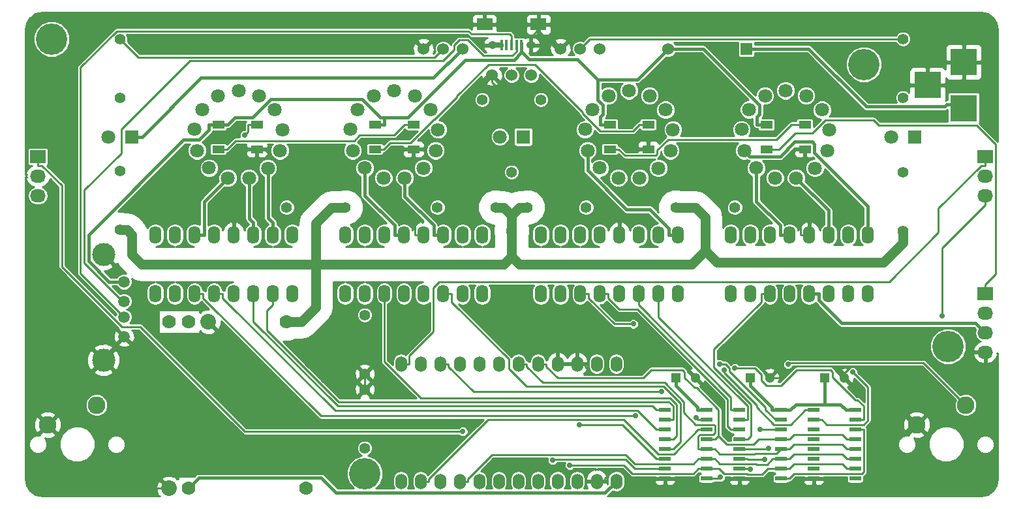
<source format=gbr>
G04 #@! TF.FileFunction,Copper,L1,Top,Signal*
%FSLAX46Y46*%
G04 Gerber Fmt 4.6, Leading zero omitted, Abs format (unit mm)*
G04 Created by KiCad (PCBNEW 4.0.4-stable) date 01/05/17 23:55:13*
%MOMM*%
%LPD*%
G01*
G04 APERTURE LIST*
%ADD10C,0.100000*%
%ADD11O,1.524000X2.032000*%
%ADD12C,1.501140*%
%ADD13C,2.999740*%
%ADD14C,4.064000*%
%ADD15R,3.500120X3.500120*%
%ADD16C,2.286000*%
%ADD17C,1.778000*%
%ADD18C,2.032000*%
%ADD19O,1.600000X2.300000*%
%ADD20R,1.800000X1.800000*%
%ADD21C,1.800000*%
%ADD22C,1.397000*%
%ADD23R,1.524000X1.524000*%
%ADD24C,1.524000*%
%ADD25R,1.600000X1.000000*%
%ADD26R,2.032000X1.727200*%
%ADD27O,2.032000X1.727200*%
%ADD28R,1.300000X1.300000*%
%ADD29C,1.300000*%
%ADD30R,1.500000X0.600000*%
%ADD31R,0.400000X1.350000*%
%ADD32O,1.250000X0.950000*%
%ADD33R,2.032000X1.550000*%
%ADD34C,0.711200*%
%ADD35C,0.254000*%
%ADD36C,1.270000*%
%ADD37C,0.406400*%
G04 APERTURE END LIST*
D10*
D11*
X74549000Y-45974000D03*
X72009000Y-45974000D03*
X69469000Y-45974000D03*
X66929000Y-45974000D03*
X64389000Y-45974000D03*
X61849000Y-45974000D03*
X59309000Y-45974000D03*
X56769000Y-45974000D03*
X54229000Y-45974000D03*
X51689000Y-45974000D03*
X49149000Y-45974000D03*
X49149000Y-61214000D03*
X51689000Y-61214000D03*
X54229000Y-61214000D03*
X56769000Y-61214000D03*
X59309000Y-61214000D03*
X61849000Y-61214000D03*
X64389000Y-61214000D03*
X66929000Y-61214000D03*
X69469000Y-61214000D03*
X72009000Y-61214000D03*
X74549000Y-61214000D03*
X77089000Y-45974000D03*
X77089000Y-61214000D03*
D12*
X13210120Y-42418860D03*
X13210120Y-39878860D03*
X13210120Y-37846860D03*
X13210120Y-35306860D03*
D13*
X10543120Y-45466860D03*
X10543120Y-31750860D03*
D14*
X44450000Y-60198000D03*
X120142000Y-43688000D03*
X109220000Y-7112000D03*
D15*
X122174000Y-12804140D03*
X122174000Y-6804660D03*
X117475000Y-9804400D03*
D16*
X9652000Y-51308000D03*
X3302000Y-53848000D03*
X122428000Y-51308000D03*
X116078000Y-53848000D03*
D17*
X19050000Y-40513000D03*
X21590000Y-40513000D03*
D18*
X24130000Y-40513000D03*
D17*
X34290000Y-40513000D03*
D18*
X19050000Y-62103000D03*
D17*
X21590000Y-62103000D03*
X36830000Y-62103000D03*
D19*
X17272000Y-36830000D03*
X19812000Y-36830000D03*
X22352000Y-36830000D03*
X24892000Y-36830000D03*
X27432000Y-36830000D03*
X29972000Y-36830000D03*
X32512000Y-36830000D03*
X35052000Y-36830000D03*
X35052000Y-29210000D03*
X32512000Y-29210000D03*
X29972000Y-29210000D03*
X27432000Y-29210000D03*
X24892000Y-29210000D03*
X22352000Y-29210000D03*
X19812000Y-29210000D03*
X17272000Y-29210000D03*
X41910000Y-36830000D03*
X44450000Y-36830000D03*
X46990000Y-36830000D03*
X49530000Y-36830000D03*
X52070000Y-36830000D03*
X54610000Y-36830000D03*
X57150000Y-36830000D03*
X59690000Y-36830000D03*
X59690000Y-29210000D03*
X57150000Y-29210000D03*
X54610000Y-29210000D03*
X52070000Y-29210000D03*
X49530000Y-29210000D03*
X46990000Y-29210000D03*
X44450000Y-29210000D03*
X41910000Y-29210000D03*
X67310000Y-36830000D03*
X69850000Y-36830000D03*
X72390000Y-36830000D03*
X74930000Y-36830000D03*
X77470000Y-36830000D03*
X80010000Y-36830000D03*
X82550000Y-36830000D03*
X85090000Y-36830000D03*
X85090000Y-29210000D03*
X82550000Y-29210000D03*
X80010000Y-29210000D03*
X77470000Y-29210000D03*
X74930000Y-29210000D03*
X72390000Y-29210000D03*
X69850000Y-29210000D03*
X67310000Y-29210000D03*
X91948000Y-36830000D03*
X94488000Y-36830000D03*
X97028000Y-36830000D03*
X99568000Y-36830000D03*
X102108000Y-36830000D03*
X104648000Y-36830000D03*
X107188000Y-36830000D03*
X109728000Y-36830000D03*
X109728000Y-29210000D03*
X107188000Y-29210000D03*
X104648000Y-29210000D03*
X102108000Y-29210000D03*
X99568000Y-29210000D03*
X97028000Y-29210000D03*
X94488000Y-29210000D03*
X91948000Y-29210000D03*
D20*
X14224000Y-16510000D03*
D21*
X11176000Y-16510000D03*
D20*
X65024000Y-16510000D03*
D21*
X61976000Y-16510000D03*
D20*
X115824000Y-16510000D03*
D21*
X112776000Y-16510000D03*
D22*
X12700000Y-3810000D03*
X12700000Y-11430000D03*
X59690000Y-11684000D03*
X67310000Y-11684000D03*
X114300000Y-3810000D03*
X114300000Y-11430000D03*
X44450000Y-56896000D03*
X44450000Y-49276000D03*
X12700000Y-28575000D03*
X12700000Y-20955000D03*
X63500000Y-28702000D03*
X63500000Y-21082000D03*
X114300000Y-28702000D03*
X114300000Y-21082000D03*
X44450000Y-39624000D03*
X44450000Y-47244000D03*
X34290000Y-25654000D03*
X41910000Y-25654000D03*
X53848000Y-25654000D03*
X61468000Y-25654000D03*
X73152000Y-25654000D03*
X65532000Y-25654000D03*
X92456000Y-25654000D03*
X84836000Y-25654000D03*
D23*
X93980000Y-5080000D03*
D24*
X83820000Y-5080000D03*
D25*
X30440000Y-18110000D03*
X30440000Y-14910000D03*
X25440000Y-18110000D03*
X25440000Y-14910000D03*
X50760000Y-18110000D03*
X50760000Y-14910000D03*
X45760000Y-18110000D03*
X45760000Y-14910000D03*
X81240000Y-18110000D03*
X81240000Y-14910000D03*
X76240000Y-18110000D03*
X76240000Y-14910000D03*
X101560000Y-18110000D03*
X101560000Y-14910000D03*
X96560000Y-18110000D03*
X96560000Y-14910000D03*
D26*
X124968000Y-36830000D03*
D27*
X124968000Y-39370000D03*
X124968000Y-41910000D03*
X124968000Y-44450000D03*
D28*
X84836000Y-47752000D03*
D29*
X87336000Y-47752000D03*
D28*
X94488000Y-47752000D03*
D29*
X96988000Y-47752000D03*
D28*
X104140000Y-47752000D03*
D29*
X106640000Y-47752000D03*
D14*
X3810000Y-3810000D03*
D26*
X124968000Y-19050000D03*
D27*
X124968000Y-21590000D03*
X124968000Y-24130000D03*
D26*
X2032000Y-19050000D03*
D27*
X2032000Y-21590000D03*
X2032000Y-24130000D03*
D24*
X54610000Y-5080000D03*
X57150000Y-5080000D03*
X52070000Y-5080000D03*
X63500000Y-8509000D03*
X66040000Y-8509000D03*
X60960000Y-8509000D03*
X72390000Y-5080000D03*
X74930000Y-5080000D03*
X69850000Y-5080000D03*
D30*
X83406000Y-51943000D03*
X83406000Y-53213000D03*
X83406000Y-54483000D03*
X83406000Y-55753000D03*
X83406000Y-57023000D03*
X83406000Y-58293000D03*
X83406000Y-59563000D03*
X83406000Y-60833000D03*
X88806000Y-60833000D03*
X88806000Y-59563000D03*
X88806000Y-58293000D03*
X88806000Y-57023000D03*
X88806000Y-55753000D03*
X88806000Y-54483000D03*
X88806000Y-53213000D03*
X88806000Y-51943000D03*
X93058000Y-51943000D03*
X93058000Y-53213000D03*
X93058000Y-54483000D03*
X93058000Y-55753000D03*
X93058000Y-57023000D03*
X93058000Y-58293000D03*
X93058000Y-59563000D03*
X93058000Y-60833000D03*
X98458000Y-60833000D03*
X98458000Y-59563000D03*
X98458000Y-58293000D03*
X98458000Y-57023000D03*
X98458000Y-55753000D03*
X98458000Y-54483000D03*
X98458000Y-53213000D03*
X98458000Y-51943000D03*
X102710000Y-51943000D03*
X102710000Y-53213000D03*
X102710000Y-54483000D03*
X102710000Y-55753000D03*
X102710000Y-57023000D03*
X102710000Y-58293000D03*
X102710000Y-59563000D03*
X102710000Y-60833000D03*
X108110000Y-60833000D03*
X108110000Y-59563000D03*
X108110000Y-58293000D03*
X108110000Y-57023000D03*
X108110000Y-55753000D03*
X108110000Y-54483000D03*
X108110000Y-53213000D03*
X108110000Y-51943000D03*
D21*
X28067000Y-10506000D03*
X30739842Y-11164987D03*
X32800034Y-12990898D03*
X33775355Y-15565213D03*
X33442248Y-18297865D03*
X31877065Y-20562495D03*
X29438567Y-21840022D03*
X26685689Y-21837620D03*
X24249424Y-20555839D03*
X22688197Y-18288480D03*
X22359860Y-15555251D03*
X23339672Y-12982643D03*
X25403048Y-11160329D03*
X48260000Y-10506000D03*
X50932842Y-11164987D03*
X52993034Y-12990898D03*
X53968355Y-15565213D03*
X53635248Y-18297865D03*
X52070065Y-20562495D03*
X49631567Y-21840022D03*
X46878689Y-21837620D03*
X44442424Y-20555839D03*
X42881197Y-18288480D03*
X42552860Y-15555251D03*
X43532672Y-12982643D03*
X45596048Y-11160329D03*
X78740000Y-10506000D03*
X81412842Y-11164987D03*
X83473034Y-12990898D03*
X84448355Y-15565213D03*
X84115248Y-18297865D03*
X82550065Y-20562495D03*
X80111567Y-21840022D03*
X77358689Y-21837620D03*
X74922424Y-20555839D03*
X73361197Y-18288480D03*
X73032860Y-15555251D03*
X74012672Y-12982643D03*
X76076048Y-11160329D03*
X99060000Y-10506000D03*
X101732842Y-11164987D03*
X103793034Y-12990898D03*
X104768355Y-15565213D03*
X104435248Y-18297865D03*
X102870065Y-20562495D03*
X100431567Y-21840022D03*
X97678689Y-21837620D03*
X95242424Y-20555839D03*
X93681197Y-18288480D03*
X93352860Y-15555251D03*
X94332672Y-12982643D03*
X96396048Y-11160329D03*
D31*
X64800900Y-4610540D03*
X64150900Y-4610540D03*
X63500900Y-4610540D03*
X62850900Y-4610540D03*
X62200900Y-4610540D03*
D32*
X66000900Y-4610540D03*
X61000900Y-4610540D03*
D33*
X67000900Y-1910540D03*
X60000900Y-1910540D03*
D34*
X92480300Y-46526800D03*
X91080800Y-46785600D03*
X107767900Y-47022300D03*
X99378300Y-46031600D03*
X82937100Y-49583200D03*
X72334200Y-53866300D03*
X68824900Y-58457800D03*
X95764200Y-54483000D03*
X90588100Y-60665600D03*
X71053100Y-59112100D03*
X87496800Y-52966700D03*
X79589600Y-52717900D03*
X96812700Y-56951500D03*
X96362500Y-58326500D03*
X94451200Y-59630400D03*
X90464900Y-45980300D03*
X79303900Y-40790300D03*
X119363800Y-39703200D03*
X57187200Y-54751400D03*
X28852200Y-16298000D03*
D35*
X15062900Y-6172900D02*
X12700000Y-3810000D01*
X53517100Y-6172900D02*
X15062900Y-6172900D01*
X54610000Y-5080000D02*
X53517100Y-6172900D01*
X109190500Y-53213000D02*
X109216000Y-53187500D01*
X109216000Y-53187500D02*
X109216000Y-51458200D01*
X109216000Y-51458200D02*
X108409500Y-50651700D01*
X108409500Y-50651700D02*
X108110600Y-50651700D01*
X108110600Y-50651700D02*
X105182300Y-47723400D01*
X105182300Y-47723400D02*
X105182300Y-46990300D01*
X105182300Y-46990300D02*
X104938000Y-46746000D01*
X104938000Y-46746000D02*
X100474600Y-46746000D01*
X100474600Y-46746000D02*
X98462600Y-48758000D01*
X98462600Y-48758000D02*
X96575400Y-48758000D01*
X96575400Y-48758000D02*
X95949300Y-48131900D01*
X95949300Y-48131900D02*
X95949300Y-47395100D01*
X95949300Y-47395100D02*
X95081000Y-46526800D01*
X95081000Y-46526800D02*
X92480300Y-46526800D01*
X109190500Y-53213000D02*
X108110000Y-53213000D01*
X102710000Y-51943000D02*
X101629500Y-51943000D01*
X91080800Y-47084700D02*
X91080800Y-46785600D01*
X95321600Y-51325500D02*
X91080800Y-47084700D01*
X95321600Y-51606200D02*
X95321600Y-51325500D01*
X97559000Y-53843600D02*
X95321600Y-51606200D01*
X99728900Y-53843600D02*
X97559000Y-53843600D01*
X101629500Y-51943000D02*
X99728900Y-53843600D01*
X73660000Y-3810000D02*
X114300000Y-3810000D01*
X72390000Y-5080000D02*
X73660000Y-3810000D01*
X109731800Y-48986200D02*
X107767900Y-47022300D01*
X109731800Y-53319700D02*
X109731800Y-48986200D01*
X109207900Y-53843600D02*
X109731800Y-53319700D01*
X104421100Y-53843600D02*
X109207900Y-53843600D01*
X103790500Y-53213000D02*
X104421100Y-53843600D01*
X102710000Y-53213000D02*
X103790500Y-53213000D01*
X60960000Y-8509000D02*
X60960000Y-9398000D01*
X68630100Y-16986300D02*
X72096400Y-16986300D01*
X68548300Y-16986300D02*
X68630100Y-16986300D01*
X60960000Y-9398000D02*
X68548300Y-16986300D01*
X60960000Y-8509000D02*
X60325000Y-8509000D01*
X60325000Y-8509000D02*
X58306100Y-10527900D01*
X58306100Y-10527900D02*
X58306100Y-11289900D01*
X58306100Y-11843500D02*
X58306100Y-11289900D01*
X51890500Y-18110000D02*
X53040900Y-16959600D01*
X53040900Y-16959600D02*
X54391600Y-16959600D01*
X54391600Y-16959600D02*
X58306100Y-13045100D01*
X58306100Y-13045100D02*
X58306100Y-11843500D01*
X51890500Y-18110000D02*
X50760000Y-18110000D01*
X61000900Y-4356500D02*
X62200900Y-4356500D01*
X74549000Y-61214000D02*
X75641500Y-61214000D01*
X83406000Y-60833000D02*
X84486500Y-60833000D01*
X93058000Y-60833000D02*
X91977500Y-60833000D01*
X91270100Y-61540400D02*
X91977500Y-60833000D01*
X85193900Y-61540400D02*
X91270100Y-61540400D01*
X84486500Y-60833000D02*
X85193900Y-61540400D01*
X73101500Y-46327400D02*
X73101500Y-45974000D01*
X74101300Y-47327200D02*
X73101500Y-46327400D01*
X78856500Y-47327200D02*
X74101300Y-47327200D01*
X79895300Y-46288400D02*
X78856500Y-47327200D01*
X85872400Y-46288400D02*
X79895300Y-46288400D01*
X87336000Y-47752000D02*
X85872400Y-46288400D01*
X72009000Y-45974000D02*
X73101500Y-45974000D01*
X28063400Y-19356100D02*
X29309500Y-18110000D01*
X28063400Y-27098100D02*
X28063400Y-19356100D01*
X27432000Y-27729500D02*
X28063400Y-27098100D01*
X27432000Y-29210000D02*
X27432000Y-27729500D01*
X30440000Y-18110000D02*
X29309500Y-18110000D01*
X94769000Y-61463500D02*
X94138500Y-60833000D01*
X100999000Y-61463500D02*
X94769000Y-61463500D01*
X101629500Y-60833000D02*
X100999000Y-61463500D01*
X93058000Y-60833000D02*
X94138500Y-60833000D01*
X102169800Y-60833000D02*
X101629500Y-60833000D01*
X102169800Y-60833000D02*
X102710000Y-60833000D01*
X102710000Y-60833000D02*
X103790500Y-60833000D01*
X100977500Y-28079500D02*
X100977500Y-29210000D01*
X99144100Y-26246100D02*
X100977500Y-28079500D01*
X99144100Y-19395400D02*
X99144100Y-26246100D01*
X100429500Y-18110000D02*
X99144100Y-19395400D01*
X101560000Y-18110000D02*
X100429500Y-18110000D01*
X102108000Y-29210000D02*
X100977500Y-29210000D01*
X5619600Y-51530400D02*
X3302000Y-53848000D01*
X16192100Y-62103000D02*
X5619600Y-51530400D01*
X19050000Y-62103000D02*
X16192100Y-62103000D01*
X5619500Y-50390500D02*
X10543100Y-45466900D01*
X5619500Y-51530400D02*
X5619500Y-50390500D01*
X5619600Y-51530400D02*
X5619500Y-51530400D01*
X10543100Y-45085900D02*
X10543100Y-45466900D01*
X13210100Y-42418900D02*
X10543100Y-45085900D01*
X72009000Y-45974000D02*
X69469000Y-45974000D01*
X44450000Y-49276000D02*
X44450000Y-47244000D01*
X66789900Y-2762000D02*
X67000900Y-2762000D01*
X66000900Y-3551000D02*
X66789900Y-2762000D01*
X66000900Y-4356500D02*
X66000900Y-3551000D01*
X67000900Y-1656500D02*
X67000900Y-2762000D01*
X69318900Y-5080000D02*
X67000900Y-2762000D01*
X69850000Y-5080000D02*
X69318900Y-5080000D01*
X115483600Y-53848000D02*
X116078000Y-53848000D01*
X111475400Y-57856200D02*
X115483600Y-53848000D01*
X111475400Y-58992600D02*
X111475400Y-57856200D01*
X109004500Y-61463500D02*
X111475400Y-58992600D01*
X104421000Y-61463500D02*
X109004500Y-61463500D01*
X103790500Y-60833000D02*
X104421000Y-61463500D01*
X107490100Y-46316400D02*
X106640000Y-47166500D01*
X108065400Y-46316400D02*
X107490100Y-46316400D01*
X115483600Y-53734600D02*
X108065400Y-46316400D01*
X115483600Y-53848000D02*
X115483600Y-53734600D01*
X106640000Y-47166500D02*
X106640000Y-47752000D01*
X81240000Y-18110000D02*
X80109500Y-18110000D01*
X72096400Y-16986300D02*
X78985800Y-16986300D01*
X78985800Y-16986300D02*
X80109500Y-18110000D01*
X77470000Y-29210000D02*
X77470000Y-27729500D01*
X72096400Y-16986300D02*
X72096400Y-22355900D01*
X72096400Y-22355900D02*
X77470000Y-27729500D01*
X79127200Y-60833000D02*
X83406000Y-60833000D01*
X78085900Y-59791700D02*
X79127200Y-60833000D01*
X76676300Y-59791700D02*
X78085900Y-59791700D01*
X75641500Y-60826500D02*
X76676300Y-59791700D01*
X75641500Y-61214000D02*
X75641500Y-60826500D01*
X52070000Y-29210000D02*
X50939500Y-29210000D01*
X50760000Y-18110000D02*
X49629500Y-18110000D01*
X48363300Y-19376200D02*
X49629500Y-18110000D01*
X48363300Y-25503300D02*
X48363300Y-19376200D01*
X50939500Y-28079500D02*
X48363300Y-25503300D01*
X50939500Y-29210000D02*
X50939500Y-28079500D01*
X31570500Y-18225400D02*
X31570500Y-18110000D01*
X32942000Y-19596900D02*
X31570500Y-18225400D01*
X43625200Y-19596900D02*
X32942000Y-19596900D01*
X43922300Y-19299800D02*
X43625200Y-19596900D01*
X48286900Y-19299800D02*
X43922300Y-19299800D01*
X48363300Y-19376200D02*
X48286900Y-19299800D01*
X30440000Y-18110000D02*
X31570500Y-18110000D01*
X105758200Y-46284700D02*
X106640000Y-47166500D01*
X100095400Y-46284700D02*
X105758200Y-46284700D01*
X98628100Y-47752000D02*
X100095400Y-46284700D01*
X96988000Y-47752000D02*
X98628100Y-47752000D01*
D36*
X63500000Y-28702000D02*
X63500000Y-32004000D01*
X86868000Y-33020000D02*
X88646000Y-31242000D01*
X64516000Y-33020000D02*
X86868000Y-33020000D01*
X63500000Y-32004000D02*
X64516000Y-33020000D01*
X90170000Y-32766000D02*
X88646000Y-31242000D01*
X111760000Y-32766000D02*
X90170000Y-32766000D01*
X114300000Y-30226000D02*
X111760000Y-32766000D01*
X114300000Y-28702000D02*
X114300000Y-30226000D01*
X87376000Y-25654000D02*
X84836000Y-25654000D01*
X88646000Y-26924000D02*
X87376000Y-25654000D01*
X88646000Y-31242000D02*
X88646000Y-26924000D01*
X64516000Y-25654000D02*
X63500000Y-26670000D01*
X65532000Y-25654000D02*
X64516000Y-25654000D01*
X63500000Y-26670000D02*
X63500000Y-28702000D01*
X62484000Y-25654000D02*
X63500000Y-26670000D01*
X61468000Y-25654000D02*
X62484000Y-25654000D01*
X13589000Y-28575000D02*
X12700000Y-28575000D01*
X14224000Y-29210000D02*
X13589000Y-28575000D01*
X14224000Y-31750000D02*
X14224000Y-29210000D01*
X15494000Y-33020000D02*
X14224000Y-31750000D01*
X38100000Y-33020000D02*
X15494000Y-33020000D01*
X38100000Y-38608000D02*
X38100000Y-33020000D01*
X36195000Y-40513000D02*
X38100000Y-38608000D01*
X34290000Y-40513000D02*
X36195000Y-40513000D01*
X40132000Y-25654000D02*
X41910000Y-25654000D01*
X38100000Y-27686000D02*
X40132000Y-25654000D01*
X38100000Y-33020000D02*
X38100000Y-27686000D01*
X62484000Y-33020000D02*
X38100000Y-33020000D01*
X63500000Y-32004000D02*
X62484000Y-33020000D01*
D35*
X99582800Y-45827100D02*
X99378300Y-46031600D01*
X116947100Y-45827100D02*
X99582800Y-45827100D01*
X122428000Y-51308000D02*
X116947100Y-45827100D01*
X54229000Y-45974000D02*
X55321500Y-45974000D01*
X58577300Y-49583200D02*
X82937100Y-49583200D01*
X55321500Y-46327400D02*
X58577300Y-49583200D01*
X55321500Y-45974000D02*
X55321500Y-46327400D01*
X29972000Y-40460300D02*
X29972000Y-36830000D01*
X40942900Y-51431200D02*
X29972000Y-40460300D01*
X81813700Y-51431200D02*
X40942900Y-51431200D01*
X82325500Y-51943000D02*
X81813700Y-51431200D01*
X83406000Y-51943000D02*
X82325500Y-51943000D01*
X83406000Y-53213000D02*
X84486500Y-53213000D01*
X32512000Y-36830000D02*
X32512000Y-38310500D01*
X31726500Y-39096000D02*
X32512000Y-38310500D01*
X31726500Y-41567700D02*
X31726500Y-39096000D01*
X41046700Y-50887900D02*
X31726500Y-41567700D01*
X83929500Y-50887900D02*
X41046700Y-50887900D01*
X84486500Y-51444900D02*
X83929500Y-50887900D01*
X84486500Y-53213000D02*
X84486500Y-51444900D01*
X83406000Y-54483000D02*
X82325500Y-54483000D01*
X24892000Y-36830000D02*
X26022500Y-36830000D01*
X79874200Y-52031700D02*
X82325500Y-54483000D01*
X40610300Y-52031700D02*
X79874200Y-52031700D01*
X26022500Y-37443900D02*
X40610300Y-52031700D01*
X26022500Y-36830000D02*
X26022500Y-37443900D01*
X46990000Y-45665700D02*
X46990000Y-36830000D01*
X51721700Y-50397400D02*
X46990000Y-45665700D01*
X84094200Y-50397400D02*
X51721700Y-50397400D01*
X84944800Y-51248000D02*
X84094200Y-50397400D01*
X84944800Y-55294700D02*
X84944800Y-51248000D01*
X84486500Y-55753000D02*
X84944800Y-55294700D01*
X83406000Y-55753000D02*
X84486500Y-55753000D01*
X83406000Y-57023000D02*
X84486500Y-57023000D01*
X54610000Y-36830000D02*
X55740500Y-36830000D01*
X55740500Y-37960500D02*
X55740500Y-36830000D01*
X63119000Y-45339000D02*
X55740500Y-37960500D01*
X63119000Y-46555500D02*
X63119000Y-45339000D01*
X65412800Y-48849300D02*
X63119000Y-46555500D01*
X83193200Y-48849300D02*
X65412800Y-48849300D01*
X85402400Y-51058500D02*
X83193200Y-48849300D01*
X85402400Y-56107100D02*
X85402400Y-51058500D01*
X84486500Y-57023000D02*
X85402400Y-56107100D01*
X77898800Y-53866300D02*
X72334200Y-53866300D01*
X82325500Y-58293000D02*
X77898800Y-53866300D01*
X83406000Y-58293000D02*
X82325500Y-58293000D01*
X79474500Y-59563000D02*
X83406000Y-59563000D01*
X78274100Y-58362600D02*
X79474500Y-59563000D01*
X68920100Y-58362600D02*
X78274100Y-58362600D01*
X68824900Y-58457800D02*
X68920100Y-58362600D01*
X90420700Y-60833000D02*
X88806000Y-60833000D01*
X90588100Y-60665600D02*
X90420700Y-60833000D01*
X98458000Y-54483000D02*
X95764200Y-54483000D01*
X88806000Y-59563000D02*
X87725500Y-59563000D01*
X88806000Y-59563000D02*
X89886500Y-59563000D01*
X90455800Y-59563000D02*
X89886500Y-59563000D01*
X91086300Y-60193500D02*
X90455800Y-59563000D01*
X94044100Y-60193500D02*
X91086300Y-60193500D01*
X94167100Y-60316500D02*
X94044100Y-60193500D01*
X96014200Y-60316500D02*
X94167100Y-60316500D01*
X96767700Y-59563000D02*
X96014200Y-60316500D01*
X98458000Y-59563000D02*
X96767700Y-59563000D01*
X78053300Y-59112100D02*
X71053100Y-59112100D01*
X79134700Y-60193500D02*
X78053300Y-59112100D01*
X87095000Y-60193500D02*
X79134700Y-60193500D01*
X87725500Y-59563000D02*
X87095000Y-60193500D01*
X100169000Y-58932500D02*
X99538500Y-59563000D01*
X106399000Y-58932500D02*
X100169000Y-58932500D01*
X107029500Y-59563000D02*
X106399000Y-58932500D01*
X108110000Y-59563000D02*
X107029500Y-59563000D01*
X98458000Y-59563000D02*
X99538500Y-59563000D01*
X98458000Y-58293000D02*
X97377500Y-58293000D01*
X96657900Y-59012600D02*
X97377500Y-58293000D01*
X95336300Y-59012600D02*
X96657900Y-59012600D01*
X95247200Y-58923500D02*
X95336300Y-59012600D01*
X90517000Y-58923500D02*
X95247200Y-58923500D01*
X89886500Y-58293000D02*
X90517000Y-58923500D01*
X100169000Y-57662500D02*
X99538500Y-58293000D01*
X106399000Y-57662500D02*
X100169000Y-57662500D01*
X107029500Y-58293000D02*
X106399000Y-57662500D01*
X108110000Y-58293000D02*
X107029500Y-58293000D01*
X98458000Y-58293000D02*
X99538500Y-58293000D01*
X89346300Y-58293000D02*
X89886500Y-58293000D01*
X56769000Y-61214000D02*
X57861500Y-61214000D01*
X89346300Y-58293000D02*
X88806000Y-58293000D01*
X57861500Y-60860600D02*
X57861500Y-61214000D01*
X60951100Y-57771000D02*
X57861500Y-60860600D01*
X78329600Y-57771000D02*
X60951100Y-57771000D01*
X79482100Y-58923500D02*
X78329600Y-57771000D01*
X87095000Y-58923500D02*
X79482100Y-58923500D01*
X87725500Y-58293000D02*
X87095000Y-58923500D01*
X88806000Y-58293000D02*
X87725500Y-58293000D01*
X90517000Y-57653500D02*
X89886500Y-57023000D01*
X95090700Y-57653500D02*
X90517000Y-57653500D01*
X95104000Y-57640200D02*
X95090700Y-57653500D01*
X97840800Y-57640200D02*
X95104000Y-57640200D01*
X98458000Y-57023000D02*
X97840800Y-57640200D01*
X100169000Y-56392500D02*
X99538500Y-57023000D01*
X106399000Y-56392500D02*
X100169000Y-56392500D01*
X107029500Y-57023000D02*
X106399000Y-56392500D01*
X108110000Y-57023000D02*
X107029500Y-57023000D01*
X98458000Y-57023000D02*
X99538500Y-57023000D01*
X88814300Y-57023000D02*
X89886500Y-57023000D01*
X88814300Y-57023000D02*
X88806000Y-57023000D01*
X88806000Y-57023000D02*
X87725500Y-57023000D01*
X64389000Y-45974000D02*
X65481500Y-45974000D01*
X65481500Y-46327400D02*
X65481500Y-45974000D01*
X67545700Y-48391600D02*
X65481500Y-46327400D01*
X83382500Y-48391600D02*
X67545700Y-48391600D01*
X85859900Y-50869000D02*
X83382500Y-48391600D01*
X85859900Y-52300100D02*
X85859900Y-50869000D01*
X87412200Y-53852400D02*
X85859900Y-52300100D01*
X89753200Y-53852400D02*
X87412200Y-53852400D01*
X89886600Y-53985800D02*
X89753200Y-53852400D01*
X89886600Y-54919800D02*
X89886600Y-53985800D01*
X89692900Y-55113500D02*
X89886600Y-54919800D01*
X87928100Y-55113500D02*
X89692900Y-55113500D01*
X87725500Y-55316100D02*
X87928100Y-55113500D01*
X87725500Y-57023000D02*
X87725500Y-55316100D01*
X88806000Y-55753000D02*
X89784800Y-55753000D01*
X66929000Y-45974000D02*
X68021500Y-45974000D01*
X98458000Y-55753000D02*
X97377500Y-55753000D01*
X100169000Y-55122500D02*
X99538500Y-55753000D01*
X106399000Y-55122500D02*
X100169000Y-55122500D01*
X107029500Y-55753000D02*
X106399000Y-55122500D01*
X108110000Y-55753000D02*
X107029500Y-55753000D01*
X98458000Y-55753000D02*
X99538500Y-55753000D01*
X91432700Y-56383600D02*
X90344300Y-55295200D01*
X94924400Y-56383600D02*
X91432700Y-56383600D01*
X95555000Y-55753000D02*
X94924400Y-56383600D01*
X97377500Y-55753000D02*
X95555000Y-55753000D01*
X89886500Y-55753000D02*
X90344300Y-55295200D01*
X89784800Y-55753000D02*
X89886500Y-55753000D01*
X68021500Y-46327400D02*
X68021500Y-45974000D01*
X69478900Y-47784800D02*
X68021500Y-46327400D01*
X80556700Y-47784800D02*
X69478900Y-47784800D01*
X81595500Y-46746000D02*
X80556700Y-47784800D01*
X85655900Y-46746000D02*
X81595500Y-46746000D01*
X85936900Y-47027000D02*
X85655900Y-46746000D01*
X85936900Y-47764400D02*
X85936900Y-47027000D01*
X87261800Y-49089300D02*
X85936900Y-47764400D01*
X87521800Y-49089300D02*
X87261800Y-49089300D01*
X90344300Y-51911800D02*
X87521800Y-49089300D01*
X90344300Y-55295200D02*
X90344300Y-51911800D01*
X52781500Y-60862400D02*
X52781500Y-61214000D01*
X60468400Y-53175500D02*
X52781500Y-60862400D01*
X78041200Y-53175500D02*
X60468400Y-53175500D01*
X82519300Y-57653600D02*
X78041200Y-53175500D01*
X84554900Y-57653600D02*
X82519300Y-57653600D01*
X87725500Y-54483000D02*
X84554900Y-57653600D01*
X88806000Y-54483000D02*
X87725500Y-54483000D01*
X51689000Y-61214000D02*
X52781500Y-61214000D01*
X22352000Y-36830000D02*
X23482500Y-36830000D01*
X88806000Y-53213000D02*
X87725500Y-53213000D01*
X87725500Y-53195400D02*
X87496800Y-52966700D01*
X87725500Y-53213000D02*
X87725500Y-53195400D01*
X23482500Y-37443900D02*
X23482500Y-36830000D01*
X38756500Y-52717900D02*
X23482500Y-37443900D01*
X79589600Y-52717900D02*
X38756500Y-52717900D01*
D37*
X88806000Y-51943000D02*
X87623900Y-51943000D01*
X84836000Y-47752000D02*
X84836000Y-48834100D01*
X98458000Y-51943000D02*
X97275900Y-51943000D01*
X94488000Y-47752000D02*
X94488000Y-48834100D01*
X96560000Y-14910000D02*
X95327900Y-14910000D01*
X88373000Y-5080000D02*
X83820000Y-5080000D01*
X95682000Y-12389000D02*
X88373000Y-5080000D01*
X95682000Y-13568800D02*
X95682000Y-12389000D01*
X95327900Y-13922900D02*
X95682000Y-13568800D01*
X95327900Y-14910000D02*
X95327900Y-13922900D01*
X76240000Y-14910000D02*
X75007900Y-14910000D01*
X108110000Y-51943000D02*
X106927900Y-51943000D01*
X98458000Y-51943000D02*
X99640100Y-51943000D01*
X104140000Y-47752000D02*
X104140000Y-48834100D01*
X104140000Y-51210900D02*
X104140000Y-48834100D01*
X106195800Y-51210900D02*
X104140000Y-51210900D01*
X106927900Y-51943000D02*
X106195800Y-51210900D01*
X100372200Y-51210900D02*
X99640100Y-51943000D01*
X104140000Y-51210900D02*
X100372200Y-51210900D01*
X11287800Y-35306900D02*
X13210100Y-35306900D01*
X8600900Y-32620000D02*
X11287800Y-35306900D01*
X8600900Y-29234200D02*
X8600900Y-32620000D01*
X20943100Y-16892000D02*
X8600900Y-29234200D01*
X22925000Y-16892000D02*
X20943100Y-16892000D01*
X24207900Y-15609100D02*
X22925000Y-16892000D01*
X24207900Y-14910000D02*
X24207900Y-15609100D01*
X25440000Y-14910000D02*
X24207900Y-14910000D01*
X45760000Y-14910000D02*
X46992100Y-14910000D01*
X25440000Y-14910000D02*
X26672100Y-14910000D01*
X123723800Y-40665800D02*
X124968000Y-41910000D01*
X106328800Y-40665800D02*
X123723800Y-40665800D01*
X103340100Y-37677100D02*
X106328800Y-40665800D01*
X103340100Y-36830000D02*
X103340100Y-37677100D01*
X102108000Y-36830000D02*
X103340100Y-36830000D01*
X64800900Y-4356500D02*
X64800900Y-5463600D01*
X65755900Y-6418600D02*
X64800900Y-5463600D01*
X72064600Y-6418600D02*
X65755900Y-6418600D01*
X74705800Y-9059800D02*
X72064600Y-6418600D01*
X79840200Y-9059800D02*
X74705800Y-9059800D01*
X83820000Y-5080000D02*
X79840200Y-9059800D01*
X75007900Y-13922900D02*
X75007900Y-14910000D01*
X75362000Y-13568800D02*
X75007900Y-13922900D01*
X75362000Y-12389000D02*
X75362000Y-13568800D01*
X74705800Y-11732800D02*
X75362000Y-12389000D01*
X74705800Y-9059800D02*
X74705800Y-11732800D01*
X64800900Y-5549900D02*
X64800900Y-5463600D01*
X63817000Y-6533800D02*
X64800900Y-5549900D01*
X57507000Y-6533800D02*
X63817000Y-6533800D01*
X50062900Y-13977900D02*
X57507000Y-6533800D01*
X46992100Y-13977900D02*
X50062900Y-13977900D01*
X46992100Y-14910000D02*
X46992100Y-13977900D01*
X27604200Y-13977900D02*
X26672100Y-14910000D01*
X29870000Y-13977900D02*
X27604200Y-13977900D01*
X32237200Y-11610700D02*
X29870000Y-13977900D01*
X44103800Y-11610700D02*
X32237200Y-11610700D01*
X46471000Y-13977900D02*
X44103800Y-11610700D01*
X46992100Y-13977900D02*
X46471000Y-13977900D01*
X97275900Y-51622000D02*
X94488000Y-48834100D01*
X97275900Y-51943000D02*
X97275900Y-51622000D01*
X87623900Y-51622000D02*
X84836000Y-48834100D01*
X87623900Y-51943000D02*
X87623900Y-51622000D01*
D35*
X93058000Y-51943000D02*
X91977500Y-51943000D01*
X80010000Y-36830000D02*
X80010000Y-38310500D01*
X91977500Y-50278000D02*
X91977500Y-51943000D01*
X80010000Y-38310500D02*
X91977500Y-50278000D01*
X82550000Y-39872300D02*
X82550000Y-36830000D01*
X94138500Y-51460800D02*
X82550000Y-39872300D01*
X94138500Y-53213000D02*
X94138500Y-51460800D01*
X93058000Y-53213000D02*
X94138500Y-53213000D01*
X76060500Y-37443900D02*
X76060500Y-36830000D01*
X77470000Y-38853400D02*
X76060500Y-37443900D01*
X79827600Y-38853400D02*
X77470000Y-38853400D01*
X91519900Y-50545700D02*
X79827600Y-38853400D01*
X91519900Y-54025400D02*
X91519900Y-50545700D01*
X91977500Y-54483000D02*
X91519900Y-54025400D01*
X93058000Y-54483000D02*
X91977500Y-54483000D01*
X74930000Y-36830000D02*
X76060500Y-36830000D01*
X95897500Y-37960500D02*
X95897500Y-36830000D01*
X89765700Y-44092300D02*
X95897500Y-37960500D01*
X89765700Y-46440800D02*
X89765700Y-44092300D01*
X94596300Y-51271400D02*
X89765700Y-46440800D01*
X94596300Y-55295200D02*
X94596300Y-51271400D01*
X94138500Y-55753000D02*
X94596300Y-55295200D01*
X93058000Y-55753000D02*
X94138500Y-55753000D01*
X97028000Y-36830000D02*
X95897500Y-36830000D01*
X93058000Y-57023000D02*
X94138500Y-57023000D01*
X96741200Y-57023000D02*
X96812700Y-56951500D01*
X94138500Y-57023000D02*
X96741200Y-57023000D01*
X93058000Y-58293000D02*
X94138500Y-58293000D01*
X94172000Y-58326500D02*
X96362500Y-58326500D01*
X94138500Y-58293000D02*
X94172000Y-58326500D01*
X94383800Y-59563000D02*
X94451200Y-59630400D01*
X93058000Y-59563000D02*
X94383800Y-59563000D01*
X100169000Y-60202500D02*
X99538500Y-60833000D01*
X108990200Y-60202500D02*
X100169000Y-60202500D01*
X109190500Y-60002200D02*
X108990200Y-60202500D01*
X109190500Y-54483000D02*
X109190500Y-60002200D01*
X108110000Y-54483000D02*
X109190500Y-54483000D01*
X98458000Y-60833000D02*
X99538500Y-60833000D01*
X73520500Y-37443900D02*
X73520500Y-36830000D01*
X76866900Y-40790300D02*
X73520500Y-37443900D01*
X79303900Y-40790300D02*
X76866900Y-40790300D01*
X72390000Y-36830000D02*
X73520500Y-36830000D01*
X91245800Y-45980300D02*
X90464900Y-45980300D01*
X91794200Y-46528700D02*
X91245800Y-45980300D01*
X91794200Y-46952100D02*
X91794200Y-46528700D01*
X96426000Y-51583900D02*
X91794200Y-46952100D01*
X96426000Y-51885500D02*
X96426000Y-51583900D01*
X97753500Y-53213000D02*
X96426000Y-51885500D01*
X98458000Y-53213000D02*
X97753500Y-53213000D01*
D37*
X31877100Y-26993000D02*
X32512000Y-27627900D01*
X31877100Y-20562500D02*
X31877100Y-26993000D01*
X32512000Y-29210000D02*
X32512000Y-27627900D01*
X29438600Y-27094500D02*
X29972000Y-27627900D01*
X29438600Y-21840000D02*
X29438600Y-27094500D01*
X29972000Y-29210000D02*
X29972000Y-27627900D01*
X23584100Y-24939200D02*
X23584100Y-29210000D01*
X26685700Y-21837600D02*
X23584100Y-24939200D01*
X22352000Y-29210000D02*
X23584100Y-29210000D01*
X53377900Y-27977900D02*
X53377900Y-29210000D01*
X49631600Y-24231600D02*
X53377900Y-27977900D01*
X49631600Y-21840000D02*
X49631600Y-24231600D01*
X54610000Y-29210000D02*
X53377900Y-29210000D01*
X48297900Y-27977900D02*
X48297900Y-29210000D01*
X44442400Y-24122400D02*
X48297900Y-27977900D01*
X44442400Y-20555800D02*
X44442400Y-24122400D01*
X49530000Y-29210000D02*
X48297900Y-29210000D01*
X83857900Y-28349400D02*
X83857900Y-29210000D01*
X81447300Y-25938800D02*
X83857900Y-28349400D01*
X78414000Y-25938800D02*
X81447300Y-25938800D01*
X73361200Y-20886000D02*
X78414000Y-25938800D01*
X73361200Y-18288500D02*
X73361200Y-20886000D01*
X85090000Y-29210000D02*
X83857900Y-29210000D01*
X109728000Y-25505300D02*
X109728000Y-29210000D01*
X102792200Y-18569500D02*
X109728000Y-25505300D01*
X102792200Y-17427900D02*
X102792200Y-18569500D01*
X102532400Y-17168100D02*
X102792200Y-17427900D01*
X100260600Y-17168100D02*
X102532400Y-17168100D01*
X98386500Y-19042200D02*
X100260600Y-17168100D01*
X94434900Y-19042200D02*
X98386500Y-19042200D01*
X93681200Y-18288500D02*
X94434900Y-19042200D01*
X104648000Y-26056400D02*
X104648000Y-29210000D01*
X100431600Y-21840000D02*
X104648000Y-26056400D01*
X98335900Y-27977900D02*
X98335900Y-29210000D01*
X95242400Y-24884400D02*
X98335900Y-27977900D01*
X95242400Y-20555800D02*
X95242400Y-24884400D01*
X99568000Y-29210000D02*
X98335900Y-29210000D01*
X75633800Y-62669200D02*
X77089000Y-61214000D01*
X40704200Y-62669200D02*
X75633800Y-62669200D01*
X38779900Y-60744900D02*
X40704200Y-62669200D01*
X22948100Y-60744900D02*
X38779900Y-60744900D01*
X21590000Y-62103000D02*
X22948100Y-60744900D01*
X119714400Y-12573500D02*
X119991800Y-12296100D01*
X109547000Y-12573500D02*
X119714400Y-12573500D01*
X102053500Y-5080000D02*
X109547000Y-12573500D01*
X93980000Y-5080000D02*
X102053500Y-5080000D01*
X122174000Y-12296100D02*
X119991800Y-12296100D01*
D35*
X50241500Y-44881500D02*
X50241500Y-45974000D01*
X53358000Y-41765000D02*
X50241500Y-44881500D01*
X53358000Y-36064700D02*
X53358000Y-41765000D01*
X54116300Y-35306400D02*
X53358000Y-36064700D01*
X112499600Y-35306400D02*
X54116300Y-35306400D01*
X118906200Y-28899800D02*
X112499600Y-35306400D01*
X118906200Y-25783500D02*
X118906200Y-28899800D01*
X124445600Y-20244100D02*
X118906200Y-25783500D01*
X124968000Y-20244100D02*
X124445600Y-20244100D01*
X124968000Y-19050000D02*
X124968000Y-20244100D01*
X49149000Y-45974000D02*
X50241500Y-45974000D01*
X124968000Y-24130000D02*
X124968000Y-25324100D01*
X119363800Y-30928300D02*
X119363800Y-39703200D01*
X124968000Y-25324100D02*
X119363800Y-30928300D01*
D37*
X23196400Y-8869700D02*
X15556100Y-16510000D01*
X53360300Y-8869700D02*
X23196400Y-8869700D01*
X57150000Y-5080000D02*
X53360300Y-8869700D01*
X14224000Y-16510000D02*
X15556100Y-16510000D01*
D35*
X2032000Y-19050000D02*
X2032000Y-20244100D01*
X28897200Y-54751400D02*
X57187200Y-54751400D01*
X15294700Y-41148900D02*
X28897200Y-54751400D01*
X12943900Y-41148900D02*
X15294700Y-41148900D01*
X5138100Y-33343100D02*
X12943900Y-41148900D01*
X5138100Y-22827800D02*
X5138100Y-33343100D01*
X2554400Y-20244100D02*
X5138100Y-22827800D01*
X2032000Y-20244100D02*
X2554400Y-20244100D01*
X57712600Y-3938600D02*
X57786600Y-3938600D01*
X57712600Y-3938600D02*
X56710400Y-3938600D01*
X56710400Y-3938600D02*
X56029200Y-4619800D01*
X56029200Y-4619800D02*
X56029200Y-5206000D01*
X56029200Y-5206000D02*
X54604700Y-6630500D01*
X54604700Y-6630500D02*
X21753700Y-6630500D01*
X21753700Y-6630500D02*
X12849200Y-15535000D01*
X12849200Y-15535000D02*
X12849200Y-18611500D01*
X12849200Y-18611500D02*
X8041700Y-23419000D01*
X8041700Y-23419000D02*
X8041700Y-32851600D01*
X13037000Y-37846900D02*
X8041700Y-32851600D01*
X64150900Y-5409634D02*
X64150900Y-4610540D01*
X63591534Y-5969000D02*
X64150900Y-5409634D01*
X59817000Y-5969000D02*
X63591534Y-5969000D01*
X57786600Y-3938600D02*
X59817000Y-5969000D01*
X13037000Y-37846900D02*
X13210100Y-37846900D01*
X12254700Y-2779300D02*
X57897300Y-2779300D01*
X12254700Y-2779300D02*
X7527600Y-7506400D01*
X7527600Y-7506400D02*
X7527600Y-34196400D01*
X13210100Y-39878900D02*
X7527600Y-34196400D01*
X63246000Y-3175000D02*
X63500900Y-3429900D01*
X58293000Y-3175000D02*
X63246000Y-3175000D01*
X57897300Y-2779300D02*
X58293000Y-3175000D01*
X63500900Y-4356500D02*
X63500900Y-3429900D01*
X29309500Y-15840700D02*
X28852200Y-16298000D01*
X29309500Y-14910000D02*
X29309500Y-15840700D01*
X30440000Y-14910000D02*
X29309500Y-14910000D01*
X27673500Y-17007000D02*
X26570500Y-18110000D01*
X43073000Y-17007000D02*
X27673500Y-17007000D01*
X43800900Y-16279100D02*
X43073000Y-17007000D01*
X48260400Y-16279100D02*
X43800900Y-16279100D01*
X49629500Y-14910000D02*
X48260400Y-16279100D01*
X50760000Y-14910000D02*
X49629500Y-14910000D01*
X25440000Y-18110000D02*
X26570500Y-18110000D01*
X47721000Y-17279500D02*
X46890500Y-18110000D01*
X50376900Y-17279500D02*
X47721000Y-17279500D01*
X53409500Y-14246900D02*
X50376900Y-17279500D01*
X53525600Y-14246900D02*
X53409500Y-14246900D01*
X56390900Y-11381600D02*
X53525600Y-14246900D01*
X56390900Y-11231900D02*
X56390900Y-11381600D01*
X60502200Y-7120600D02*
X56390900Y-11231900D01*
X66541200Y-7120600D02*
X60502200Y-7120600D01*
X72756700Y-13336100D02*
X66541200Y-7120600D01*
X72756700Y-13502700D02*
X72756700Y-13336100D01*
X75030200Y-15776200D02*
X72756700Y-13502700D01*
X79243300Y-15776200D02*
X75030200Y-15776200D01*
X80109500Y-14910000D02*
X79243300Y-15776200D01*
X81240000Y-14910000D02*
X80109500Y-14910000D01*
X45760000Y-18110000D02*
X46890500Y-18110000D01*
X78201000Y-18940500D02*
X77370500Y-18110000D01*
X82216400Y-18940500D02*
X78201000Y-18940500D01*
X82395900Y-18761000D02*
X82216400Y-18940500D01*
X82395900Y-18221900D02*
X82395900Y-18761000D01*
X83783400Y-16834400D02*
X82395900Y-18221900D01*
X97901100Y-16834400D02*
X83783400Y-16834400D01*
X99825500Y-14910000D02*
X97901100Y-16834400D01*
X101560000Y-14910000D02*
X99825500Y-14910000D01*
X76240000Y-18110000D02*
X77370500Y-18110000D01*
X122760600Y-14986000D02*
X123825000Y-14986000D01*
X124968000Y-36830000D02*
X124968000Y-35635900D01*
X111168700Y-14986000D02*
X110481800Y-14299100D01*
X110481800Y-14299100D02*
X104250700Y-14299100D01*
X104250700Y-14299100D02*
X102537000Y-16012800D01*
X102537000Y-16012800D02*
X100299500Y-16012800D01*
X100299500Y-16012800D02*
X98202300Y-18110000D01*
X98202300Y-18110000D02*
X96560000Y-18110000D01*
X124968000Y-35635900D02*
X126314600Y-34289300D01*
X126314600Y-34289300D02*
X126314600Y-18009800D01*
X122760600Y-14986000D02*
X111168700Y-14986000D01*
X126314600Y-17475600D02*
X126314600Y-18009800D01*
X123825000Y-14986000D02*
X126314600Y-17475600D01*
G36*
X424642Y-21949026D02*
X427291Y-21964791D01*
X681268Y-22492036D01*
X1117680Y-22881954D01*
X1483185Y-23009806D01*
X1396379Y-23027073D01*
X1009082Y-23285856D01*
X750299Y-23673153D01*
X659426Y-24130000D01*
X750299Y-24586847D01*
X1009082Y-24974144D01*
X1396379Y-25232927D01*
X1853226Y-25323800D01*
X2210774Y-25323800D01*
X2667621Y-25232927D01*
X3054918Y-24974144D01*
X3313701Y-24586847D01*
X3404574Y-24130000D01*
X3313701Y-23673153D01*
X3054918Y-23285856D01*
X2667621Y-23027073D01*
X2580815Y-23009806D01*
X2946320Y-22881954D01*
X3382732Y-22492036D01*
X3634044Y-21970323D01*
X4680900Y-23017179D01*
X4680900Y-33343100D01*
X4715702Y-33518063D01*
X4814811Y-33666389D01*
X12456896Y-41308474D01*
X12417795Y-41446930D01*
X13210120Y-42239255D01*
X13224263Y-42225113D01*
X13403868Y-42404718D01*
X13389725Y-42418860D01*
X14182050Y-43211185D01*
X14423051Y-43143125D01*
X14607887Y-42623826D01*
X14579925Y-42073322D01*
X14423051Y-41694595D01*
X14182052Y-41626536D01*
X14202488Y-41606100D01*
X15105322Y-41606100D01*
X28573911Y-55074689D01*
X28722237Y-55173798D01*
X28897200Y-55208600D01*
X56674580Y-55208600D01*
X56798218Y-55332454D01*
X57050187Y-55437081D01*
X57323016Y-55437319D01*
X57575167Y-55333132D01*
X57768254Y-55140382D01*
X57872881Y-54888413D01*
X57873119Y-54615584D01*
X57768932Y-54363433D01*
X57576182Y-54170346D01*
X57324213Y-54065719D01*
X57051384Y-54065481D01*
X56799233Y-54169668D01*
X56674483Y-54294200D01*
X29086578Y-54294200D01*
X15617989Y-40825611D01*
X15469663Y-40726502D01*
X15294700Y-40691700D01*
X13925636Y-40691700D01*
X14125818Y-40491867D01*
X14290702Y-40094782D01*
X14291078Y-39664825D01*
X14126887Y-39267453D01*
X13823127Y-38963162D01*
X13581469Y-38862817D01*
X13821527Y-38763627D01*
X14125818Y-38459867D01*
X14290702Y-38062782D01*
X14291078Y-37632825D01*
X14126887Y-37235453D01*
X13823127Y-36931162D01*
X13426042Y-36766278D01*
X12996085Y-36765902D01*
X12717634Y-36880956D01*
X11702378Y-35865700D01*
X12244151Y-35865700D01*
X12271808Y-35932636D01*
X12582707Y-36244078D01*
X12989124Y-36412837D01*
X13429185Y-36413221D01*
X13835896Y-36245172D01*
X14147338Y-35934273D01*
X14316097Y-35527856D01*
X14316481Y-35087795D01*
X14226261Y-34869445D01*
X14619186Y-35131989D01*
X15494000Y-35306000D01*
X17216217Y-35306000D01*
X16829771Y-35382869D01*
X16454867Y-35633371D01*
X16204365Y-36008275D01*
X16116400Y-36450504D01*
X16116400Y-37209496D01*
X16204365Y-37651725D01*
X16454867Y-38026629D01*
X16829771Y-38277131D01*
X17272000Y-38365096D01*
X17714229Y-38277131D01*
X18089133Y-38026629D01*
X18339635Y-37651725D01*
X18427600Y-37209496D01*
X18427600Y-36450504D01*
X18339635Y-36008275D01*
X18089133Y-35633371D01*
X17714229Y-35382869D01*
X17327783Y-35306000D01*
X19756217Y-35306000D01*
X19369771Y-35382869D01*
X18994867Y-35633371D01*
X18744365Y-36008275D01*
X18656400Y-36450504D01*
X18656400Y-37209496D01*
X18744365Y-37651725D01*
X18994867Y-38026629D01*
X19369771Y-38277131D01*
X19812000Y-38365096D01*
X20254229Y-38277131D01*
X20629133Y-38026629D01*
X20879635Y-37651725D01*
X20967600Y-37209496D01*
X20967600Y-36450504D01*
X20879635Y-36008275D01*
X20629133Y-35633371D01*
X20254229Y-35382869D01*
X19867783Y-35306000D01*
X27376217Y-35306000D01*
X26989771Y-35382869D01*
X26614867Y-35633371D01*
X26364365Y-36008275D01*
X26276400Y-36450504D01*
X26276400Y-36460346D01*
X26197463Y-36407602D01*
X26022500Y-36372800D01*
X26006645Y-36372800D01*
X25936169Y-36018492D01*
X25691172Y-35651829D01*
X25324509Y-35406832D01*
X24892000Y-35320801D01*
X24459491Y-35406832D01*
X24092828Y-35651829D01*
X23847831Y-36018492D01*
X23761800Y-36451001D01*
X23761800Y-36477318D01*
X23657463Y-36407602D01*
X23482500Y-36372800D01*
X23466645Y-36372800D01*
X23396169Y-36018492D01*
X23151172Y-35651829D01*
X22784509Y-35406832D01*
X22352000Y-35320801D01*
X21919491Y-35406832D01*
X21552828Y-35651829D01*
X21307831Y-36018492D01*
X21221800Y-36451001D01*
X21221800Y-37208999D01*
X21307831Y-37641508D01*
X21552828Y-38008171D01*
X21919491Y-38253168D01*
X22352000Y-38339199D01*
X22784509Y-38253168D01*
X23151172Y-38008171D01*
X23250916Y-37858894D01*
X24248635Y-38856613D01*
X23741981Y-38874986D01*
X23246120Y-39080378D01*
X23145499Y-39348891D01*
X23031259Y-39234651D01*
X22987000Y-39278910D01*
X22987000Y-39116000D01*
X22978315Y-39069841D01*
X22951035Y-39027447D01*
X22909410Y-38999006D01*
X22860000Y-38989000D01*
X17780000Y-38989000D01*
X17733841Y-38997685D01*
X17691447Y-39024965D01*
X17663006Y-39066590D01*
X17653000Y-39116000D01*
X17653000Y-41910000D01*
X17661685Y-41956159D01*
X17688965Y-41998553D01*
X17730590Y-42026994D01*
X17780000Y-42037000D01*
X22860000Y-42037000D01*
X22906159Y-42028315D01*
X22948553Y-42001035D01*
X22976994Y-41959410D01*
X22987000Y-41910000D01*
X22987000Y-41747090D01*
X23031259Y-41791349D01*
X23145499Y-41677109D01*
X23246120Y-41945622D01*
X23861642Y-42174816D01*
X24518019Y-42151014D01*
X25013880Y-41945622D01*
X25114502Y-41677107D01*
X24130000Y-40692605D01*
X24115858Y-40706748D01*
X23936253Y-40527143D01*
X23950395Y-40513000D01*
X23936253Y-40498858D01*
X24115858Y-40319253D01*
X24130000Y-40333395D01*
X24144143Y-40319253D01*
X24323748Y-40498858D01*
X24309605Y-40513000D01*
X25294107Y-41497502D01*
X25562622Y-41396880D01*
X25791816Y-40781358D01*
X25777459Y-40385437D01*
X38433211Y-53041189D01*
X38581537Y-53140298D01*
X38756500Y-53175100D01*
X59822222Y-53175100D01*
X52611384Y-60385938D01*
X52461302Y-60161324D01*
X52106967Y-59924565D01*
X51689000Y-59841426D01*
X51271033Y-59924565D01*
X50916698Y-60161324D01*
X50679939Y-60515659D01*
X50596800Y-60933626D01*
X50596800Y-61494374D01*
X50679939Y-61912341D01*
X50812278Y-62110400D01*
X50025722Y-62110400D01*
X50158061Y-61912341D01*
X50241200Y-61494374D01*
X50241200Y-60933626D01*
X50158061Y-60515659D01*
X49921302Y-60161324D01*
X49566967Y-59924565D01*
X49149000Y-59841426D01*
X48731033Y-59924565D01*
X48376698Y-60161324D01*
X48139939Y-60515659D01*
X48056800Y-60933626D01*
X48056800Y-61494374D01*
X48139939Y-61912341D01*
X48272278Y-62110400D01*
X45877834Y-62110400D01*
X46451408Y-61537826D01*
X46811789Y-60669932D01*
X46812609Y-59730191D01*
X46453743Y-58861669D01*
X45789826Y-58196592D01*
X44921932Y-57836211D01*
X44868427Y-57836164D01*
X45031950Y-57768598D01*
X45321581Y-57479472D01*
X45478521Y-57101519D01*
X45478878Y-56692277D01*
X45322598Y-56314050D01*
X45033472Y-56024419D01*
X44655519Y-55867479D01*
X44246277Y-55867122D01*
X43868050Y-56023402D01*
X43578419Y-56312528D01*
X43421479Y-56690481D01*
X43421122Y-57099723D01*
X43577402Y-57477950D01*
X43866528Y-57767581D01*
X44029933Y-57835433D01*
X43982191Y-57835391D01*
X43113669Y-58194257D01*
X42448592Y-58858174D01*
X42088211Y-59726068D01*
X42087391Y-60665809D01*
X42446257Y-61534331D01*
X43021321Y-62110400D01*
X40935662Y-62110400D01*
X39175031Y-60349769D01*
X39163869Y-60342311D01*
X38993744Y-60228636D01*
X38779900Y-60186100D01*
X22948100Y-60186100D01*
X22734256Y-60228636D01*
X22552968Y-60349769D01*
X22323737Y-60579000D01*
X20320000Y-60579000D01*
X20273841Y-60587685D01*
X20231447Y-60614965D01*
X20203006Y-60656590D01*
X20193000Y-60706000D01*
X20193000Y-60868910D01*
X20148741Y-60824651D01*
X20034501Y-60938891D01*
X19933880Y-60670378D01*
X19318358Y-60441184D01*
X18661981Y-60464986D01*
X18166120Y-60670378D01*
X18065498Y-60938893D01*
X19050000Y-61923395D01*
X19064143Y-61909253D01*
X19243748Y-62088858D01*
X19229605Y-62103000D01*
X19243748Y-62117143D01*
X19064143Y-62296748D01*
X19050000Y-62282605D01*
X19035858Y-62296748D01*
X18856253Y-62117143D01*
X18870395Y-62103000D01*
X17885893Y-61118498D01*
X17617378Y-61219120D01*
X17388184Y-61834642D01*
X17411986Y-62491019D01*
X17617378Y-62986880D01*
X17885891Y-63087501D01*
X17878592Y-63094800D01*
X2579908Y-63094800D01*
X1726084Y-62924964D01*
X1036083Y-62463920D01*
X575036Y-61773915D01*
X405200Y-60920092D01*
X405200Y-56621905D01*
X850696Y-56621905D01*
X1030128Y-57056165D01*
X1362087Y-57388704D01*
X1796034Y-57568894D01*
X2265905Y-57569304D01*
X2700165Y-57389872D01*
X3032704Y-57057913D01*
X3119757Y-56848264D01*
X4787497Y-56848264D01*
X5140575Y-57702777D01*
X5793784Y-58357127D01*
X6647680Y-58711696D01*
X7572264Y-58712503D01*
X8426777Y-58359425D01*
X9081127Y-57706216D01*
X9435696Y-56852320D01*
X9435897Y-56621905D01*
X11010696Y-56621905D01*
X11190128Y-57056165D01*
X11522087Y-57388704D01*
X11956034Y-57568894D01*
X12425905Y-57569304D01*
X12860165Y-57389872D01*
X13192704Y-57057913D01*
X13372894Y-56623966D01*
X13373304Y-56154095D01*
X13193872Y-55719835D01*
X12861913Y-55387296D01*
X12427966Y-55207106D01*
X11958095Y-55206696D01*
X11523835Y-55386128D01*
X11191296Y-55718087D01*
X11011106Y-56152034D01*
X11010696Y-56621905D01*
X9435897Y-56621905D01*
X9436503Y-55927736D01*
X9083425Y-55073223D01*
X8430216Y-54418873D01*
X7576320Y-54064304D01*
X6651736Y-54063497D01*
X5797223Y-54416575D01*
X5142873Y-55069784D01*
X4788304Y-55923680D01*
X4787497Y-56848264D01*
X3119757Y-56848264D01*
X3212894Y-56623966D01*
X3213304Y-56154095D01*
X3033872Y-55719835D01*
X2918001Y-55603762D01*
X3003333Y-55636062D01*
X3710329Y-55614249D01*
X4262194Y-55385658D01*
X4378358Y-55103963D01*
X3302000Y-54027605D01*
X2225642Y-55103963D01*
X2268219Y-55207211D01*
X2267966Y-55207106D01*
X1798095Y-55206696D01*
X1363835Y-55386128D01*
X1031296Y-55718087D01*
X851106Y-56152034D01*
X850696Y-56621905D01*
X405200Y-56621905D01*
X405200Y-53549333D01*
X1513938Y-53549333D01*
X1535751Y-54256329D01*
X1764342Y-54808194D01*
X2046037Y-54924358D01*
X3122395Y-53848000D01*
X3481605Y-53848000D01*
X4557963Y-54924358D01*
X4839658Y-54808194D01*
X5090062Y-54146667D01*
X5068249Y-53439671D01*
X4839658Y-52887806D01*
X4557963Y-52771642D01*
X3481605Y-53848000D01*
X3122395Y-53848000D01*
X2046037Y-52771642D01*
X1764342Y-52887806D01*
X1513938Y-53549333D01*
X405200Y-53549333D01*
X405200Y-52592037D01*
X2225642Y-52592037D01*
X3302000Y-53668395D01*
X4378358Y-52592037D01*
X4262194Y-52310342D01*
X3600667Y-52059938D01*
X2893671Y-52081751D01*
X2341806Y-52310342D01*
X2225642Y-52592037D01*
X405200Y-52592037D01*
X405200Y-51599752D01*
X8178545Y-51599752D01*
X8402353Y-52141411D01*
X8816409Y-52556190D01*
X9357677Y-52780944D01*
X9943752Y-52781455D01*
X10485411Y-52557647D01*
X10900190Y-52143591D01*
X11124944Y-51602323D01*
X11125455Y-51016248D01*
X10901647Y-50474589D01*
X10487591Y-50059810D01*
X9946323Y-49835056D01*
X9360248Y-49834545D01*
X8818589Y-50058353D01*
X8403810Y-50472409D01*
X8179056Y-51013677D01*
X8178545Y-51599752D01*
X405200Y-51599752D01*
X405200Y-46980737D01*
X9208848Y-46980737D01*
X9368615Y-47299492D01*
X10159337Y-47609455D01*
X11008486Y-47593227D01*
X11717625Y-47299492D01*
X11877392Y-46980737D01*
X10543120Y-45646465D01*
X9208848Y-46980737D01*
X405200Y-46980737D01*
X405200Y-45083077D01*
X8400525Y-45083077D01*
X8416753Y-45932226D01*
X8710488Y-46641365D01*
X9029243Y-46801132D01*
X10363515Y-45466860D01*
X10722725Y-45466860D01*
X12056997Y-46801132D01*
X12375752Y-46641365D01*
X12685715Y-45850643D01*
X12669487Y-45001494D01*
X12375752Y-44292355D01*
X12056997Y-44132588D01*
X10722725Y-45466860D01*
X10363515Y-45466860D01*
X9029243Y-44132588D01*
X8710488Y-44292355D01*
X8400525Y-45083077D01*
X405200Y-45083077D01*
X405200Y-43952983D01*
X9208848Y-43952983D01*
X10543120Y-45287255D01*
X11877392Y-43952983D01*
X11717625Y-43634228D01*
X11096610Y-43390790D01*
X12417795Y-43390790D01*
X12485855Y-43631791D01*
X13005154Y-43816627D01*
X13555658Y-43788665D01*
X13934385Y-43631791D01*
X14002445Y-43390790D01*
X13210120Y-42598465D01*
X12417795Y-43390790D01*
X11096610Y-43390790D01*
X10926903Y-43324265D01*
X10077754Y-43340493D01*
X9368615Y-43634228D01*
X9208848Y-43952983D01*
X405200Y-43952983D01*
X405200Y-42213894D01*
X11812353Y-42213894D01*
X11840315Y-42764398D01*
X11997189Y-43143125D01*
X12238190Y-43211185D01*
X13030515Y-42418860D01*
X12238190Y-41626535D01*
X11997189Y-41694595D01*
X11812353Y-42213894D01*
X405200Y-42213894D01*
X405200Y-21717002D01*
X545782Y-21717002D01*
X424642Y-21949026D01*
X424642Y-21949026D01*
G37*
X424642Y-21949026D02*
X427291Y-21964791D01*
X681268Y-22492036D01*
X1117680Y-22881954D01*
X1483185Y-23009806D01*
X1396379Y-23027073D01*
X1009082Y-23285856D01*
X750299Y-23673153D01*
X659426Y-24130000D01*
X750299Y-24586847D01*
X1009082Y-24974144D01*
X1396379Y-25232927D01*
X1853226Y-25323800D01*
X2210774Y-25323800D01*
X2667621Y-25232927D01*
X3054918Y-24974144D01*
X3313701Y-24586847D01*
X3404574Y-24130000D01*
X3313701Y-23673153D01*
X3054918Y-23285856D01*
X2667621Y-23027073D01*
X2580815Y-23009806D01*
X2946320Y-22881954D01*
X3382732Y-22492036D01*
X3634044Y-21970323D01*
X4680900Y-23017179D01*
X4680900Y-33343100D01*
X4715702Y-33518063D01*
X4814811Y-33666389D01*
X12456896Y-41308474D01*
X12417795Y-41446930D01*
X13210120Y-42239255D01*
X13224263Y-42225113D01*
X13403868Y-42404718D01*
X13389725Y-42418860D01*
X14182050Y-43211185D01*
X14423051Y-43143125D01*
X14607887Y-42623826D01*
X14579925Y-42073322D01*
X14423051Y-41694595D01*
X14182052Y-41626536D01*
X14202488Y-41606100D01*
X15105322Y-41606100D01*
X28573911Y-55074689D01*
X28722237Y-55173798D01*
X28897200Y-55208600D01*
X56674580Y-55208600D01*
X56798218Y-55332454D01*
X57050187Y-55437081D01*
X57323016Y-55437319D01*
X57575167Y-55333132D01*
X57768254Y-55140382D01*
X57872881Y-54888413D01*
X57873119Y-54615584D01*
X57768932Y-54363433D01*
X57576182Y-54170346D01*
X57324213Y-54065719D01*
X57051384Y-54065481D01*
X56799233Y-54169668D01*
X56674483Y-54294200D01*
X29086578Y-54294200D01*
X15617989Y-40825611D01*
X15469663Y-40726502D01*
X15294700Y-40691700D01*
X13925636Y-40691700D01*
X14125818Y-40491867D01*
X14290702Y-40094782D01*
X14291078Y-39664825D01*
X14126887Y-39267453D01*
X13823127Y-38963162D01*
X13581469Y-38862817D01*
X13821527Y-38763627D01*
X14125818Y-38459867D01*
X14290702Y-38062782D01*
X14291078Y-37632825D01*
X14126887Y-37235453D01*
X13823127Y-36931162D01*
X13426042Y-36766278D01*
X12996085Y-36765902D01*
X12717634Y-36880956D01*
X11702378Y-35865700D01*
X12244151Y-35865700D01*
X12271808Y-35932636D01*
X12582707Y-36244078D01*
X12989124Y-36412837D01*
X13429185Y-36413221D01*
X13835896Y-36245172D01*
X14147338Y-35934273D01*
X14316097Y-35527856D01*
X14316481Y-35087795D01*
X14226261Y-34869445D01*
X14619186Y-35131989D01*
X15494000Y-35306000D01*
X17216217Y-35306000D01*
X16829771Y-35382869D01*
X16454867Y-35633371D01*
X16204365Y-36008275D01*
X16116400Y-36450504D01*
X16116400Y-37209496D01*
X16204365Y-37651725D01*
X16454867Y-38026629D01*
X16829771Y-38277131D01*
X17272000Y-38365096D01*
X17714229Y-38277131D01*
X18089133Y-38026629D01*
X18339635Y-37651725D01*
X18427600Y-37209496D01*
X18427600Y-36450504D01*
X18339635Y-36008275D01*
X18089133Y-35633371D01*
X17714229Y-35382869D01*
X17327783Y-35306000D01*
X19756217Y-35306000D01*
X19369771Y-35382869D01*
X18994867Y-35633371D01*
X18744365Y-36008275D01*
X18656400Y-36450504D01*
X18656400Y-37209496D01*
X18744365Y-37651725D01*
X18994867Y-38026629D01*
X19369771Y-38277131D01*
X19812000Y-38365096D01*
X20254229Y-38277131D01*
X20629133Y-38026629D01*
X20879635Y-37651725D01*
X20967600Y-37209496D01*
X20967600Y-36450504D01*
X20879635Y-36008275D01*
X20629133Y-35633371D01*
X20254229Y-35382869D01*
X19867783Y-35306000D01*
X27376217Y-35306000D01*
X26989771Y-35382869D01*
X26614867Y-35633371D01*
X26364365Y-36008275D01*
X26276400Y-36450504D01*
X26276400Y-36460346D01*
X26197463Y-36407602D01*
X26022500Y-36372800D01*
X26006645Y-36372800D01*
X25936169Y-36018492D01*
X25691172Y-35651829D01*
X25324509Y-35406832D01*
X24892000Y-35320801D01*
X24459491Y-35406832D01*
X24092828Y-35651829D01*
X23847831Y-36018492D01*
X23761800Y-36451001D01*
X23761800Y-36477318D01*
X23657463Y-36407602D01*
X23482500Y-36372800D01*
X23466645Y-36372800D01*
X23396169Y-36018492D01*
X23151172Y-35651829D01*
X22784509Y-35406832D01*
X22352000Y-35320801D01*
X21919491Y-35406832D01*
X21552828Y-35651829D01*
X21307831Y-36018492D01*
X21221800Y-36451001D01*
X21221800Y-37208999D01*
X21307831Y-37641508D01*
X21552828Y-38008171D01*
X21919491Y-38253168D01*
X22352000Y-38339199D01*
X22784509Y-38253168D01*
X23151172Y-38008171D01*
X23250916Y-37858894D01*
X24248635Y-38856613D01*
X23741981Y-38874986D01*
X23246120Y-39080378D01*
X23145499Y-39348891D01*
X23031259Y-39234651D01*
X22987000Y-39278910D01*
X22987000Y-39116000D01*
X22978315Y-39069841D01*
X22951035Y-39027447D01*
X22909410Y-38999006D01*
X22860000Y-38989000D01*
X17780000Y-38989000D01*
X17733841Y-38997685D01*
X17691447Y-39024965D01*
X17663006Y-39066590D01*
X17653000Y-39116000D01*
X17653000Y-41910000D01*
X17661685Y-41956159D01*
X17688965Y-41998553D01*
X17730590Y-42026994D01*
X17780000Y-42037000D01*
X22860000Y-42037000D01*
X22906159Y-42028315D01*
X22948553Y-42001035D01*
X22976994Y-41959410D01*
X22987000Y-41910000D01*
X22987000Y-41747090D01*
X23031259Y-41791349D01*
X23145499Y-41677109D01*
X23246120Y-41945622D01*
X23861642Y-42174816D01*
X24518019Y-42151014D01*
X25013880Y-41945622D01*
X25114502Y-41677107D01*
X24130000Y-40692605D01*
X24115858Y-40706748D01*
X23936253Y-40527143D01*
X23950395Y-40513000D01*
X23936253Y-40498858D01*
X24115858Y-40319253D01*
X24130000Y-40333395D01*
X24144143Y-40319253D01*
X24323748Y-40498858D01*
X24309605Y-40513000D01*
X25294107Y-41497502D01*
X25562622Y-41396880D01*
X25791816Y-40781358D01*
X25777459Y-40385437D01*
X38433211Y-53041189D01*
X38581537Y-53140298D01*
X38756500Y-53175100D01*
X59822222Y-53175100D01*
X52611384Y-60385938D01*
X52461302Y-60161324D01*
X52106967Y-59924565D01*
X51689000Y-59841426D01*
X51271033Y-59924565D01*
X50916698Y-60161324D01*
X50679939Y-60515659D01*
X50596800Y-60933626D01*
X50596800Y-61494374D01*
X50679939Y-61912341D01*
X50812278Y-62110400D01*
X50025722Y-62110400D01*
X50158061Y-61912341D01*
X50241200Y-61494374D01*
X50241200Y-60933626D01*
X50158061Y-60515659D01*
X49921302Y-60161324D01*
X49566967Y-59924565D01*
X49149000Y-59841426D01*
X48731033Y-59924565D01*
X48376698Y-60161324D01*
X48139939Y-60515659D01*
X48056800Y-60933626D01*
X48056800Y-61494374D01*
X48139939Y-61912341D01*
X48272278Y-62110400D01*
X45877834Y-62110400D01*
X46451408Y-61537826D01*
X46811789Y-60669932D01*
X46812609Y-59730191D01*
X46453743Y-58861669D01*
X45789826Y-58196592D01*
X44921932Y-57836211D01*
X44868427Y-57836164D01*
X45031950Y-57768598D01*
X45321581Y-57479472D01*
X45478521Y-57101519D01*
X45478878Y-56692277D01*
X45322598Y-56314050D01*
X45033472Y-56024419D01*
X44655519Y-55867479D01*
X44246277Y-55867122D01*
X43868050Y-56023402D01*
X43578419Y-56312528D01*
X43421479Y-56690481D01*
X43421122Y-57099723D01*
X43577402Y-57477950D01*
X43866528Y-57767581D01*
X44029933Y-57835433D01*
X43982191Y-57835391D01*
X43113669Y-58194257D01*
X42448592Y-58858174D01*
X42088211Y-59726068D01*
X42087391Y-60665809D01*
X42446257Y-61534331D01*
X43021321Y-62110400D01*
X40935662Y-62110400D01*
X39175031Y-60349769D01*
X39163869Y-60342311D01*
X38993744Y-60228636D01*
X38779900Y-60186100D01*
X22948100Y-60186100D01*
X22734256Y-60228636D01*
X22552968Y-60349769D01*
X22323737Y-60579000D01*
X20320000Y-60579000D01*
X20273841Y-60587685D01*
X20231447Y-60614965D01*
X20203006Y-60656590D01*
X20193000Y-60706000D01*
X20193000Y-60868910D01*
X20148741Y-60824651D01*
X20034501Y-60938891D01*
X19933880Y-60670378D01*
X19318358Y-60441184D01*
X18661981Y-60464986D01*
X18166120Y-60670378D01*
X18065498Y-60938893D01*
X19050000Y-61923395D01*
X19064143Y-61909253D01*
X19243748Y-62088858D01*
X19229605Y-62103000D01*
X19243748Y-62117143D01*
X19064143Y-62296748D01*
X19050000Y-62282605D01*
X19035858Y-62296748D01*
X18856253Y-62117143D01*
X18870395Y-62103000D01*
X17885893Y-61118498D01*
X17617378Y-61219120D01*
X17388184Y-61834642D01*
X17411986Y-62491019D01*
X17617378Y-62986880D01*
X17885891Y-63087501D01*
X17878592Y-63094800D01*
X2579908Y-63094800D01*
X1726084Y-62924964D01*
X1036083Y-62463920D01*
X575036Y-61773915D01*
X405200Y-60920092D01*
X405200Y-56621905D01*
X850696Y-56621905D01*
X1030128Y-57056165D01*
X1362087Y-57388704D01*
X1796034Y-57568894D01*
X2265905Y-57569304D01*
X2700165Y-57389872D01*
X3032704Y-57057913D01*
X3119757Y-56848264D01*
X4787497Y-56848264D01*
X5140575Y-57702777D01*
X5793784Y-58357127D01*
X6647680Y-58711696D01*
X7572264Y-58712503D01*
X8426777Y-58359425D01*
X9081127Y-57706216D01*
X9435696Y-56852320D01*
X9435897Y-56621905D01*
X11010696Y-56621905D01*
X11190128Y-57056165D01*
X11522087Y-57388704D01*
X11956034Y-57568894D01*
X12425905Y-57569304D01*
X12860165Y-57389872D01*
X13192704Y-57057913D01*
X13372894Y-56623966D01*
X13373304Y-56154095D01*
X13193872Y-55719835D01*
X12861913Y-55387296D01*
X12427966Y-55207106D01*
X11958095Y-55206696D01*
X11523835Y-55386128D01*
X11191296Y-55718087D01*
X11011106Y-56152034D01*
X11010696Y-56621905D01*
X9435897Y-56621905D01*
X9436503Y-55927736D01*
X9083425Y-55073223D01*
X8430216Y-54418873D01*
X7576320Y-54064304D01*
X6651736Y-54063497D01*
X5797223Y-54416575D01*
X5142873Y-55069784D01*
X4788304Y-55923680D01*
X4787497Y-56848264D01*
X3119757Y-56848264D01*
X3212894Y-56623966D01*
X3213304Y-56154095D01*
X3033872Y-55719835D01*
X2918001Y-55603762D01*
X3003333Y-55636062D01*
X3710329Y-55614249D01*
X4262194Y-55385658D01*
X4378358Y-55103963D01*
X3302000Y-54027605D01*
X2225642Y-55103963D01*
X2268219Y-55207211D01*
X2267966Y-55207106D01*
X1798095Y-55206696D01*
X1363835Y-55386128D01*
X1031296Y-55718087D01*
X851106Y-56152034D01*
X850696Y-56621905D01*
X405200Y-56621905D01*
X405200Y-53549333D01*
X1513938Y-53549333D01*
X1535751Y-54256329D01*
X1764342Y-54808194D01*
X2046037Y-54924358D01*
X3122395Y-53848000D01*
X3481605Y-53848000D01*
X4557963Y-54924358D01*
X4839658Y-54808194D01*
X5090062Y-54146667D01*
X5068249Y-53439671D01*
X4839658Y-52887806D01*
X4557963Y-52771642D01*
X3481605Y-53848000D01*
X3122395Y-53848000D01*
X2046037Y-52771642D01*
X1764342Y-52887806D01*
X1513938Y-53549333D01*
X405200Y-53549333D01*
X405200Y-52592037D01*
X2225642Y-52592037D01*
X3302000Y-53668395D01*
X4378358Y-52592037D01*
X4262194Y-52310342D01*
X3600667Y-52059938D01*
X2893671Y-52081751D01*
X2341806Y-52310342D01*
X2225642Y-52592037D01*
X405200Y-52592037D01*
X405200Y-51599752D01*
X8178545Y-51599752D01*
X8402353Y-52141411D01*
X8816409Y-52556190D01*
X9357677Y-52780944D01*
X9943752Y-52781455D01*
X10485411Y-52557647D01*
X10900190Y-52143591D01*
X11124944Y-51602323D01*
X11125455Y-51016248D01*
X10901647Y-50474589D01*
X10487591Y-50059810D01*
X9946323Y-49835056D01*
X9360248Y-49834545D01*
X8818589Y-50058353D01*
X8403810Y-50472409D01*
X8179056Y-51013677D01*
X8178545Y-51599752D01*
X405200Y-51599752D01*
X405200Y-46980737D01*
X9208848Y-46980737D01*
X9368615Y-47299492D01*
X10159337Y-47609455D01*
X11008486Y-47593227D01*
X11717625Y-47299492D01*
X11877392Y-46980737D01*
X10543120Y-45646465D01*
X9208848Y-46980737D01*
X405200Y-46980737D01*
X405200Y-45083077D01*
X8400525Y-45083077D01*
X8416753Y-45932226D01*
X8710488Y-46641365D01*
X9029243Y-46801132D01*
X10363515Y-45466860D01*
X10722725Y-45466860D01*
X12056997Y-46801132D01*
X12375752Y-46641365D01*
X12685715Y-45850643D01*
X12669487Y-45001494D01*
X12375752Y-44292355D01*
X12056997Y-44132588D01*
X10722725Y-45466860D01*
X10363515Y-45466860D01*
X9029243Y-44132588D01*
X8710488Y-44292355D01*
X8400525Y-45083077D01*
X405200Y-45083077D01*
X405200Y-43952983D01*
X9208848Y-43952983D01*
X10543120Y-45287255D01*
X11877392Y-43952983D01*
X11717625Y-43634228D01*
X11096610Y-43390790D01*
X12417795Y-43390790D01*
X12485855Y-43631791D01*
X13005154Y-43816627D01*
X13555658Y-43788665D01*
X13934385Y-43631791D01*
X14002445Y-43390790D01*
X13210120Y-42598465D01*
X12417795Y-43390790D01*
X11096610Y-43390790D01*
X10926903Y-43324265D01*
X10077754Y-43340493D01*
X9368615Y-43634228D01*
X9208848Y-43952983D01*
X405200Y-43952983D01*
X405200Y-42213894D01*
X11812353Y-42213894D01*
X11840315Y-42764398D01*
X11997189Y-43143125D01*
X12238190Y-43211185D01*
X13030515Y-42418860D01*
X12238190Y-41626535D01*
X11997189Y-41694595D01*
X11812353Y-42213894D01*
X405200Y-42213894D01*
X405200Y-21717002D01*
X545782Y-21717002D01*
X424642Y-21949026D01*
G36*
X98523831Y-36018492D02*
X98437800Y-36451001D01*
X98437800Y-37208999D01*
X98523831Y-37641508D01*
X98768828Y-38008171D01*
X99135491Y-38253168D01*
X99568000Y-38339199D01*
X100000509Y-38253168D01*
X100367172Y-38008171D01*
X100612169Y-37641508D01*
X100698200Y-37208999D01*
X100698200Y-36451001D01*
X100612169Y-36018492D01*
X100441855Y-35763600D01*
X101203851Y-35763600D01*
X101040365Y-36008275D01*
X100952400Y-36450504D01*
X100952400Y-37209496D01*
X101040365Y-37651725D01*
X101290867Y-38026629D01*
X101665771Y-38277131D01*
X102108000Y-38365096D01*
X102550229Y-38277131D01*
X102917781Y-38031541D01*
X102938655Y-38062782D01*
X102944969Y-38072231D01*
X105933669Y-41060931D01*
X106114956Y-41182064D01*
X106328800Y-41224600D01*
X123492338Y-41224600D01*
X123681895Y-41414158D01*
X123662335Y-41443432D01*
X123569529Y-41910000D01*
X123662335Y-42376568D01*
X123926624Y-42772105D01*
X124322161Y-43036394D01*
X124372713Y-43046449D01*
X124053680Y-43158046D01*
X123617268Y-43547964D01*
X123363291Y-44075209D01*
X123360642Y-44090974D01*
X123481783Y-44323000D01*
X124841000Y-44323000D01*
X124841000Y-44303000D01*
X125095000Y-44303000D01*
X125095000Y-44323000D01*
X125115000Y-44323000D01*
X125115000Y-44577000D01*
X125095000Y-44577000D01*
X125095000Y-45790924D01*
X125329913Y-45935184D01*
X125882320Y-45741954D01*
X126318732Y-45352036D01*
X126572709Y-44824791D01*
X126575358Y-44809026D01*
X126454218Y-44577002D01*
X126594800Y-44577002D01*
X126594800Y-60920092D01*
X126424964Y-61773916D01*
X125963920Y-62463917D01*
X125273915Y-62924964D01*
X124420092Y-63094800D01*
X75983331Y-63094800D01*
X76028931Y-63064331D01*
X76604095Y-62489167D01*
X76661313Y-62527399D01*
X77089000Y-62612471D01*
X77516687Y-62527399D01*
X77879263Y-62285134D01*
X78121528Y-61922558D01*
X78206600Y-61494871D01*
X78206600Y-61118750D01*
X82021000Y-61118750D01*
X82021000Y-61259310D01*
X82117673Y-61492699D01*
X82296302Y-61671327D01*
X82529691Y-61768000D01*
X83120250Y-61768000D01*
X83279000Y-61609250D01*
X83279000Y-60960000D01*
X83533000Y-60960000D01*
X83533000Y-61609250D01*
X83691750Y-61768000D01*
X84282309Y-61768000D01*
X84515698Y-61671327D01*
X84694327Y-61492699D01*
X84791000Y-61259310D01*
X84791000Y-61118750D01*
X84632250Y-60960000D01*
X83533000Y-60960000D01*
X83279000Y-60960000D01*
X82179750Y-60960000D01*
X82021000Y-61118750D01*
X78206600Y-61118750D01*
X78206600Y-60933129D01*
X78121528Y-60505442D01*
X77879263Y-60142866D01*
X77516687Y-59900601D01*
X77089000Y-59815529D01*
X76661313Y-59900601D01*
X76298737Y-60142866D01*
X76056472Y-60505442D01*
X75971400Y-60933129D01*
X75971400Y-61494871D01*
X75979109Y-61533628D01*
X75946000Y-61566738D01*
X75946000Y-61341000D01*
X74676000Y-61341000D01*
X74676000Y-61361000D01*
X74422000Y-61361000D01*
X74422000Y-61341000D01*
X73152000Y-61341000D01*
X73152000Y-61595000D01*
X73304125Y-62110400D01*
X72885722Y-62110400D01*
X73018061Y-61912341D01*
X73101200Y-61494374D01*
X73101200Y-60933626D01*
X73018061Y-60515659D01*
X72781302Y-60161324D01*
X72426967Y-59924565D01*
X72009000Y-59841426D01*
X71591033Y-59924565D01*
X71236698Y-60161324D01*
X70999939Y-60515659D01*
X70916800Y-60933626D01*
X70916800Y-61494374D01*
X70999939Y-61912341D01*
X71132278Y-62110400D01*
X70376016Y-62110400D01*
X70501528Y-61922558D01*
X70586600Y-61494871D01*
X70586600Y-60933129D01*
X70501528Y-60505442D01*
X70259263Y-60142866D01*
X69896687Y-59900601D01*
X69469000Y-59815529D01*
X69041313Y-59900601D01*
X68678737Y-60142866D01*
X68436472Y-60505442D01*
X68351400Y-60933129D01*
X68351400Y-61494871D01*
X68436472Y-61922558D01*
X68561984Y-62110400D01*
X67805722Y-62110400D01*
X67938061Y-61912341D01*
X68021200Y-61494374D01*
X68021200Y-60933626D01*
X67938061Y-60515659D01*
X67701302Y-60161324D01*
X67346967Y-59924565D01*
X66929000Y-59841426D01*
X66511033Y-59924565D01*
X66156698Y-60161324D01*
X65919939Y-60515659D01*
X65836800Y-60933626D01*
X65836800Y-61494374D01*
X65919939Y-61912341D01*
X66052278Y-62110400D01*
X65265722Y-62110400D01*
X65398061Y-61912341D01*
X65481200Y-61494374D01*
X65481200Y-60933626D01*
X65398061Y-60515659D01*
X65161302Y-60161324D01*
X64806967Y-59924565D01*
X64389000Y-59841426D01*
X63971033Y-59924565D01*
X63616698Y-60161324D01*
X63379939Y-60515659D01*
X63296800Y-60933626D01*
X63296800Y-61494374D01*
X63379939Y-61912341D01*
X63512278Y-62110400D01*
X62725722Y-62110400D01*
X62858061Y-61912341D01*
X62941200Y-61494374D01*
X62941200Y-60933626D01*
X62858061Y-60515659D01*
X62621302Y-60161324D01*
X62266967Y-59924565D01*
X61849000Y-59841426D01*
X61431033Y-59924565D01*
X61076698Y-60161324D01*
X60839939Y-60515659D01*
X60756800Y-60933626D01*
X60756800Y-61494374D01*
X60839939Y-61912341D01*
X60972278Y-62110400D01*
X60185722Y-62110400D01*
X60318061Y-61912341D01*
X60401200Y-61494374D01*
X60401200Y-60933626D01*
X60318061Y-60515659D01*
X60081302Y-60161324D01*
X59726967Y-59924565D01*
X59491042Y-59877636D01*
X61140478Y-58228200D01*
X68177665Y-58228200D01*
X68139219Y-58320787D01*
X68138981Y-58593616D01*
X68243168Y-58845767D01*
X68435918Y-59038854D01*
X68687887Y-59143481D01*
X68960716Y-59143719D01*
X69212867Y-59039532D01*
X69405954Y-58846782D01*
X69417158Y-58819800D01*
X70431900Y-58819800D01*
X70367419Y-58975087D01*
X70367181Y-59247916D01*
X70471368Y-59500067D01*
X70664118Y-59693154D01*
X70916087Y-59797781D01*
X71188916Y-59798019D01*
X71441067Y-59693832D01*
X71565817Y-59569300D01*
X74421998Y-59569300D01*
X74421998Y-59728279D01*
X74205930Y-59605780D01*
X74131723Y-59620740D01*
X73650974Y-59882370D01*
X73306941Y-60308059D01*
X73152000Y-60833000D01*
X73152000Y-61087000D01*
X74422000Y-61087000D01*
X74422000Y-61067000D01*
X74676000Y-61067000D01*
X74676000Y-61087000D01*
X75946000Y-61087000D01*
X75946000Y-60833000D01*
X75791059Y-60308059D01*
X75447026Y-59882370D01*
X74966277Y-59620740D01*
X74892070Y-59605780D01*
X74676002Y-59728279D01*
X74676002Y-59569300D01*
X77863922Y-59569300D01*
X78811411Y-60516790D01*
X78958341Y-60614965D01*
X78959737Y-60615898D01*
X79134700Y-60650700D01*
X82124450Y-60650700D01*
X82179750Y-60706000D01*
X83279000Y-60706000D01*
X83279000Y-60686000D01*
X83533000Y-60686000D01*
X83533000Y-60706000D01*
X84632250Y-60706000D01*
X84687550Y-60650700D01*
X87095000Y-60650700D01*
X87269963Y-60615898D01*
X87418289Y-60516789D01*
X87828132Y-60106946D01*
X87925017Y-60173144D01*
X88047456Y-60197939D01*
X87933635Y-60219356D01*
X87821251Y-60291673D01*
X87745856Y-60402017D01*
X87719331Y-60533000D01*
X87719331Y-61133000D01*
X87742356Y-61255365D01*
X87814673Y-61367749D01*
X87925017Y-61443144D01*
X88056000Y-61469669D01*
X89556000Y-61469669D01*
X89678365Y-61446644D01*
X89790749Y-61374327D01*
X89848231Y-61290200D01*
X90303988Y-61290200D01*
X90451087Y-61351281D01*
X90723916Y-61351519D01*
X90976067Y-61247332D01*
X91104873Y-61118750D01*
X91673000Y-61118750D01*
X91673000Y-61259310D01*
X91769673Y-61492699D01*
X91948302Y-61671327D01*
X92181691Y-61768000D01*
X92772250Y-61768000D01*
X92931000Y-61609250D01*
X92931000Y-60960000D01*
X93185000Y-60960000D01*
X93185000Y-61609250D01*
X93343750Y-61768000D01*
X93934309Y-61768000D01*
X94167698Y-61671327D01*
X94346327Y-61492699D01*
X94443000Y-61259310D01*
X94443000Y-61118750D01*
X94284250Y-60960000D01*
X93185000Y-60960000D01*
X92931000Y-60960000D01*
X91831750Y-60960000D01*
X91673000Y-61118750D01*
X91104873Y-61118750D01*
X91169154Y-61054582D01*
X91273781Y-60802613D01*
X91273914Y-60650700D01*
X91776450Y-60650700D01*
X91831750Y-60706000D01*
X92931000Y-60706000D01*
X92931000Y-60686000D01*
X93185000Y-60686000D01*
X93185000Y-60706000D01*
X93942902Y-60706000D01*
X93992137Y-60738898D01*
X94167100Y-60773700D01*
X96014200Y-60773700D01*
X96189163Y-60738898D01*
X96337489Y-60639789D01*
X96957078Y-60020200D01*
X97416772Y-60020200D01*
X97466673Y-60097749D01*
X97577017Y-60173144D01*
X97699456Y-60197939D01*
X97585635Y-60219356D01*
X97473251Y-60291673D01*
X97397856Y-60402017D01*
X97371331Y-60533000D01*
X97371331Y-61133000D01*
X97394356Y-61255365D01*
X97466673Y-61367749D01*
X97577017Y-61443144D01*
X97708000Y-61469669D01*
X99208000Y-61469669D01*
X99330365Y-61446644D01*
X99442749Y-61374327D01*
X99500231Y-61290200D01*
X99538500Y-61290200D01*
X99713463Y-61255398D01*
X99861789Y-61156289D01*
X99899328Y-61118750D01*
X101325000Y-61118750D01*
X101325000Y-61259310D01*
X101421673Y-61492699D01*
X101600302Y-61671327D01*
X101833691Y-61768000D01*
X102424250Y-61768000D01*
X102583000Y-61609250D01*
X102583000Y-60960000D01*
X102837000Y-60960000D01*
X102837000Y-61609250D01*
X102995750Y-61768000D01*
X103586309Y-61768000D01*
X103819698Y-61671327D01*
X103998327Y-61492699D01*
X104095000Y-61259310D01*
X104095000Y-61118750D01*
X103936250Y-60960000D01*
X102837000Y-60960000D01*
X102583000Y-60960000D01*
X101483750Y-60960000D01*
X101325000Y-61118750D01*
X99899328Y-61118750D01*
X100358378Y-60659700D01*
X101437450Y-60659700D01*
X101483750Y-60706000D01*
X102583000Y-60706000D01*
X102583000Y-60686000D01*
X102837000Y-60686000D01*
X102837000Y-60706000D01*
X103936250Y-60706000D01*
X103982550Y-60659700D01*
X107023331Y-60659700D01*
X107023331Y-61133000D01*
X107046356Y-61255365D01*
X107118673Y-61367749D01*
X107229017Y-61443144D01*
X107360000Y-61469669D01*
X108860000Y-61469669D01*
X108982365Y-61446644D01*
X109094749Y-61374327D01*
X109170144Y-61263983D01*
X109196669Y-61133000D01*
X109196669Y-60603846D01*
X109313489Y-60525789D01*
X109513789Y-60325489D01*
X109612898Y-60177163D01*
X109647700Y-60002200D01*
X109647700Y-56621905D01*
X113626696Y-56621905D01*
X113806128Y-57056165D01*
X114138087Y-57388704D01*
X114572034Y-57568894D01*
X115041905Y-57569304D01*
X115476165Y-57389872D01*
X115808704Y-57057913D01*
X115895757Y-56848264D01*
X117563497Y-56848264D01*
X117916575Y-57702777D01*
X118569784Y-58357127D01*
X119423680Y-58711696D01*
X120348264Y-58712503D01*
X121202777Y-58359425D01*
X121857127Y-57706216D01*
X122211696Y-56852320D01*
X122211897Y-56621905D01*
X123786696Y-56621905D01*
X123966128Y-57056165D01*
X124298087Y-57388704D01*
X124732034Y-57568894D01*
X125201905Y-57569304D01*
X125636165Y-57389872D01*
X125968704Y-57057913D01*
X126148894Y-56623966D01*
X126149304Y-56154095D01*
X125969872Y-55719835D01*
X125637913Y-55387296D01*
X125203966Y-55207106D01*
X124734095Y-55206696D01*
X124299835Y-55386128D01*
X123967296Y-55718087D01*
X123787106Y-56152034D01*
X123786696Y-56621905D01*
X122211897Y-56621905D01*
X122212503Y-55927736D01*
X121859425Y-55073223D01*
X121206216Y-54418873D01*
X120352320Y-54064304D01*
X119427736Y-54063497D01*
X118573223Y-54416575D01*
X117918873Y-55069784D01*
X117564304Y-55923680D01*
X117563497Y-56848264D01*
X115895757Y-56848264D01*
X115988894Y-56623966D01*
X115989304Y-56154095D01*
X115809872Y-55719835D01*
X115694001Y-55603762D01*
X115779333Y-55636062D01*
X116486329Y-55614249D01*
X117038194Y-55385658D01*
X117154358Y-55103963D01*
X116078000Y-54027605D01*
X115001642Y-55103963D01*
X115044219Y-55207211D01*
X115043966Y-55207106D01*
X114574095Y-55206696D01*
X114139835Y-55386128D01*
X113807296Y-55718087D01*
X113627106Y-56152034D01*
X113626696Y-56621905D01*
X109647700Y-56621905D01*
X109647700Y-54483000D01*
X109612898Y-54308037D01*
X109522476Y-54172711D01*
X109531189Y-54166889D01*
X110055089Y-53642990D01*
X110117668Y-53549333D01*
X114289938Y-53549333D01*
X114311751Y-54256329D01*
X114540342Y-54808194D01*
X114822037Y-54924358D01*
X115898395Y-53848000D01*
X116257605Y-53848000D01*
X117333963Y-54924358D01*
X117615658Y-54808194D01*
X117866062Y-54146667D01*
X117844249Y-53439671D01*
X117615658Y-52887806D01*
X117333963Y-52771642D01*
X116257605Y-53848000D01*
X115898395Y-53848000D01*
X114822037Y-52771642D01*
X114540342Y-52887806D01*
X114289938Y-53549333D01*
X110117668Y-53549333D01*
X110154198Y-53494663D01*
X110165136Y-53439671D01*
X110189000Y-53319700D01*
X110189000Y-52592037D01*
X115001642Y-52592037D01*
X116078000Y-53668395D01*
X117154358Y-52592037D01*
X117038194Y-52310342D01*
X116376667Y-52059938D01*
X115669671Y-52081751D01*
X115117806Y-52310342D01*
X115001642Y-52592037D01*
X110189000Y-52592037D01*
X110189000Y-48986200D01*
X110154198Y-48811237D01*
X110055089Y-48662911D01*
X108453666Y-47061488D01*
X108453819Y-46886484D01*
X108349632Y-46634333D01*
X108156882Y-46441246D01*
X107904913Y-46336619D01*
X107632084Y-46336381D01*
X107379933Y-46440568D01*
X107225177Y-46595054D01*
X106820922Y-46454378D01*
X106310572Y-46483917D01*
X105976271Y-46622389D01*
X105920590Y-46852984D01*
X106640000Y-47572395D01*
X106654142Y-47558252D01*
X106833748Y-47737858D01*
X106819605Y-47752000D01*
X107539016Y-48471410D01*
X107769611Y-48415729D01*
X107937622Y-47932922D01*
X107931827Y-47832805D01*
X109274600Y-49175578D01*
X109274600Y-50870222D01*
X108732789Y-50328411D01*
X108584463Y-50229302D01*
X108409500Y-50194500D01*
X108299979Y-50194500D01*
X107079831Y-48974353D01*
X107303729Y-48881611D01*
X107359410Y-48651016D01*
X106640000Y-47931605D01*
X106625858Y-47945748D01*
X106446252Y-47766142D01*
X106460395Y-47752000D01*
X105740984Y-47032590D01*
X105639500Y-47057095D01*
X105639500Y-46990300D01*
X105604698Y-46815337D01*
X105505589Y-46667011D01*
X105261289Y-46422711D01*
X105112963Y-46323602D01*
X104938000Y-46288800D01*
X100474600Y-46288800D01*
X100299637Y-46323602D01*
X100151311Y-46422711D01*
X98273222Y-48300800D01*
X98157605Y-48300800D01*
X98285622Y-47932922D01*
X98256083Y-47422572D01*
X98117611Y-47088271D01*
X97887016Y-47032590D01*
X97167605Y-47752000D01*
X97181748Y-47766142D01*
X97002142Y-47945748D01*
X96988000Y-47931605D01*
X96973858Y-47945748D01*
X96794252Y-47766142D01*
X96808395Y-47752000D01*
X96395328Y-47338933D01*
X96371698Y-47220137D01*
X96272589Y-47071811D01*
X96053762Y-46852984D01*
X96268590Y-46852984D01*
X96988000Y-47572395D01*
X97707410Y-46852984D01*
X97651729Y-46622389D01*
X97168922Y-46454378D01*
X96658572Y-46483917D01*
X96324271Y-46622389D01*
X96268590Y-46852984D01*
X96053762Y-46852984D01*
X95404289Y-46203511D01*
X95350270Y-46167416D01*
X98692381Y-46167416D01*
X98796568Y-46419567D01*
X98989318Y-46612654D01*
X99241287Y-46717281D01*
X99514116Y-46717519D01*
X99766267Y-46613332D01*
X99959354Y-46420582D01*
X100015943Y-46284300D01*
X116757722Y-46284300D01*
X121111160Y-50637738D01*
X120955056Y-51013677D01*
X120954545Y-51599752D01*
X121178353Y-52141411D01*
X121592409Y-52556190D01*
X122133677Y-52780944D01*
X122719752Y-52781455D01*
X123261411Y-52557647D01*
X123676190Y-52143591D01*
X123900944Y-51602323D01*
X123901455Y-51016248D01*
X123677647Y-50474589D01*
X123263591Y-50059810D01*
X122722323Y-49835056D01*
X122136248Y-49834545D01*
X121757583Y-49991005D01*
X117270389Y-45503811D01*
X117122063Y-45404702D01*
X116947100Y-45369900D01*
X99582800Y-45369900D01*
X99576218Y-45371209D01*
X99515313Y-45345919D01*
X99242484Y-45345681D01*
X98990333Y-45449868D01*
X98797246Y-45642618D01*
X98692619Y-45894587D01*
X98692381Y-46167416D01*
X95350270Y-46167416D01*
X95255963Y-46104402D01*
X95081000Y-46069600D01*
X92992920Y-46069600D01*
X92869282Y-45945746D01*
X92617313Y-45841119D01*
X92344484Y-45840881D01*
X92092333Y-45945068D01*
X91974637Y-46062559D01*
X91569089Y-45657011D01*
X91420763Y-45557902D01*
X91245800Y-45523100D01*
X90977520Y-45523100D01*
X90853882Y-45399246D01*
X90601913Y-45294619D01*
X90329084Y-45294381D01*
X90222900Y-45338255D01*
X90222900Y-44281678D01*
X90348769Y-44155809D01*
X117779391Y-44155809D01*
X118138257Y-45024331D01*
X118802174Y-45689408D01*
X119670068Y-46049789D01*
X120609809Y-46050609D01*
X121478331Y-45691743D01*
X122143408Y-45027826D01*
X122234261Y-44809026D01*
X123360642Y-44809026D01*
X123363291Y-44824791D01*
X123617268Y-45352036D01*
X124053680Y-45741954D01*
X124606087Y-45935184D01*
X124841000Y-45790924D01*
X124841000Y-44577000D01*
X123481783Y-44577000D01*
X123360642Y-44809026D01*
X122234261Y-44809026D01*
X122503789Y-44159932D01*
X122504609Y-43220191D01*
X122145743Y-42351669D01*
X121481826Y-41686592D01*
X120613932Y-41326211D01*
X119674191Y-41325391D01*
X118805669Y-41684257D01*
X118140592Y-42348174D01*
X117780211Y-43216068D01*
X117779391Y-44155809D01*
X90348769Y-44155809D01*
X96220789Y-38283789D01*
X96319898Y-38135463D01*
X96331563Y-38076817D01*
X96595491Y-38253168D01*
X97028000Y-38339199D01*
X97460509Y-38253168D01*
X97827172Y-38008171D01*
X98072169Y-37641508D01*
X98158200Y-37208999D01*
X98158200Y-36451001D01*
X98072169Y-36018492D01*
X97901855Y-35763600D01*
X98694145Y-35763600D01*
X98523831Y-36018492D01*
X98523831Y-36018492D01*
G37*
X98523831Y-36018492D02*
X98437800Y-36451001D01*
X98437800Y-37208999D01*
X98523831Y-37641508D01*
X98768828Y-38008171D01*
X99135491Y-38253168D01*
X99568000Y-38339199D01*
X100000509Y-38253168D01*
X100367172Y-38008171D01*
X100612169Y-37641508D01*
X100698200Y-37208999D01*
X100698200Y-36451001D01*
X100612169Y-36018492D01*
X100441855Y-35763600D01*
X101203851Y-35763600D01*
X101040365Y-36008275D01*
X100952400Y-36450504D01*
X100952400Y-37209496D01*
X101040365Y-37651725D01*
X101290867Y-38026629D01*
X101665771Y-38277131D01*
X102108000Y-38365096D01*
X102550229Y-38277131D01*
X102917781Y-38031541D01*
X102938655Y-38062782D01*
X102944969Y-38072231D01*
X105933669Y-41060931D01*
X106114956Y-41182064D01*
X106328800Y-41224600D01*
X123492338Y-41224600D01*
X123681895Y-41414158D01*
X123662335Y-41443432D01*
X123569529Y-41910000D01*
X123662335Y-42376568D01*
X123926624Y-42772105D01*
X124322161Y-43036394D01*
X124372713Y-43046449D01*
X124053680Y-43158046D01*
X123617268Y-43547964D01*
X123363291Y-44075209D01*
X123360642Y-44090974D01*
X123481783Y-44323000D01*
X124841000Y-44323000D01*
X124841000Y-44303000D01*
X125095000Y-44303000D01*
X125095000Y-44323000D01*
X125115000Y-44323000D01*
X125115000Y-44577000D01*
X125095000Y-44577000D01*
X125095000Y-45790924D01*
X125329913Y-45935184D01*
X125882320Y-45741954D01*
X126318732Y-45352036D01*
X126572709Y-44824791D01*
X126575358Y-44809026D01*
X126454218Y-44577002D01*
X126594800Y-44577002D01*
X126594800Y-60920092D01*
X126424964Y-61773916D01*
X125963920Y-62463917D01*
X125273915Y-62924964D01*
X124420092Y-63094800D01*
X75983331Y-63094800D01*
X76028931Y-63064331D01*
X76604095Y-62489167D01*
X76661313Y-62527399D01*
X77089000Y-62612471D01*
X77516687Y-62527399D01*
X77879263Y-62285134D01*
X78121528Y-61922558D01*
X78206600Y-61494871D01*
X78206600Y-61118750D01*
X82021000Y-61118750D01*
X82021000Y-61259310D01*
X82117673Y-61492699D01*
X82296302Y-61671327D01*
X82529691Y-61768000D01*
X83120250Y-61768000D01*
X83279000Y-61609250D01*
X83279000Y-60960000D01*
X83533000Y-60960000D01*
X83533000Y-61609250D01*
X83691750Y-61768000D01*
X84282309Y-61768000D01*
X84515698Y-61671327D01*
X84694327Y-61492699D01*
X84791000Y-61259310D01*
X84791000Y-61118750D01*
X84632250Y-60960000D01*
X83533000Y-60960000D01*
X83279000Y-60960000D01*
X82179750Y-60960000D01*
X82021000Y-61118750D01*
X78206600Y-61118750D01*
X78206600Y-60933129D01*
X78121528Y-60505442D01*
X77879263Y-60142866D01*
X77516687Y-59900601D01*
X77089000Y-59815529D01*
X76661313Y-59900601D01*
X76298737Y-60142866D01*
X76056472Y-60505442D01*
X75971400Y-60933129D01*
X75971400Y-61494871D01*
X75979109Y-61533628D01*
X75946000Y-61566738D01*
X75946000Y-61341000D01*
X74676000Y-61341000D01*
X74676000Y-61361000D01*
X74422000Y-61361000D01*
X74422000Y-61341000D01*
X73152000Y-61341000D01*
X73152000Y-61595000D01*
X73304125Y-62110400D01*
X72885722Y-62110400D01*
X73018061Y-61912341D01*
X73101200Y-61494374D01*
X73101200Y-60933626D01*
X73018061Y-60515659D01*
X72781302Y-60161324D01*
X72426967Y-59924565D01*
X72009000Y-59841426D01*
X71591033Y-59924565D01*
X71236698Y-60161324D01*
X70999939Y-60515659D01*
X70916800Y-60933626D01*
X70916800Y-61494374D01*
X70999939Y-61912341D01*
X71132278Y-62110400D01*
X70376016Y-62110400D01*
X70501528Y-61922558D01*
X70586600Y-61494871D01*
X70586600Y-60933129D01*
X70501528Y-60505442D01*
X70259263Y-60142866D01*
X69896687Y-59900601D01*
X69469000Y-59815529D01*
X69041313Y-59900601D01*
X68678737Y-60142866D01*
X68436472Y-60505442D01*
X68351400Y-60933129D01*
X68351400Y-61494871D01*
X68436472Y-61922558D01*
X68561984Y-62110400D01*
X67805722Y-62110400D01*
X67938061Y-61912341D01*
X68021200Y-61494374D01*
X68021200Y-60933626D01*
X67938061Y-60515659D01*
X67701302Y-60161324D01*
X67346967Y-59924565D01*
X66929000Y-59841426D01*
X66511033Y-59924565D01*
X66156698Y-60161324D01*
X65919939Y-60515659D01*
X65836800Y-60933626D01*
X65836800Y-61494374D01*
X65919939Y-61912341D01*
X66052278Y-62110400D01*
X65265722Y-62110400D01*
X65398061Y-61912341D01*
X65481200Y-61494374D01*
X65481200Y-60933626D01*
X65398061Y-60515659D01*
X65161302Y-60161324D01*
X64806967Y-59924565D01*
X64389000Y-59841426D01*
X63971033Y-59924565D01*
X63616698Y-60161324D01*
X63379939Y-60515659D01*
X63296800Y-60933626D01*
X63296800Y-61494374D01*
X63379939Y-61912341D01*
X63512278Y-62110400D01*
X62725722Y-62110400D01*
X62858061Y-61912341D01*
X62941200Y-61494374D01*
X62941200Y-60933626D01*
X62858061Y-60515659D01*
X62621302Y-60161324D01*
X62266967Y-59924565D01*
X61849000Y-59841426D01*
X61431033Y-59924565D01*
X61076698Y-60161324D01*
X60839939Y-60515659D01*
X60756800Y-60933626D01*
X60756800Y-61494374D01*
X60839939Y-61912341D01*
X60972278Y-62110400D01*
X60185722Y-62110400D01*
X60318061Y-61912341D01*
X60401200Y-61494374D01*
X60401200Y-60933626D01*
X60318061Y-60515659D01*
X60081302Y-60161324D01*
X59726967Y-59924565D01*
X59491042Y-59877636D01*
X61140478Y-58228200D01*
X68177665Y-58228200D01*
X68139219Y-58320787D01*
X68138981Y-58593616D01*
X68243168Y-58845767D01*
X68435918Y-59038854D01*
X68687887Y-59143481D01*
X68960716Y-59143719D01*
X69212867Y-59039532D01*
X69405954Y-58846782D01*
X69417158Y-58819800D01*
X70431900Y-58819800D01*
X70367419Y-58975087D01*
X70367181Y-59247916D01*
X70471368Y-59500067D01*
X70664118Y-59693154D01*
X70916087Y-59797781D01*
X71188916Y-59798019D01*
X71441067Y-59693832D01*
X71565817Y-59569300D01*
X74421998Y-59569300D01*
X74421998Y-59728279D01*
X74205930Y-59605780D01*
X74131723Y-59620740D01*
X73650974Y-59882370D01*
X73306941Y-60308059D01*
X73152000Y-60833000D01*
X73152000Y-61087000D01*
X74422000Y-61087000D01*
X74422000Y-61067000D01*
X74676000Y-61067000D01*
X74676000Y-61087000D01*
X75946000Y-61087000D01*
X75946000Y-60833000D01*
X75791059Y-60308059D01*
X75447026Y-59882370D01*
X74966277Y-59620740D01*
X74892070Y-59605780D01*
X74676002Y-59728279D01*
X74676002Y-59569300D01*
X77863922Y-59569300D01*
X78811411Y-60516790D01*
X78958341Y-60614965D01*
X78959737Y-60615898D01*
X79134700Y-60650700D01*
X82124450Y-60650700D01*
X82179750Y-60706000D01*
X83279000Y-60706000D01*
X83279000Y-60686000D01*
X83533000Y-60686000D01*
X83533000Y-60706000D01*
X84632250Y-60706000D01*
X84687550Y-60650700D01*
X87095000Y-60650700D01*
X87269963Y-60615898D01*
X87418289Y-60516789D01*
X87828132Y-60106946D01*
X87925017Y-60173144D01*
X88047456Y-60197939D01*
X87933635Y-60219356D01*
X87821251Y-60291673D01*
X87745856Y-60402017D01*
X87719331Y-60533000D01*
X87719331Y-61133000D01*
X87742356Y-61255365D01*
X87814673Y-61367749D01*
X87925017Y-61443144D01*
X88056000Y-61469669D01*
X89556000Y-61469669D01*
X89678365Y-61446644D01*
X89790749Y-61374327D01*
X89848231Y-61290200D01*
X90303988Y-61290200D01*
X90451087Y-61351281D01*
X90723916Y-61351519D01*
X90976067Y-61247332D01*
X91104873Y-61118750D01*
X91673000Y-61118750D01*
X91673000Y-61259310D01*
X91769673Y-61492699D01*
X91948302Y-61671327D01*
X92181691Y-61768000D01*
X92772250Y-61768000D01*
X92931000Y-61609250D01*
X92931000Y-60960000D01*
X93185000Y-60960000D01*
X93185000Y-61609250D01*
X93343750Y-61768000D01*
X93934309Y-61768000D01*
X94167698Y-61671327D01*
X94346327Y-61492699D01*
X94443000Y-61259310D01*
X94443000Y-61118750D01*
X94284250Y-60960000D01*
X93185000Y-60960000D01*
X92931000Y-60960000D01*
X91831750Y-60960000D01*
X91673000Y-61118750D01*
X91104873Y-61118750D01*
X91169154Y-61054582D01*
X91273781Y-60802613D01*
X91273914Y-60650700D01*
X91776450Y-60650700D01*
X91831750Y-60706000D01*
X92931000Y-60706000D01*
X92931000Y-60686000D01*
X93185000Y-60686000D01*
X93185000Y-60706000D01*
X93942902Y-60706000D01*
X93992137Y-60738898D01*
X94167100Y-60773700D01*
X96014200Y-60773700D01*
X96189163Y-60738898D01*
X96337489Y-60639789D01*
X96957078Y-60020200D01*
X97416772Y-60020200D01*
X97466673Y-60097749D01*
X97577017Y-60173144D01*
X97699456Y-60197939D01*
X97585635Y-60219356D01*
X97473251Y-60291673D01*
X97397856Y-60402017D01*
X97371331Y-60533000D01*
X97371331Y-61133000D01*
X97394356Y-61255365D01*
X97466673Y-61367749D01*
X97577017Y-61443144D01*
X97708000Y-61469669D01*
X99208000Y-61469669D01*
X99330365Y-61446644D01*
X99442749Y-61374327D01*
X99500231Y-61290200D01*
X99538500Y-61290200D01*
X99713463Y-61255398D01*
X99861789Y-61156289D01*
X99899328Y-61118750D01*
X101325000Y-61118750D01*
X101325000Y-61259310D01*
X101421673Y-61492699D01*
X101600302Y-61671327D01*
X101833691Y-61768000D01*
X102424250Y-61768000D01*
X102583000Y-61609250D01*
X102583000Y-60960000D01*
X102837000Y-60960000D01*
X102837000Y-61609250D01*
X102995750Y-61768000D01*
X103586309Y-61768000D01*
X103819698Y-61671327D01*
X103998327Y-61492699D01*
X104095000Y-61259310D01*
X104095000Y-61118750D01*
X103936250Y-60960000D01*
X102837000Y-60960000D01*
X102583000Y-60960000D01*
X101483750Y-60960000D01*
X101325000Y-61118750D01*
X99899328Y-61118750D01*
X100358378Y-60659700D01*
X101437450Y-60659700D01*
X101483750Y-60706000D01*
X102583000Y-60706000D01*
X102583000Y-60686000D01*
X102837000Y-60686000D01*
X102837000Y-60706000D01*
X103936250Y-60706000D01*
X103982550Y-60659700D01*
X107023331Y-60659700D01*
X107023331Y-61133000D01*
X107046356Y-61255365D01*
X107118673Y-61367749D01*
X107229017Y-61443144D01*
X107360000Y-61469669D01*
X108860000Y-61469669D01*
X108982365Y-61446644D01*
X109094749Y-61374327D01*
X109170144Y-61263983D01*
X109196669Y-61133000D01*
X109196669Y-60603846D01*
X109313489Y-60525789D01*
X109513789Y-60325489D01*
X109612898Y-60177163D01*
X109647700Y-60002200D01*
X109647700Y-56621905D01*
X113626696Y-56621905D01*
X113806128Y-57056165D01*
X114138087Y-57388704D01*
X114572034Y-57568894D01*
X115041905Y-57569304D01*
X115476165Y-57389872D01*
X115808704Y-57057913D01*
X115895757Y-56848264D01*
X117563497Y-56848264D01*
X117916575Y-57702777D01*
X118569784Y-58357127D01*
X119423680Y-58711696D01*
X120348264Y-58712503D01*
X121202777Y-58359425D01*
X121857127Y-57706216D01*
X122211696Y-56852320D01*
X122211897Y-56621905D01*
X123786696Y-56621905D01*
X123966128Y-57056165D01*
X124298087Y-57388704D01*
X124732034Y-57568894D01*
X125201905Y-57569304D01*
X125636165Y-57389872D01*
X125968704Y-57057913D01*
X126148894Y-56623966D01*
X126149304Y-56154095D01*
X125969872Y-55719835D01*
X125637913Y-55387296D01*
X125203966Y-55207106D01*
X124734095Y-55206696D01*
X124299835Y-55386128D01*
X123967296Y-55718087D01*
X123787106Y-56152034D01*
X123786696Y-56621905D01*
X122211897Y-56621905D01*
X122212503Y-55927736D01*
X121859425Y-55073223D01*
X121206216Y-54418873D01*
X120352320Y-54064304D01*
X119427736Y-54063497D01*
X118573223Y-54416575D01*
X117918873Y-55069784D01*
X117564304Y-55923680D01*
X117563497Y-56848264D01*
X115895757Y-56848264D01*
X115988894Y-56623966D01*
X115989304Y-56154095D01*
X115809872Y-55719835D01*
X115694001Y-55603762D01*
X115779333Y-55636062D01*
X116486329Y-55614249D01*
X117038194Y-55385658D01*
X117154358Y-55103963D01*
X116078000Y-54027605D01*
X115001642Y-55103963D01*
X115044219Y-55207211D01*
X115043966Y-55207106D01*
X114574095Y-55206696D01*
X114139835Y-55386128D01*
X113807296Y-55718087D01*
X113627106Y-56152034D01*
X113626696Y-56621905D01*
X109647700Y-56621905D01*
X109647700Y-54483000D01*
X109612898Y-54308037D01*
X109522476Y-54172711D01*
X109531189Y-54166889D01*
X110055089Y-53642990D01*
X110117668Y-53549333D01*
X114289938Y-53549333D01*
X114311751Y-54256329D01*
X114540342Y-54808194D01*
X114822037Y-54924358D01*
X115898395Y-53848000D01*
X116257605Y-53848000D01*
X117333963Y-54924358D01*
X117615658Y-54808194D01*
X117866062Y-54146667D01*
X117844249Y-53439671D01*
X117615658Y-52887806D01*
X117333963Y-52771642D01*
X116257605Y-53848000D01*
X115898395Y-53848000D01*
X114822037Y-52771642D01*
X114540342Y-52887806D01*
X114289938Y-53549333D01*
X110117668Y-53549333D01*
X110154198Y-53494663D01*
X110165136Y-53439671D01*
X110189000Y-53319700D01*
X110189000Y-52592037D01*
X115001642Y-52592037D01*
X116078000Y-53668395D01*
X117154358Y-52592037D01*
X117038194Y-52310342D01*
X116376667Y-52059938D01*
X115669671Y-52081751D01*
X115117806Y-52310342D01*
X115001642Y-52592037D01*
X110189000Y-52592037D01*
X110189000Y-48986200D01*
X110154198Y-48811237D01*
X110055089Y-48662911D01*
X108453666Y-47061488D01*
X108453819Y-46886484D01*
X108349632Y-46634333D01*
X108156882Y-46441246D01*
X107904913Y-46336619D01*
X107632084Y-46336381D01*
X107379933Y-46440568D01*
X107225177Y-46595054D01*
X106820922Y-46454378D01*
X106310572Y-46483917D01*
X105976271Y-46622389D01*
X105920590Y-46852984D01*
X106640000Y-47572395D01*
X106654142Y-47558252D01*
X106833748Y-47737858D01*
X106819605Y-47752000D01*
X107539016Y-48471410D01*
X107769611Y-48415729D01*
X107937622Y-47932922D01*
X107931827Y-47832805D01*
X109274600Y-49175578D01*
X109274600Y-50870222D01*
X108732789Y-50328411D01*
X108584463Y-50229302D01*
X108409500Y-50194500D01*
X108299979Y-50194500D01*
X107079831Y-48974353D01*
X107303729Y-48881611D01*
X107359410Y-48651016D01*
X106640000Y-47931605D01*
X106625858Y-47945748D01*
X106446252Y-47766142D01*
X106460395Y-47752000D01*
X105740984Y-47032590D01*
X105639500Y-47057095D01*
X105639500Y-46990300D01*
X105604698Y-46815337D01*
X105505589Y-46667011D01*
X105261289Y-46422711D01*
X105112963Y-46323602D01*
X104938000Y-46288800D01*
X100474600Y-46288800D01*
X100299637Y-46323602D01*
X100151311Y-46422711D01*
X98273222Y-48300800D01*
X98157605Y-48300800D01*
X98285622Y-47932922D01*
X98256083Y-47422572D01*
X98117611Y-47088271D01*
X97887016Y-47032590D01*
X97167605Y-47752000D01*
X97181748Y-47766142D01*
X97002142Y-47945748D01*
X96988000Y-47931605D01*
X96973858Y-47945748D01*
X96794252Y-47766142D01*
X96808395Y-47752000D01*
X96395328Y-47338933D01*
X96371698Y-47220137D01*
X96272589Y-47071811D01*
X96053762Y-46852984D01*
X96268590Y-46852984D01*
X96988000Y-47572395D01*
X97707410Y-46852984D01*
X97651729Y-46622389D01*
X97168922Y-46454378D01*
X96658572Y-46483917D01*
X96324271Y-46622389D01*
X96268590Y-46852984D01*
X96053762Y-46852984D01*
X95404289Y-46203511D01*
X95350270Y-46167416D01*
X98692381Y-46167416D01*
X98796568Y-46419567D01*
X98989318Y-46612654D01*
X99241287Y-46717281D01*
X99514116Y-46717519D01*
X99766267Y-46613332D01*
X99959354Y-46420582D01*
X100015943Y-46284300D01*
X116757722Y-46284300D01*
X121111160Y-50637738D01*
X120955056Y-51013677D01*
X120954545Y-51599752D01*
X121178353Y-52141411D01*
X121592409Y-52556190D01*
X122133677Y-52780944D01*
X122719752Y-52781455D01*
X123261411Y-52557647D01*
X123676190Y-52143591D01*
X123900944Y-51602323D01*
X123901455Y-51016248D01*
X123677647Y-50474589D01*
X123263591Y-50059810D01*
X122722323Y-49835056D01*
X122136248Y-49834545D01*
X121757583Y-49991005D01*
X117270389Y-45503811D01*
X117122063Y-45404702D01*
X116947100Y-45369900D01*
X99582800Y-45369900D01*
X99576218Y-45371209D01*
X99515313Y-45345919D01*
X99242484Y-45345681D01*
X98990333Y-45449868D01*
X98797246Y-45642618D01*
X98692619Y-45894587D01*
X98692381Y-46167416D01*
X95350270Y-46167416D01*
X95255963Y-46104402D01*
X95081000Y-46069600D01*
X92992920Y-46069600D01*
X92869282Y-45945746D01*
X92617313Y-45841119D01*
X92344484Y-45840881D01*
X92092333Y-45945068D01*
X91974637Y-46062559D01*
X91569089Y-45657011D01*
X91420763Y-45557902D01*
X91245800Y-45523100D01*
X90977520Y-45523100D01*
X90853882Y-45399246D01*
X90601913Y-45294619D01*
X90329084Y-45294381D01*
X90222900Y-45338255D01*
X90222900Y-44281678D01*
X90348769Y-44155809D01*
X117779391Y-44155809D01*
X118138257Y-45024331D01*
X118802174Y-45689408D01*
X119670068Y-46049789D01*
X120609809Y-46050609D01*
X121478331Y-45691743D01*
X122143408Y-45027826D01*
X122234261Y-44809026D01*
X123360642Y-44809026D01*
X123363291Y-44824791D01*
X123617268Y-45352036D01*
X124053680Y-45741954D01*
X124606087Y-45935184D01*
X124841000Y-45790924D01*
X124841000Y-44577000D01*
X123481783Y-44577000D01*
X123360642Y-44809026D01*
X122234261Y-44809026D01*
X122503789Y-44159932D01*
X122504609Y-43220191D01*
X122145743Y-42351669D01*
X121481826Y-41686592D01*
X120613932Y-41326211D01*
X119674191Y-41325391D01*
X118805669Y-41684257D01*
X118140592Y-42348174D01*
X117780211Y-43216068D01*
X117779391Y-44155809D01*
X90348769Y-44155809D01*
X96220789Y-38283789D01*
X96319898Y-38135463D01*
X96331563Y-38076817D01*
X96595491Y-38253168D01*
X97028000Y-38339199D01*
X97460509Y-38253168D01*
X97827172Y-38008171D01*
X98072169Y-37641508D01*
X98158200Y-37208999D01*
X98158200Y-36451001D01*
X98072169Y-36018492D01*
X97901855Y-35763600D01*
X98694145Y-35763600D01*
X98523831Y-36018492D01*
G36*
X58622365Y-36008275D02*
X58534400Y-36450504D01*
X58534400Y-37209496D01*
X58622365Y-37651725D01*
X58872867Y-38026629D01*
X59247771Y-38277131D01*
X59690000Y-38365096D01*
X60132229Y-38277131D01*
X60507133Y-38026629D01*
X60757635Y-37651725D01*
X60845600Y-37209496D01*
X60845600Y-36450504D01*
X60757635Y-36008275D01*
X60594149Y-35763600D01*
X66405851Y-35763600D01*
X66242365Y-36008275D01*
X66154400Y-36450504D01*
X66154400Y-37209496D01*
X66242365Y-37651725D01*
X66492867Y-38026629D01*
X66867771Y-38277131D01*
X67310000Y-38365096D01*
X67752229Y-38277131D01*
X68127133Y-38026629D01*
X68377635Y-37651725D01*
X68465600Y-37209496D01*
X68465600Y-36450504D01*
X68377635Y-36008275D01*
X68214149Y-35763600D01*
X68945851Y-35763600D01*
X68782365Y-36008275D01*
X68694400Y-36450504D01*
X68694400Y-37209496D01*
X68782365Y-37651725D01*
X69032867Y-38026629D01*
X69407771Y-38277131D01*
X69850000Y-38365096D01*
X70292229Y-38277131D01*
X70667133Y-38026629D01*
X70917635Y-37651725D01*
X71005600Y-37209496D01*
X71005600Y-36450504D01*
X70917635Y-36008275D01*
X70754149Y-35763600D01*
X71516145Y-35763600D01*
X71345831Y-36018492D01*
X71259800Y-36451001D01*
X71259800Y-37208999D01*
X71345831Y-37641508D01*
X71590828Y-38008171D01*
X71957491Y-38253168D01*
X72390000Y-38339199D01*
X72822509Y-38253168D01*
X73189172Y-38008171D01*
X73288916Y-37858894D01*
X76543611Y-41113589D01*
X76691937Y-41212698D01*
X76866900Y-41247500D01*
X78791280Y-41247500D01*
X78914918Y-41371354D01*
X79166887Y-41475981D01*
X79439716Y-41476219D01*
X79691867Y-41372032D01*
X79884954Y-41179282D01*
X79989581Y-40927313D01*
X79989819Y-40654484D01*
X79885632Y-40402333D01*
X79692882Y-40209246D01*
X79440913Y-40104619D01*
X79168084Y-40104381D01*
X78915933Y-40208568D01*
X78791183Y-40333100D01*
X77056278Y-40333100D01*
X75040414Y-38317236D01*
X75362509Y-38253168D01*
X75729172Y-38008171D01*
X75828916Y-37858894D01*
X77146711Y-39176689D01*
X77295037Y-39275798D01*
X77470000Y-39310600D01*
X79638222Y-39310600D01*
X86868663Y-46541041D01*
X86672271Y-46622389D01*
X86616590Y-46852984D01*
X87336000Y-47572395D01*
X87350142Y-47558252D01*
X87529748Y-47737858D01*
X87515605Y-47752000D01*
X88235016Y-48471410D01*
X88465611Y-48415729D01*
X88537311Y-48209689D01*
X91062700Y-50735078D01*
X91062700Y-54025400D01*
X91097502Y-54200363D01*
X91196611Y-54348689D01*
X91654211Y-54806289D01*
X91802537Y-54905398D01*
X91977500Y-54940200D01*
X92016772Y-54940200D01*
X92066673Y-55017749D01*
X92177017Y-55093144D01*
X92299456Y-55117939D01*
X92185635Y-55139356D01*
X92073251Y-55211673D01*
X91997856Y-55322017D01*
X91971331Y-55453000D01*
X91971331Y-55926400D01*
X91622078Y-55926400D01*
X90801500Y-55105822D01*
X90801500Y-51911800D01*
X90766698Y-51736837D01*
X90667589Y-51588511D01*
X87972124Y-48893046D01*
X87999729Y-48881611D01*
X88055410Y-48651016D01*
X87336000Y-47931605D01*
X87321858Y-47945748D01*
X87142253Y-47766143D01*
X87156395Y-47752000D01*
X86436984Y-47032590D01*
X86394100Y-47042945D01*
X86394100Y-47027000D01*
X86359298Y-46852037D01*
X86260189Y-46703711D01*
X85979189Y-46422711D01*
X85830863Y-46323602D01*
X85655900Y-46288800D01*
X81595500Y-46288800D01*
X81420537Y-46323602D01*
X81272211Y-46422711D01*
X80367322Y-47327600D01*
X77184389Y-47327600D01*
X77506967Y-47263435D01*
X77861302Y-47026676D01*
X78098061Y-46672341D01*
X78181200Y-46254374D01*
X78181200Y-45693626D01*
X78098061Y-45275659D01*
X77861302Y-44921324D01*
X77506967Y-44684565D01*
X77089000Y-44601426D01*
X76671033Y-44684565D01*
X76316698Y-44921324D01*
X76079939Y-45275659D01*
X75996800Y-45693626D01*
X75996800Y-46254374D01*
X76079939Y-46672341D01*
X76316698Y-47026676D01*
X76671033Y-47263435D01*
X76993611Y-47327600D01*
X74644389Y-47327600D01*
X74966967Y-47263435D01*
X75321302Y-47026676D01*
X75558061Y-46672341D01*
X75641200Y-46254374D01*
X75641200Y-45693626D01*
X75558061Y-45275659D01*
X75321302Y-44921324D01*
X74966967Y-44684565D01*
X74549000Y-44601426D01*
X74131033Y-44684565D01*
X73776698Y-44921324D01*
X73539939Y-45275659D01*
X73456800Y-45693626D01*
X73456800Y-46254374D01*
X73539939Y-46672341D01*
X73776698Y-47026676D01*
X74131033Y-47263435D01*
X74453611Y-47327600D01*
X72866656Y-47327600D01*
X72907026Y-47305630D01*
X73251059Y-46879941D01*
X73406000Y-46355000D01*
X73406000Y-46101000D01*
X72136000Y-46101000D01*
X72136000Y-46121000D01*
X71882000Y-46121000D01*
X71882000Y-46101000D01*
X69596000Y-46101000D01*
X69596000Y-46121000D01*
X69342000Y-46121000D01*
X69342000Y-46101000D01*
X69322000Y-46101000D01*
X69322000Y-45847000D01*
X69342000Y-45847000D01*
X69342000Y-44488280D01*
X69596000Y-44488280D01*
X69596000Y-45847000D01*
X71882000Y-45847000D01*
X71882000Y-44488280D01*
X72136000Y-44488280D01*
X72136000Y-45847000D01*
X73406000Y-45847000D01*
X73406000Y-45593000D01*
X73251059Y-45068059D01*
X72907026Y-44642370D01*
X72426277Y-44380740D01*
X72352070Y-44365780D01*
X72136000Y-44488280D01*
X71882000Y-44488280D01*
X71665930Y-44365780D01*
X71591723Y-44380740D01*
X71110974Y-44642370D01*
X70766941Y-45068059D01*
X70739000Y-45162723D01*
X70711059Y-45068059D01*
X70367026Y-44642370D01*
X69886277Y-44380740D01*
X69812070Y-44365780D01*
X69596000Y-44488280D01*
X69342000Y-44488280D01*
X69125930Y-44365780D01*
X69051723Y-44380740D01*
X68570974Y-44642370D01*
X68226941Y-45068059D01*
X68090443Y-45530514D01*
X68021500Y-45516800D01*
X67986027Y-45516800D01*
X67938061Y-45275659D01*
X67701302Y-44921324D01*
X67346967Y-44684565D01*
X66929000Y-44601426D01*
X66511033Y-44684565D01*
X66156698Y-44921324D01*
X65919939Y-45275659D01*
X65836800Y-45693626D01*
X65836800Y-45698618D01*
X65804789Y-45650711D01*
X65656463Y-45551602D01*
X65481500Y-45516800D01*
X65446027Y-45516800D01*
X65398061Y-45275659D01*
X65161302Y-44921324D01*
X64806967Y-44684565D01*
X64389000Y-44601426D01*
X63971033Y-44684565D01*
X63616698Y-44921324D01*
X63497960Y-45099028D01*
X63442289Y-45015711D01*
X56603739Y-38177161D01*
X56717491Y-38253168D01*
X57150000Y-38339199D01*
X57582509Y-38253168D01*
X57949172Y-38008171D01*
X58194169Y-37641508D01*
X58280200Y-37208999D01*
X58280200Y-36451001D01*
X58194169Y-36018492D01*
X58023855Y-35763600D01*
X58785851Y-35763600D01*
X58622365Y-36008275D01*
X58622365Y-36008275D01*
G37*
X58622365Y-36008275D02*
X58534400Y-36450504D01*
X58534400Y-37209496D01*
X58622365Y-37651725D01*
X58872867Y-38026629D01*
X59247771Y-38277131D01*
X59690000Y-38365096D01*
X60132229Y-38277131D01*
X60507133Y-38026629D01*
X60757635Y-37651725D01*
X60845600Y-37209496D01*
X60845600Y-36450504D01*
X60757635Y-36008275D01*
X60594149Y-35763600D01*
X66405851Y-35763600D01*
X66242365Y-36008275D01*
X66154400Y-36450504D01*
X66154400Y-37209496D01*
X66242365Y-37651725D01*
X66492867Y-38026629D01*
X66867771Y-38277131D01*
X67310000Y-38365096D01*
X67752229Y-38277131D01*
X68127133Y-38026629D01*
X68377635Y-37651725D01*
X68465600Y-37209496D01*
X68465600Y-36450504D01*
X68377635Y-36008275D01*
X68214149Y-35763600D01*
X68945851Y-35763600D01*
X68782365Y-36008275D01*
X68694400Y-36450504D01*
X68694400Y-37209496D01*
X68782365Y-37651725D01*
X69032867Y-38026629D01*
X69407771Y-38277131D01*
X69850000Y-38365096D01*
X70292229Y-38277131D01*
X70667133Y-38026629D01*
X70917635Y-37651725D01*
X71005600Y-37209496D01*
X71005600Y-36450504D01*
X70917635Y-36008275D01*
X70754149Y-35763600D01*
X71516145Y-35763600D01*
X71345831Y-36018492D01*
X71259800Y-36451001D01*
X71259800Y-37208999D01*
X71345831Y-37641508D01*
X71590828Y-38008171D01*
X71957491Y-38253168D01*
X72390000Y-38339199D01*
X72822509Y-38253168D01*
X73189172Y-38008171D01*
X73288916Y-37858894D01*
X76543611Y-41113589D01*
X76691937Y-41212698D01*
X76866900Y-41247500D01*
X78791280Y-41247500D01*
X78914918Y-41371354D01*
X79166887Y-41475981D01*
X79439716Y-41476219D01*
X79691867Y-41372032D01*
X79884954Y-41179282D01*
X79989581Y-40927313D01*
X79989819Y-40654484D01*
X79885632Y-40402333D01*
X79692882Y-40209246D01*
X79440913Y-40104619D01*
X79168084Y-40104381D01*
X78915933Y-40208568D01*
X78791183Y-40333100D01*
X77056278Y-40333100D01*
X75040414Y-38317236D01*
X75362509Y-38253168D01*
X75729172Y-38008171D01*
X75828916Y-37858894D01*
X77146711Y-39176689D01*
X77295037Y-39275798D01*
X77470000Y-39310600D01*
X79638222Y-39310600D01*
X86868663Y-46541041D01*
X86672271Y-46622389D01*
X86616590Y-46852984D01*
X87336000Y-47572395D01*
X87350142Y-47558252D01*
X87529748Y-47737858D01*
X87515605Y-47752000D01*
X88235016Y-48471410D01*
X88465611Y-48415729D01*
X88537311Y-48209689D01*
X91062700Y-50735078D01*
X91062700Y-54025400D01*
X91097502Y-54200363D01*
X91196611Y-54348689D01*
X91654211Y-54806289D01*
X91802537Y-54905398D01*
X91977500Y-54940200D01*
X92016772Y-54940200D01*
X92066673Y-55017749D01*
X92177017Y-55093144D01*
X92299456Y-55117939D01*
X92185635Y-55139356D01*
X92073251Y-55211673D01*
X91997856Y-55322017D01*
X91971331Y-55453000D01*
X91971331Y-55926400D01*
X91622078Y-55926400D01*
X90801500Y-55105822D01*
X90801500Y-51911800D01*
X90766698Y-51736837D01*
X90667589Y-51588511D01*
X87972124Y-48893046D01*
X87999729Y-48881611D01*
X88055410Y-48651016D01*
X87336000Y-47931605D01*
X87321858Y-47945748D01*
X87142253Y-47766143D01*
X87156395Y-47752000D01*
X86436984Y-47032590D01*
X86394100Y-47042945D01*
X86394100Y-47027000D01*
X86359298Y-46852037D01*
X86260189Y-46703711D01*
X85979189Y-46422711D01*
X85830863Y-46323602D01*
X85655900Y-46288800D01*
X81595500Y-46288800D01*
X81420537Y-46323602D01*
X81272211Y-46422711D01*
X80367322Y-47327600D01*
X77184389Y-47327600D01*
X77506967Y-47263435D01*
X77861302Y-47026676D01*
X78098061Y-46672341D01*
X78181200Y-46254374D01*
X78181200Y-45693626D01*
X78098061Y-45275659D01*
X77861302Y-44921324D01*
X77506967Y-44684565D01*
X77089000Y-44601426D01*
X76671033Y-44684565D01*
X76316698Y-44921324D01*
X76079939Y-45275659D01*
X75996800Y-45693626D01*
X75996800Y-46254374D01*
X76079939Y-46672341D01*
X76316698Y-47026676D01*
X76671033Y-47263435D01*
X76993611Y-47327600D01*
X74644389Y-47327600D01*
X74966967Y-47263435D01*
X75321302Y-47026676D01*
X75558061Y-46672341D01*
X75641200Y-46254374D01*
X75641200Y-45693626D01*
X75558061Y-45275659D01*
X75321302Y-44921324D01*
X74966967Y-44684565D01*
X74549000Y-44601426D01*
X74131033Y-44684565D01*
X73776698Y-44921324D01*
X73539939Y-45275659D01*
X73456800Y-45693626D01*
X73456800Y-46254374D01*
X73539939Y-46672341D01*
X73776698Y-47026676D01*
X74131033Y-47263435D01*
X74453611Y-47327600D01*
X72866656Y-47327600D01*
X72907026Y-47305630D01*
X73251059Y-46879941D01*
X73406000Y-46355000D01*
X73406000Y-46101000D01*
X72136000Y-46101000D01*
X72136000Y-46121000D01*
X71882000Y-46121000D01*
X71882000Y-46101000D01*
X69596000Y-46101000D01*
X69596000Y-46121000D01*
X69342000Y-46121000D01*
X69342000Y-46101000D01*
X69322000Y-46101000D01*
X69322000Y-45847000D01*
X69342000Y-45847000D01*
X69342000Y-44488280D01*
X69596000Y-44488280D01*
X69596000Y-45847000D01*
X71882000Y-45847000D01*
X71882000Y-44488280D01*
X72136000Y-44488280D01*
X72136000Y-45847000D01*
X73406000Y-45847000D01*
X73406000Y-45593000D01*
X73251059Y-45068059D01*
X72907026Y-44642370D01*
X72426277Y-44380740D01*
X72352070Y-44365780D01*
X72136000Y-44488280D01*
X71882000Y-44488280D01*
X71665930Y-44365780D01*
X71591723Y-44380740D01*
X71110974Y-44642370D01*
X70766941Y-45068059D01*
X70739000Y-45162723D01*
X70711059Y-45068059D01*
X70367026Y-44642370D01*
X69886277Y-44380740D01*
X69812070Y-44365780D01*
X69596000Y-44488280D01*
X69342000Y-44488280D01*
X69125930Y-44365780D01*
X69051723Y-44380740D01*
X68570974Y-44642370D01*
X68226941Y-45068059D01*
X68090443Y-45530514D01*
X68021500Y-45516800D01*
X67986027Y-45516800D01*
X67938061Y-45275659D01*
X67701302Y-44921324D01*
X67346967Y-44684565D01*
X66929000Y-44601426D01*
X66511033Y-44684565D01*
X66156698Y-44921324D01*
X65919939Y-45275659D01*
X65836800Y-45693626D01*
X65836800Y-45698618D01*
X65804789Y-45650711D01*
X65656463Y-45551602D01*
X65481500Y-45516800D01*
X65446027Y-45516800D01*
X65398061Y-45275659D01*
X65161302Y-44921324D01*
X64806967Y-44684565D01*
X64389000Y-44601426D01*
X63971033Y-44684565D01*
X63616698Y-44921324D01*
X63497960Y-45099028D01*
X63442289Y-45015711D01*
X56603739Y-38177161D01*
X56717491Y-38253168D01*
X57150000Y-38339199D01*
X57582509Y-38253168D01*
X57949172Y-38008171D01*
X58194169Y-37641508D01*
X58280200Y-37208999D01*
X58280200Y-36451001D01*
X58194169Y-36018492D01*
X58023855Y-35763600D01*
X58785851Y-35763600D01*
X58622365Y-36008275D01*
G36*
X41467771Y-35382869D02*
X41092867Y-35633371D01*
X40842365Y-36008275D01*
X40754400Y-36450504D01*
X40754400Y-37209496D01*
X40842365Y-37651725D01*
X41092867Y-38026629D01*
X41467771Y-38277131D01*
X41910000Y-38365096D01*
X42352229Y-38277131D01*
X42727133Y-38026629D01*
X42977635Y-37651725D01*
X43065600Y-37209496D01*
X43065600Y-36450504D01*
X42977635Y-36008275D01*
X42727133Y-35633371D01*
X42352229Y-35382869D01*
X41965783Y-35306000D01*
X44394217Y-35306000D01*
X44007771Y-35382869D01*
X43632867Y-35633371D01*
X43382365Y-36008275D01*
X43294400Y-36450504D01*
X43294400Y-37209496D01*
X43382365Y-37651725D01*
X43632867Y-38026629D01*
X44007771Y-38277131D01*
X44450000Y-38365096D01*
X44892229Y-38277131D01*
X45267133Y-38026629D01*
X45517635Y-37651725D01*
X45605600Y-37209496D01*
X45605600Y-36450504D01*
X45517635Y-36008275D01*
X45267133Y-35633371D01*
X44892229Y-35382869D01*
X44505783Y-35306000D01*
X52014217Y-35306000D01*
X51627771Y-35382869D01*
X51252867Y-35633371D01*
X51002365Y-36008275D01*
X50914400Y-36450504D01*
X50914400Y-37209496D01*
X51002365Y-37651725D01*
X51252867Y-38026629D01*
X51627771Y-38277131D01*
X52070000Y-38365096D01*
X52512229Y-38277131D01*
X52887133Y-38026629D01*
X52900800Y-38006175D01*
X52900800Y-41575621D01*
X49918211Y-44558211D01*
X49819102Y-44706537D01*
X49793380Y-44835850D01*
X49566967Y-44684565D01*
X49149000Y-44601426D01*
X48731033Y-44684565D01*
X48376698Y-44921324D01*
X48139939Y-45275659D01*
X48056800Y-45693626D01*
X48056800Y-46085922D01*
X47447200Y-45476322D01*
X47447200Y-38236670D01*
X47789172Y-38008171D01*
X48034169Y-37641508D01*
X48120200Y-37208999D01*
X48120200Y-36451001D01*
X48399800Y-36451001D01*
X48399800Y-37208999D01*
X48485831Y-37641508D01*
X48730828Y-38008171D01*
X49097491Y-38253168D01*
X49530000Y-38339199D01*
X49962509Y-38253168D01*
X50329172Y-38008171D01*
X50574169Y-37641508D01*
X50660200Y-37208999D01*
X50660200Y-36451001D01*
X50574169Y-36018492D01*
X50329172Y-35651829D01*
X49962509Y-35406832D01*
X49530000Y-35320801D01*
X49097491Y-35406832D01*
X48730828Y-35651829D01*
X48485831Y-36018492D01*
X48399800Y-36451001D01*
X48120200Y-36451001D01*
X48034169Y-36018492D01*
X47789172Y-35651829D01*
X47422509Y-35406832D01*
X46990000Y-35320801D01*
X46557491Y-35406832D01*
X46190828Y-35651829D01*
X45945831Y-36018492D01*
X45859800Y-36451001D01*
X45859800Y-37208999D01*
X45945831Y-37641508D01*
X46190828Y-38008171D01*
X46532800Y-38236670D01*
X46532800Y-45665700D01*
X46567602Y-45840663D01*
X46666711Y-45988989D01*
X51108422Y-50430700D01*
X45146880Y-50430700D01*
X45204583Y-50210188D01*
X44450000Y-49455605D01*
X43695417Y-50210188D01*
X43753120Y-50430700D01*
X41236078Y-50430700D01*
X39888858Y-49083480D01*
X43104073Y-49083480D01*
X43132852Y-49613199D01*
X43280200Y-49968929D01*
X43515812Y-50030583D01*
X44270395Y-49276000D01*
X44629605Y-49276000D01*
X45384188Y-50030583D01*
X45619800Y-49968929D01*
X45795927Y-49468520D01*
X45767148Y-48938801D01*
X45619800Y-48583071D01*
X45384188Y-48521417D01*
X44629605Y-49276000D01*
X44270395Y-49276000D01*
X43515812Y-48521417D01*
X43280200Y-48583071D01*
X43104073Y-49083480D01*
X39888858Y-49083480D01*
X38983566Y-48178188D01*
X43695417Y-48178188D01*
X43716825Y-48260000D01*
X43695417Y-48341812D01*
X43753408Y-48399803D01*
X43757071Y-48413800D01*
X43773018Y-48419413D01*
X44450000Y-49096395D01*
X45125288Y-48421107D01*
X45142929Y-48413800D01*
X45146592Y-48399803D01*
X45204583Y-48341812D01*
X45183175Y-48260000D01*
X45204583Y-48178188D01*
X45146592Y-48120197D01*
X45142929Y-48106200D01*
X45126982Y-48100587D01*
X44450000Y-47423605D01*
X43774712Y-48098893D01*
X43757071Y-48106200D01*
X43753408Y-48120197D01*
X43695417Y-48178188D01*
X38983566Y-48178188D01*
X37856858Y-47051480D01*
X43104073Y-47051480D01*
X43132852Y-47581199D01*
X43280200Y-47936929D01*
X43515812Y-47998583D01*
X44270395Y-47244000D01*
X44629605Y-47244000D01*
X45384188Y-47998583D01*
X45619800Y-47936929D01*
X45795927Y-47436520D01*
X45767148Y-46906801D01*
X45619800Y-46551071D01*
X45384188Y-46489417D01*
X44629605Y-47244000D01*
X44270395Y-47244000D01*
X43515812Y-46489417D01*
X43280200Y-46551071D01*
X43104073Y-47051480D01*
X37856858Y-47051480D01*
X37115190Y-46309812D01*
X43695417Y-46309812D01*
X44450000Y-47064395D01*
X45204583Y-46309812D01*
X45142929Y-46074200D01*
X44642520Y-45898073D01*
X44112801Y-45926852D01*
X43757071Y-46074200D01*
X43695417Y-46309812D01*
X37115190Y-46309812D01*
X33858003Y-43052625D01*
X34793021Y-43053440D01*
X35408813Y-42799000D01*
X36195000Y-42799000D01*
X37069815Y-42624989D01*
X37811446Y-42129446D01*
X39716446Y-40224446D01*
X39981528Y-39827723D01*
X43421122Y-39827723D01*
X43577402Y-40205950D01*
X43866528Y-40495581D01*
X44244481Y-40652521D01*
X44653723Y-40652878D01*
X45031950Y-40496598D01*
X45321581Y-40207472D01*
X45478521Y-39829519D01*
X45478878Y-39420277D01*
X45322598Y-39042050D01*
X45033472Y-38752419D01*
X44655519Y-38595479D01*
X44246277Y-38595122D01*
X43868050Y-38751402D01*
X43578419Y-39040528D01*
X43421479Y-39418481D01*
X43421122Y-39827723D01*
X39981528Y-39827723D01*
X40211989Y-39482815D01*
X40386000Y-38608000D01*
X40386000Y-35306000D01*
X41854217Y-35306000D01*
X41467771Y-35382869D01*
X41467771Y-35382869D01*
G37*
X41467771Y-35382869D02*
X41092867Y-35633371D01*
X40842365Y-36008275D01*
X40754400Y-36450504D01*
X40754400Y-37209496D01*
X40842365Y-37651725D01*
X41092867Y-38026629D01*
X41467771Y-38277131D01*
X41910000Y-38365096D01*
X42352229Y-38277131D01*
X42727133Y-38026629D01*
X42977635Y-37651725D01*
X43065600Y-37209496D01*
X43065600Y-36450504D01*
X42977635Y-36008275D01*
X42727133Y-35633371D01*
X42352229Y-35382869D01*
X41965783Y-35306000D01*
X44394217Y-35306000D01*
X44007771Y-35382869D01*
X43632867Y-35633371D01*
X43382365Y-36008275D01*
X43294400Y-36450504D01*
X43294400Y-37209496D01*
X43382365Y-37651725D01*
X43632867Y-38026629D01*
X44007771Y-38277131D01*
X44450000Y-38365096D01*
X44892229Y-38277131D01*
X45267133Y-38026629D01*
X45517635Y-37651725D01*
X45605600Y-37209496D01*
X45605600Y-36450504D01*
X45517635Y-36008275D01*
X45267133Y-35633371D01*
X44892229Y-35382869D01*
X44505783Y-35306000D01*
X52014217Y-35306000D01*
X51627771Y-35382869D01*
X51252867Y-35633371D01*
X51002365Y-36008275D01*
X50914400Y-36450504D01*
X50914400Y-37209496D01*
X51002365Y-37651725D01*
X51252867Y-38026629D01*
X51627771Y-38277131D01*
X52070000Y-38365096D01*
X52512229Y-38277131D01*
X52887133Y-38026629D01*
X52900800Y-38006175D01*
X52900800Y-41575621D01*
X49918211Y-44558211D01*
X49819102Y-44706537D01*
X49793380Y-44835850D01*
X49566967Y-44684565D01*
X49149000Y-44601426D01*
X48731033Y-44684565D01*
X48376698Y-44921324D01*
X48139939Y-45275659D01*
X48056800Y-45693626D01*
X48056800Y-46085922D01*
X47447200Y-45476322D01*
X47447200Y-38236670D01*
X47789172Y-38008171D01*
X48034169Y-37641508D01*
X48120200Y-37208999D01*
X48120200Y-36451001D01*
X48399800Y-36451001D01*
X48399800Y-37208999D01*
X48485831Y-37641508D01*
X48730828Y-38008171D01*
X49097491Y-38253168D01*
X49530000Y-38339199D01*
X49962509Y-38253168D01*
X50329172Y-38008171D01*
X50574169Y-37641508D01*
X50660200Y-37208999D01*
X50660200Y-36451001D01*
X50574169Y-36018492D01*
X50329172Y-35651829D01*
X49962509Y-35406832D01*
X49530000Y-35320801D01*
X49097491Y-35406832D01*
X48730828Y-35651829D01*
X48485831Y-36018492D01*
X48399800Y-36451001D01*
X48120200Y-36451001D01*
X48034169Y-36018492D01*
X47789172Y-35651829D01*
X47422509Y-35406832D01*
X46990000Y-35320801D01*
X46557491Y-35406832D01*
X46190828Y-35651829D01*
X45945831Y-36018492D01*
X45859800Y-36451001D01*
X45859800Y-37208999D01*
X45945831Y-37641508D01*
X46190828Y-38008171D01*
X46532800Y-38236670D01*
X46532800Y-45665700D01*
X46567602Y-45840663D01*
X46666711Y-45988989D01*
X51108422Y-50430700D01*
X45146880Y-50430700D01*
X45204583Y-50210188D01*
X44450000Y-49455605D01*
X43695417Y-50210188D01*
X43753120Y-50430700D01*
X41236078Y-50430700D01*
X39888858Y-49083480D01*
X43104073Y-49083480D01*
X43132852Y-49613199D01*
X43280200Y-49968929D01*
X43515812Y-50030583D01*
X44270395Y-49276000D01*
X44629605Y-49276000D01*
X45384188Y-50030583D01*
X45619800Y-49968929D01*
X45795927Y-49468520D01*
X45767148Y-48938801D01*
X45619800Y-48583071D01*
X45384188Y-48521417D01*
X44629605Y-49276000D01*
X44270395Y-49276000D01*
X43515812Y-48521417D01*
X43280200Y-48583071D01*
X43104073Y-49083480D01*
X39888858Y-49083480D01*
X38983566Y-48178188D01*
X43695417Y-48178188D01*
X43716825Y-48260000D01*
X43695417Y-48341812D01*
X43753408Y-48399803D01*
X43757071Y-48413800D01*
X43773018Y-48419413D01*
X44450000Y-49096395D01*
X45125288Y-48421107D01*
X45142929Y-48413800D01*
X45146592Y-48399803D01*
X45204583Y-48341812D01*
X45183175Y-48260000D01*
X45204583Y-48178188D01*
X45146592Y-48120197D01*
X45142929Y-48106200D01*
X45126982Y-48100587D01*
X44450000Y-47423605D01*
X43774712Y-48098893D01*
X43757071Y-48106200D01*
X43753408Y-48120197D01*
X43695417Y-48178188D01*
X38983566Y-48178188D01*
X37856858Y-47051480D01*
X43104073Y-47051480D01*
X43132852Y-47581199D01*
X43280200Y-47936929D01*
X43515812Y-47998583D01*
X44270395Y-47244000D01*
X44629605Y-47244000D01*
X45384188Y-47998583D01*
X45619800Y-47936929D01*
X45795927Y-47436520D01*
X45767148Y-46906801D01*
X45619800Y-46551071D01*
X45384188Y-46489417D01*
X44629605Y-47244000D01*
X44270395Y-47244000D01*
X43515812Y-46489417D01*
X43280200Y-46551071D01*
X43104073Y-47051480D01*
X37856858Y-47051480D01*
X37115190Y-46309812D01*
X43695417Y-46309812D01*
X44450000Y-47064395D01*
X45204583Y-46309812D01*
X45142929Y-46074200D01*
X44642520Y-45898073D01*
X44112801Y-45926852D01*
X43757071Y-46074200D01*
X43695417Y-46309812D01*
X37115190Y-46309812D01*
X33858003Y-43052625D01*
X34793021Y-43053440D01*
X35408813Y-42799000D01*
X36195000Y-42799000D01*
X37069815Y-42624989D01*
X37811446Y-42129446D01*
X39716446Y-40224446D01*
X39981528Y-39827723D01*
X43421122Y-39827723D01*
X43577402Y-40205950D01*
X43866528Y-40495581D01*
X44244481Y-40652521D01*
X44653723Y-40652878D01*
X45031950Y-40496598D01*
X45321581Y-40207472D01*
X45478521Y-39829519D01*
X45478878Y-39420277D01*
X45322598Y-39042050D01*
X45033472Y-38752419D01*
X44655519Y-38595479D01*
X44246277Y-38595122D01*
X43868050Y-38751402D01*
X43578419Y-39040528D01*
X43421479Y-39418481D01*
X43421122Y-39827723D01*
X39981528Y-39827723D01*
X40211989Y-39482815D01*
X40386000Y-38608000D01*
X40386000Y-35306000D01*
X41854217Y-35306000D01*
X41467771Y-35382869D01*
G36*
X125273915Y-575036D02*
X125963920Y-1036083D01*
X126424964Y-1726084D01*
X126594800Y-2579908D01*
X126594800Y-17109222D01*
X124226714Y-14741136D01*
X124258061Y-14695258D01*
X124286626Y-14554200D01*
X124286626Y-11054080D01*
X124261830Y-10922303D01*
X124183950Y-10801273D01*
X124065118Y-10720079D01*
X123924060Y-10691514D01*
X120423940Y-10691514D01*
X120292163Y-10716310D01*
X120171133Y-10794190D01*
X120089939Y-10913022D01*
X120061374Y-11054080D01*
X120061374Y-11737300D01*
X119991800Y-11737300D01*
X119822713Y-11770933D01*
X119860060Y-11680769D01*
X119860060Y-10090150D01*
X119701310Y-9931400D01*
X117602000Y-9931400D01*
X117602000Y-9951400D01*
X117348000Y-9951400D01*
X117348000Y-9931400D01*
X115248690Y-9931400D01*
X115089940Y-10090150D01*
X115089940Y-10765248D01*
X114883472Y-10558419D01*
X114505519Y-10401479D01*
X114096277Y-10401122D01*
X113718050Y-10557402D01*
X113428419Y-10846528D01*
X113271479Y-11224481D01*
X113271122Y-11633723D01*
X113427402Y-12011950D01*
X113430147Y-12014700D01*
X109778463Y-12014700D01*
X105343572Y-7579809D01*
X106857391Y-7579809D01*
X107216257Y-8448331D01*
X107880174Y-9113408D01*
X108748068Y-9473789D01*
X109687809Y-9474609D01*
X110556331Y-9115743D01*
X111221408Y-8451826D01*
X111438906Y-7928031D01*
X115089940Y-7928031D01*
X115089940Y-9518650D01*
X115248690Y-9677400D01*
X117348000Y-9677400D01*
X117348000Y-7578090D01*
X117602000Y-7578090D01*
X117602000Y-9677400D01*
X119701310Y-9677400D01*
X119860060Y-9518650D01*
X119860060Y-8852728D01*
X119885613Y-8914418D01*
X120064241Y-9093047D01*
X120297630Y-9189720D01*
X121888250Y-9189720D01*
X122047000Y-9030970D01*
X122047000Y-6931660D01*
X122301000Y-6931660D01*
X122301000Y-9030970D01*
X122459750Y-9189720D01*
X124050370Y-9189720D01*
X124283759Y-9093047D01*
X124462387Y-8914418D01*
X124559060Y-8681029D01*
X124559060Y-7090410D01*
X124400310Y-6931660D01*
X122301000Y-6931660D01*
X122047000Y-6931660D01*
X119947690Y-6931660D01*
X119788940Y-7090410D01*
X119788940Y-7756332D01*
X119763387Y-7694642D01*
X119584759Y-7516013D01*
X119351370Y-7419340D01*
X117760750Y-7419340D01*
X117602000Y-7578090D01*
X117348000Y-7578090D01*
X117189250Y-7419340D01*
X115598630Y-7419340D01*
X115365241Y-7516013D01*
X115186613Y-7694642D01*
X115089940Y-7928031D01*
X111438906Y-7928031D01*
X111581789Y-7583932D01*
X111582609Y-6644191D01*
X111223743Y-5775669D01*
X110559826Y-5110592D01*
X110120797Y-4928291D01*
X119788940Y-4928291D01*
X119788940Y-6518910D01*
X119947690Y-6677660D01*
X122047000Y-6677660D01*
X122047000Y-4578350D01*
X122301000Y-4578350D01*
X122301000Y-6677660D01*
X124400310Y-6677660D01*
X124559060Y-6518910D01*
X124559060Y-4928291D01*
X124462387Y-4694902D01*
X124283759Y-4516273D01*
X124050370Y-4419600D01*
X122459750Y-4419600D01*
X122301000Y-4578350D01*
X122047000Y-4578350D01*
X121888250Y-4419600D01*
X120297630Y-4419600D01*
X120064241Y-4516273D01*
X119885613Y-4694902D01*
X119788940Y-4928291D01*
X110120797Y-4928291D01*
X109691932Y-4750211D01*
X108752191Y-4749391D01*
X107883669Y-5108257D01*
X107218592Y-5772174D01*
X106858211Y-6640068D01*
X106857391Y-7579809D01*
X105343572Y-7579809D01*
X102448631Y-4684869D01*
X102407823Y-4657602D01*
X102267344Y-4563736D01*
X102053500Y-4521200D01*
X95104566Y-4521200D01*
X95104566Y-4318000D01*
X95095007Y-4267200D01*
X113375856Y-4267200D01*
X113427402Y-4391950D01*
X113716528Y-4681581D01*
X114094481Y-4838521D01*
X114503723Y-4838878D01*
X114881950Y-4682598D01*
X115171581Y-4393472D01*
X115328521Y-4015519D01*
X115328878Y-3606277D01*
X115172598Y-3228050D01*
X114883472Y-2938419D01*
X114505519Y-2781479D01*
X114096277Y-2781122D01*
X113718050Y-2937402D01*
X113428419Y-3226528D01*
X113375986Y-3352800D01*
X73660000Y-3352800D01*
X73485037Y-3387602D01*
X73336711Y-3486711D01*
X72768763Y-4054659D01*
X72608205Y-3987990D01*
X72173701Y-3987611D01*
X71772127Y-4153538D01*
X71464618Y-4460511D01*
X71297990Y-4861795D01*
X71297611Y-5296299D01*
X71463538Y-5697873D01*
X71625183Y-5859800D01*
X70902758Y-5859800D01*
X71072397Y-5811143D01*
X71259144Y-5287698D01*
X71231362Y-4732632D01*
X71072397Y-4348857D01*
X70830213Y-4279392D01*
X70029605Y-5080000D01*
X70043748Y-5094143D01*
X69864143Y-5273748D01*
X69850000Y-5259605D01*
X69835858Y-5273748D01*
X69656253Y-5094143D01*
X69670395Y-5080000D01*
X68869787Y-4279392D01*
X68627603Y-4348857D01*
X68440856Y-4872302D01*
X68468638Y-5427368D01*
X68627603Y-5811143D01*
X68797242Y-5859800D01*
X65987362Y-5859800D01*
X65775055Y-5647493D01*
X65873900Y-5563103D01*
X65873900Y-4737540D01*
X66127900Y-4737540D01*
X66127900Y-5563103D01*
X66302031Y-5711769D01*
X66711949Y-5570108D01*
X67036452Y-5282361D01*
X67220168Y-4908478D01*
X67093634Y-4737540D01*
X66127900Y-4737540D01*
X65873900Y-4737540D01*
X65853900Y-4737540D01*
X65853900Y-4483540D01*
X65873900Y-4483540D01*
X65873900Y-3657977D01*
X66127900Y-3657977D01*
X66127900Y-4483540D01*
X67093634Y-4483540D01*
X67220168Y-4312602D01*
X67115597Y-4099787D01*
X69049392Y-4099787D01*
X69850000Y-4900395D01*
X70650608Y-4099787D01*
X70581143Y-3857603D01*
X70057698Y-3670856D01*
X69502632Y-3698638D01*
X69118857Y-3857603D01*
X69049392Y-4099787D01*
X67115597Y-4099787D01*
X67036452Y-3938719D01*
X66711949Y-3650972D01*
X66302031Y-3509311D01*
X66127900Y-3657977D01*
X65873900Y-3657977D01*
X65699769Y-3509311D01*
X65289851Y-3650972D01*
X65256974Y-3680125D01*
X65141958Y-3601539D01*
X65000900Y-3572974D01*
X64600900Y-3572974D01*
X64469123Y-3597770D01*
X64439522Y-3616818D01*
X64350900Y-3598871D01*
X63958100Y-3598871D01*
X63958100Y-3429900D01*
X63923298Y-3254937D01*
X63824189Y-3106611D01*
X63569289Y-2851711D01*
X63420963Y-2752602D01*
X63246000Y-2717800D01*
X61651900Y-2717800D01*
X61651900Y-2196290D01*
X65349900Y-2196290D01*
X65349900Y-2811849D01*
X65446573Y-3045238D01*
X65625201Y-3223867D01*
X65858590Y-3320540D01*
X66715150Y-3320540D01*
X66873900Y-3161790D01*
X66873900Y-2037540D01*
X67127900Y-2037540D01*
X67127900Y-3161790D01*
X67286650Y-3320540D01*
X68143210Y-3320540D01*
X68376599Y-3223867D01*
X68555227Y-3045238D01*
X68651900Y-2811849D01*
X68651900Y-2196290D01*
X68493150Y-2037540D01*
X67127900Y-2037540D01*
X66873900Y-2037540D01*
X65508650Y-2037540D01*
X65349900Y-2196290D01*
X61651900Y-2196290D01*
X61493150Y-2037540D01*
X60127900Y-2037540D01*
X60127900Y-2057540D01*
X59873900Y-2057540D01*
X59873900Y-2037540D01*
X58508650Y-2037540D01*
X58349900Y-2196290D01*
X58349900Y-2585322D01*
X58220589Y-2456011D01*
X58072263Y-2356902D01*
X57897300Y-2322100D01*
X12254700Y-2322100D01*
X12079737Y-2356902D01*
X11931411Y-2456011D01*
X7204311Y-7183111D01*
X7105202Y-7331437D01*
X7070400Y-7506400D01*
X7070400Y-34196400D01*
X7105202Y-34371363D01*
X7204311Y-34519689D01*
X12193506Y-39508885D01*
X12129538Y-39662938D01*
X12129516Y-39687938D01*
X5595300Y-33153722D01*
X5595300Y-22827800D01*
X5560498Y-22652837D01*
X5461390Y-22504511D01*
X3178736Y-20221858D01*
X3282749Y-20154927D01*
X3358144Y-20044583D01*
X3384669Y-19913600D01*
X3384669Y-18186400D01*
X3361644Y-18064035D01*
X3289327Y-17951651D01*
X3178983Y-17876256D01*
X3048000Y-17849731D01*
X1016000Y-17849731D01*
X893635Y-17872756D01*
X781251Y-17945073D01*
X705856Y-18055417D01*
X679331Y-18186400D01*
X679331Y-19913600D01*
X702356Y-20035965D01*
X774673Y-20148349D01*
X885017Y-20223744D01*
X1016000Y-20250269D01*
X1254265Y-20250269D01*
X1117680Y-20298046D01*
X681268Y-20687964D01*
X427291Y-21215209D01*
X424642Y-21230974D01*
X545782Y-21462998D01*
X405200Y-21462998D01*
X405200Y-4277809D01*
X1447391Y-4277809D01*
X1806257Y-5146331D01*
X2470174Y-5811408D01*
X3338068Y-6171789D01*
X4277809Y-6172609D01*
X5146331Y-5813743D01*
X5811408Y-5149826D01*
X6171789Y-4281932D01*
X6172609Y-3342191D01*
X5813743Y-2473669D01*
X5149826Y-1808592D01*
X4281932Y-1448211D01*
X3342191Y-1447391D01*
X2473669Y-1806257D01*
X1808592Y-2470174D01*
X1448211Y-3338068D01*
X1447391Y-4277809D01*
X405200Y-4277809D01*
X405200Y-2579908D01*
X575036Y-1726085D01*
X1036083Y-1036080D01*
X1076265Y-1009231D01*
X58349900Y-1009231D01*
X58349900Y-1624790D01*
X58508650Y-1783540D01*
X59873900Y-1783540D01*
X59873900Y-659290D01*
X60127900Y-659290D01*
X60127900Y-1783540D01*
X61493150Y-1783540D01*
X61651900Y-1624790D01*
X61651900Y-1009231D01*
X65349900Y-1009231D01*
X65349900Y-1624790D01*
X65508650Y-1783540D01*
X66873900Y-1783540D01*
X66873900Y-659290D01*
X67127900Y-659290D01*
X67127900Y-1783540D01*
X68493150Y-1783540D01*
X68651900Y-1624790D01*
X68651900Y-1009231D01*
X68555227Y-775842D01*
X68376599Y-597213D01*
X68143210Y-500540D01*
X67286650Y-500540D01*
X67127900Y-659290D01*
X66873900Y-659290D01*
X66715150Y-500540D01*
X65858590Y-500540D01*
X65625201Y-597213D01*
X65446573Y-775842D01*
X65349900Y-1009231D01*
X61651900Y-1009231D01*
X61555227Y-775842D01*
X61376599Y-597213D01*
X61143210Y-500540D01*
X60286650Y-500540D01*
X60127900Y-659290D01*
X59873900Y-659290D01*
X59715150Y-500540D01*
X58858590Y-500540D01*
X58625201Y-597213D01*
X58446573Y-775842D01*
X58349900Y-1009231D01*
X1076265Y-1009231D01*
X1726084Y-575036D01*
X2579908Y-405200D01*
X124420092Y-405200D01*
X125273915Y-575036D01*
X125273915Y-575036D01*
G37*
X125273915Y-575036D02*
X125963920Y-1036083D01*
X126424964Y-1726084D01*
X126594800Y-2579908D01*
X126594800Y-17109222D01*
X124226714Y-14741136D01*
X124258061Y-14695258D01*
X124286626Y-14554200D01*
X124286626Y-11054080D01*
X124261830Y-10922303D01*
X124183950Y-10801273D01*
X124065118Y-10720079D01*
X123924060Y-10691514D01*
X120423940Y-10691514D01*
X120292163Y-10716310D01*
X120171133Y-10794190D01*
X120089939Y-10913022D01*
X120061374Y-11054080D01*
X120061374Y-11737300D01*
X119991800Y-11737300D01*
X119822713Y-11770933D01*
X119860060Y-11680769D01*
X119860060Y-10090150D01*
X119701310Y-9931400D01*
X117602000Y-9931400D01*
X117602000Y-9951400D01*
X117348000Y-9951400D01*
X117348000Y-9931400D01*
X115248690Y-9931400D01*
X115089940Y-10090150D01*
X115089940Y-10765248D01*
X114883472Y-10558419D01*
X114505519Y-10401479D01*
X114096277Y-10401122D01*
X113718050Y-10557402D01*
X113428419Y-10846528D01*
X113271479Y-11224481D01*
X113271122Y-11633723D01*
X113427402Y-12011950D01*
X113430147Y-12014700D01*
X109778463Y-12014700D01*
X105343572Y-7579809D01*
X106857391Y-7579809D01*
X107216257Y-8448331D01*
X107880174Y-9113408D01*
X108748068Y-9473789D01*
X109687809Y-9474609D01*
X110556331Y-9115743D01*
X111221408Y-8451826D01*
X111438906Y-7928031D01*
X115089940Y-7928031D01*
X115089940Y-9518650D01*
X115248690Y-9677400D01*
X117348000Y-9677400D01*
X117348000Y-7578090D01*
X117602000Y-7578090D01*
X117602000Y-9677400D01*
X119701310Y-9677400D01*
X119860060Y-9518650D01*
X119860060Y-8852728D01*
X119885613Y-8914418D01*
X120064241Y-9093047D01*
X120297630Y-9189720D01*
X121888250Y-9189720D01*
X122047000Y-9030970D01*
X122047000Y-6931660D01*
X122301000Y-6931660D01*
X122301000Y-9030970D01*
X122459750Y-9189720D01*
X124050370Y-9189720D01*
X124283759Y-9093047D01*
X124462387Y-8914418D01*
X124559060Y-8681029D01*
X124559060Y-7090410D01*
X124400310Y-6931660D01*
X122301000Y-6931660D01*
X122047000Y-6931660D01*
X119947690Y-6931660D01*
X119788940Y-7090410D01*
X119788940Y-7756332D01*
X119763387Y-7694642D01*
X119584759Y-7516013D01*
X119351370Y-7419340D01*
X117760750Y-7419340D01*
X117602000Y-7578090D01*
X117348000Y-7578090D01*
X117189250Y-7419340D01*
X115598630Y-7419340D01*
X115365241Y-7516013D01*
X115186613Y-7694642D01*
X115089940Y-7928031D01*
X111438906Y-7928031D01*
X111581789Y-7583932D01*
X111582609Y-6644191D01*
X111223743Y-5775669D01*
X110559826Y-5110592D01*
X110120797Y-4928291D01*
X119788940Y-4928291D01*
X119788940Y-6518910D01*
X119947690Y-6677660D01*
X122047000Y-6677660D01*
X122047000Y-4578350D01*
X122301000Y-4578350D01*
X122301000Y-6677660D01*
X124400310Y-6677660D01*
X124559060Y-6518910D01*
X124559060Y-4928291D01*
X124462387Y-4694902D01*
X124283759Y-4516273D01*
X124050370Y-4419600D01*
X122459750Y-4419600D01*
X122301000Y-4578350D01*
X122047000Y-4578350D01*
X121888250Y-4419600D01*
X120297630Y-4419600D01*
X120064241Y-4516273D01*
X119885613Y-4694902D01*
X119788940Y-4928291D01*
X110120797Y-4928291D01*
X109691932Y-4750211D01*
X108752191Y-4749391D01*
X107883669Y-5108257D01*
X107218592Y-5772174D01*
X106858211Y-6640068D01*
X106857391Y-7579809D01*
X105343572Y-7579809D01*
X102448631Y-4684869D01*
X102407823Y-4657602D01*
X102267344Y-4563736D01*
X102053500Y-4521200D01*
X95104566Y-4521200D01*
X95104566Y-4318000D01*
X95095007Y-4267200D01*
X113375856Y-4267200D01*
X113427402Y-4391950D01*
X113716528Y-4681581D01*
X114094481Y-4838521D01*
X114503723Y-4838878D01*
X114881950Y-4682598D01*
X115171581Y-4393472D01*
X115328521Y-4015519D01*
X115328878Y-3606277D01*
X115172598Y-3228050D01*
X114883472Y-2938419D01*
X114505519Y-2781479D01*
X114096277Y-2781122D01*
X113718050Y-2937402D01*
X113428419Y-3226528D01*
X113375986Y-3352800D01*
X73660000Y-3352800D01*
X73485037Y-3387602D01*
X73336711Y-3486711D01*
X72768763Y-4054659D01*
X72608205Y-3987990D01*
X72173701Y-3987611D01*
X71772127Y-4153538D01*
X71464618Y-4460511D01*
X71297990Y-4861795D01*
X71297611Y-5296299D01*
X71463538Y-5697873D01*
X71625183Y-5859800D01*
X70902758Y-5859800D01*
X71072397Y-5811143D01*
X71259144Y-5287698D01*
X71231362Y-4732632D01*
X71072397Y-4348857D01*
X70830213Y-4279392D01*
X70029605Y-5080000D01*
X70043748Y-5094143D01*
X69864143Y-5273748D01*
X69850000Y-5259605D01*
X69835858Y-5273748D01*
X69656253Y-5094143D01*
X69670395Y-5080000D01*
X68869787Y-4279392D01*
X68627603Y-4348857D01*
X68440856Y-4872302D01*
X68468638Y-5427368D01*
X68627603Y-5811143D01*
X68797242Y-5859800D01*
X65987362Y-5859800D01*
X65775055Y-5647493D01*
X65873900Y-5563103D01*
X65873900Y-4737540D01*
X66127900Y-4737540D01*
X66127900Y-5563103D01*
X66302031Y-5711769D01*
X66711949Y-5570108D01*
X67036452Y-5282361D01*
X67220168Y-4908478D01*
X67093634Y-4737540D01*
X66127900Y-4737540D01*
X65873900Y-4737540D01*
X65853900Y-4737540D01*
X65853900Y-4483540D01*
X65873900Y-4483540D01*
X65873900Y-3657977D01*
X66127900Y-3657977D01*
X66127900Y-4483540D01*
X67093634Y-4483540D01*
X67220168Y-4312602D01*
X67115597Y-4099787D01*
X69049392Y-4099787D01*
X69850000Y-4900395D01*
X70650608Y-4099787D01*
X70581143Y-3857603D01*
X70057698Y-3670856D01*
X69502632Y-3698638D01*
X69118857Y-3857603D01*
X69049392Y-4099787D01*
X67115597Y-4099787D01*
X67036452Y-3938719D01*
X66711949Y-3650972D01*
X66302031Y-3509311D01*
X66127900Y-3657977D01*
X65873900Y-3657977D01*
X65699769Y-3509311D01*
X65289851Y-3650972D01*
X65256974Y-3680125D01*
X65141958Y-3601539D01*
X65000900Y-3572974D01*
X64600900Y-3572974D01*
X64469123Y-3597770D01*
X64439522Y-3616818D01*
X64350900Y-3598871D01*
X63958100Y-3598871D01*
X63958100Y-3429900D01*
X63923298Y-3254937D01*
X63824189Y-3106611D01*
X63569289Y-2851711D01*
X63420963Y-2752602D01*
X63246000Y-2717800D01*
X61651900Y-2717800D01*
X61651900Y-2196290D01*
X65349900Y-2196290D01*
X65349900Y-2811849D01*
X65446573Y-3045238D01*
X65625201Y-3223867D01*
X65858590Y-3320540D01*
X66715150Y-3320540D01*
X66873900Y-3161790D01*
X66873900Y-2037540D01*
X67127900Y-2037540D01*
X67127900Y-3161790D01*
X67286650Y-3320540D01*
X68143210Y-3320540D01*
X68376599Y-3223867D01*
X68555227Y-3045238D01*
X68651900Y-2811849D01*
X68651900Y-2196290D01*
X68493150Y-2037540D01*
X67127900Y-2037540D01*
X66873900Y-2037540D01*
X65508650Y-2037540D01*
X65349900Y-2196290D01*
X61651900Y-2196290D01*
X61493150Y-2037540D01*
X60127900Y-2037540D01*
X60127900Y-2057540D01*
X59873900Y-2057540D01*
X59873900Y-2037540D01*
X58508650Y-2037540D01*
X58349900Y-2196290D01*
X58349900Y-2585322D01*
X58220589Y-2456011D01*
X58072263Y-2356902D01*
X57897300Y-2322100D01*
X12254700Y-2322100D01*
X12079737Y-2356902D01*
X11931411Y-2456011D01*
X7204311Y-7183111D01*
X7105202Y-7331437D01*
X7070400Y-7506400D01*
X7070400Y-34196400D01*
X7105202Y-34371363D01*
X7204311Y-34519689D01*
X12193506Y-39508885D01*
X12129538Y-39662938D01*
X12129516Y-39687938D01*
X5595300Y-33153722D01*
X5595300Y-22827800D01*
X5560498Y-22652837D01*
X5461390Y-22504511D01*
X3178736Y-20221858D01*
X3282749Y-20154927D01*
X3358144Y-20044583D01*
X3384669Y-19913600D01*
X3384669Y-18186400D01*
X3361644Y-18064035D01*
X3289327Y-17951651D01*
X3178983Y-17876256D01*
X3048000Y-17849731D01*
X1016000Y-17849731D01*
X893635Y-17872756D01*
X781251Y-17945073D01*
X705856Y-18055417D01*
X679331Y-18186400D01*
X679331Y-19913600D01*
X702356Y-20035965D01*
X774673Y-20148349D01*
X885017Y-20223744D01*
X1016000Y-20250269D01*
X1254265Y-20250269D01*
X1117680Y-20298046D01*
X681268Y-20687964D01*
X427291Y-21215209D01*
X424642Y-21230974D01*
X545782Y-21462998D01*
X405200Y-21462998D01*
X405200Y-4277809D01*
X1447391Y-4277809D01*
X1806257Y-5146331D01*
X2470174Y-5811408D01*
X3338068Y-6171789D01*
X4277809Y-6172609D01*
X5146331Y-5813743D01*
X5811408Y-5149826D01*
X6171789Y-4281932D01*
X6172609Y-3342191D01*
X5813743Y-2473669D01*
X5149826Y-1808592D01*
X4281932Y-1448211D01*
X3342191Y-1447391D01*
X2473669Y-1806257D01*
X1808592Y-2470174D01*
X1448211Y-3338068D01*
X1447391Y-4277809D01*
X405200Y-4277809D01*
X405200Y-2579908D01*
X575036Y-1726085D01*
X1036083Y-1036080D01*
X1076265Y-1009231D01*
X58349900Y-1009231D01*
X58349900Y-1624790D01*
X58508650Y-1783540D01*
X59873900Y-1783540D01*
X59873900Y-659290D01*
X60127900Y-659290D01*
X60127900Y-1783540D01*
X61493150Y-1783540D01*
X61651900Y-1624790D01*
X61651900Y-1009231D01*
X65349900Y-1009231D01*
X65349900Y-1624790D01*
X65508650Y-1783540D01*
X66873900Y-1783540D01*
X66873900Y-659290D01*
X67127900Y-659290D01*
X67127900Y-1783540D01*
X68493150Y-1783540D01*
X68651900Y-1624790D01*
X68651900Y-1009231D01*
X68555227Y-775842D01*
X68376599Y-597213D01*
X68143210Y-500540D01*
X67286650Y-500540D01*
X67127900Y-659290D01*
X66873900Y-659290D01*
X66715150Y-500540D01*
X65858590Y-500540D01*
X65625201Y-597213D01*
X65446573Y-775842D01*
X65349900Y-1009231D01*
X61651900Y-1009231D01*
X61555227Y-775842D01*
X61376599Y-597213D01*
X61143210Y-500540D01*
X60286650Y-500540D01*
X60127900Y-659290D01*
X59873900Y-659290D01*
X59715150Y-500540D01*
X58858590Y-500540D01*
X58625201Y-597213D01*
X58446573Y-775842D01*
X58349900Y-1009231D01*
X1076265Y-1009231D01*
X1726084Y-575036D01*
X2579908Y-405200D01*
X124420092Y-405200D01*
X125273915Y-575036D01*
G36*
X10736868Y-31736718D02*
X10722725Y-31750860D01*
X12056997Y-33085132D01*
X12328618Y-32948990D01*
X12607554Y-33366446D01*
X13449713Y-34208605D01*
X13431116Y-34200883D01*
X12991055Y-34200499D01*
X12584344Y-34368548D01*
X12272902Y-34679447D01*
X12244395Y-34748100D01*
X11519263Y-34748100D01*
X10655142Y-33883980D01*
X11008486Y-33877227D01*
X11717625Y-33583492D01*
X11877392Y-33264737D01*
X10543120Y-31930465D01*
X10528978Y-31944608D01*
X10349373Y-31765003D01*
X10363515Y-31750860D01*
X10349373Y-31736718D01*
X10528978Y-31557113D01*
X10543120Y-31571255D01*
X10557263Y-31557113D01*
X10736868Y-31736718D01*
X10736868Y-31736718D01*
G37*
X10736868Y-31736718D02*
X10722725Y-31750860D01*
X12056997Y-33085132D01*
X12328618Y-32948990D01*
X12607554Y-33366446D01*
X13449713Y-34208605D01*
X13431116Y-34200883D01*
X12991055Y-34200499D01*
X12584344Y-34368548D01*
X12272902Y-34679447D01*
X12244395Y-34748100D01*
X11519263Y-34748100D01*
X10655142Y-33883980D01*
X11008486Y-33877227D01*
X11717625Y-33583492D01*
X11877392Y-33264737D01*
X10543120Y-31930465D01*
X10528978Y-31944608D01*
X10349373Y-31765003D01*
X10363515Y-31750860D01*
X10349373Y-31736718D01*
X10528978Y-31557113D01*
X10543120Y-31571255D01*
X10557263Y-31557113D01*
X10736868Y-31736718D01*
G36*
X92855434Y-4318000D02*
X92855434Y-5842000D01*
X92880230Y-5973777D01*
X92958110Y-6094807D01*
X93076942Y-6176001D01*
X93218000Y-6204566D01*
X94742000Y-6204566D01*
X94873777Y-6179770D01*
X94994807Y-6101890D01*
X95076001Y-5983058D01*
X95104566Y-5842000D01*
X95104566Y-5638800D01*
X101822038Y-5638800D01*
X109151868Y-12968631D01*
X109242512Y-13029197D01*
X109333156Y-13089764D01*
X109547000Y-13132300D01*
X119714400Y-13132300D01*
X119928244Y-13089764D01*
X120061374Y-13000809D01*
X120061374Y-14528800D01*
X111358078Y-14528800D01*
X110805089Y-13975811D01*
X110656763Y-13876702D01*
X110481800Y-13841900D01*
X104717784Y-13841900D01*
X104856859Y-13703067D01*
X105048416Y-13241748D01*
X105048852Y-12742239D01*
X104858101Y-12280587D01*
X104505203Y-11927073D01*
X104043884Y-11735516D01*
X103544375Y-11735080D01*
X103082723Y-11925831D01*
X102729209Y-12278729D01*
X102537652Y-12740048D01*
X102537216Y-13239557D01*
X102727967Y-13701209D01*
X103080865Y-14054723D01*
X103542184Y-14246280D01*
X103656842Y-14246380D01*
X102696669Y-15206553D01*
X102696669Y-14410000D01*
X102673644Y-14287635D01*
X102601327Y-14175251D01*
X102490983Y-14099856D01*
X102360000Y-14073331D01*
X100760000Y-14073331D01*
X100637635Y-14096356D01*
X100525251Y-14168673D01*
X100449856Y-14279017D01*
X100423331Y-14410000D01*
X100423331Y-14452800D01*
X99825500Y-14452800D01*
X99650537Y-14487602D01*
X99502211Y-14586710D01*
X97711722Y-16377200D01*
X94306713Y-16377200D01*
X94416685Y-16267420D01*
X94608242Y-15806101D01*
X94608678Y-15306592D01*
X94417927Y-14844940D01*
X94065029Y-14491426D01*
X93603710Y-14299869D01*
X93104201Y-14299433D01*
X92642549Y-14490184D01*
X92289035Y-14843082D01*
X92097478Y-15304401D01*
X92097042Y-15803910D01*
X92287793Y-16265562D01*
X92399236Y-16377200D01*
X85412188Y-16377200D01*
X85512180Y-16277382D01*
X85703737Y-15816063D01*
X85704173Y-15316554D01*
X85513422Y-14854902D01*
X85160524Y-14501388D01*
X84699205Y-14309831D01*
X84199696Y-14309395D01*
X83738044Y-14500146D01*
X83384530Y-14853044D01*
X83192973Y-15314363D01*
X83192537Y-15813872D01*
X83383288Y-16275524D01*
X83555103Y-16447639D01*
X83460111Y-16511111D01*
X82620092Y-17351130D01*
X82578327Y-17250301D01*
X82399698Y-17071673D01*
X82166309Y-16975000D01*
X81525750Y-16975000D01*
X81367000Y-17133750D01*
X81367000Y-17983000D01*
X81387000Y-17983000D01*
X81387000Y-18237000D01*
X81367000Y-18237000D01*
X81367000Y-18257000D01*
X81113000Y-18257000D01*
X81113000Y-18237000D01*
X79963750Y-18237000D01*
X79805000Y-18395750D01*
X79805000Y-18483300D01*
X78390378Y-18483300D01*
X77693789Y-17786711D01*
X77545463Y-17687602D01*
X77376669Y-17654027D01*
X77376669Y-17610000D01*
X77353644Y-17487635D01*
X77351106Y-17483690D01*
X79805000Y-17483690D01*
X79805000Y-17824250D01*
X79963750Y-17983000D01*
X81113000Y-17983000D01*
X81113000Y-17133750D01*
X80954250Y-16975000D01*
X80313691Y-16975000D01*
X80080302Y-17071673D01*
X79901673Y-17250301D01*
X79805000Y-17483690D01*
X77351106Y-17483690D01*
X77281327Y-17375251D01*
X77170983Y-17299856D01*
X77040000Y-17273331D01*
X75440000Y-17273331D01*
X75317635Y-17296356D01*
X75205251Y-17368673D01*
X75129856Y-17479017D01*
X75103331Y-17610000D01*
X75103331Y-18610000D01*
X75126356Y-18732365D01*
X75198673Y-18844749D01*
X75309017Y-18920144D01*
X75440000Y-18946669D01*
X77040000Y-18946669D01*
X77162365Y-18923644D01*
X77274749Y-18851327D01*
X77350144Y-18740983D01*
X77350946Y-18737024D01*
X77877711Y-19263789D01*
X78026037Y-19362898D01*
X78201000Y-19397700D01*
X82081114Y-19397700D01*
X81839754Y-19497428D01*
X81486240Y-19850326D01*
X81294683Y-20311645D01*
X81294247Y-20811154D01*
X81484998Y-21272806D01*
X81837896Y-21626320D01*
X82299215Y-21817877D01*
X82798724Y-21818313D01*
X83260376Y-21627562D01*
X83613890Y-21274664D01*
X83805447Y-20813345D01*
X83805883Y-20313836D01*
X83615132Y-19852184D01*
X83262234Y-19498670D01*
X82800915Y-19307113D01*
X82475276Y-19306829D01*
X82539689Y-19263789D01*
X82719189Y-19084289D01*
X82818298Y-18935963D01*
X82820748Y-18923644D01*
X82853100Y-18761000D01*
X82853100Y-18411278D01*
X82859554Y-18404824D01*
X82859430Y-18546524D01*
X83050181Y-19008176D01*
X83403079Y-19361690D01*
X83864398Y-19553247D01*
X84363907Y-19553683D01*
X84825559Y-19362932D01*
X85179073Y-19010034D01*
X85370630Y-18548715D01*
X85371066Y-18049206D01*
X85180315Y-17587554D01*
X84884877Y-17291600D01*
X92902580Y-17291600D01*
X92617372Y-17576311D01*
X92425815Y-18037630D01*
X92425379Y-18537139D01*
X92616130Y-18998791D01*
X92969028Y-19352305D01*
X93430347Y-19543862D01*
X93929856Y-19544298D01*
X94096689Y-19475364D01*
X94221056Y-19558464D01*
X94423887Y-19598809D01*
X94178599Y-19843670D01*
X93987042Y-20304989D01*
X93986606Y-20804498D01*
X94177357Y-21266150D01*
X94530255Y-21619664D01*
X94683600Y-21683339D01*
X94683600Y-24884400D01*
X94726136Y-25098244D01*
X94816129Y-25232927D01*
X94847269Y-25279531D01*
X97295937Y-27728200D01*
X97028000Y-27674904D01*
X96585771Y-27762869D01*
X96210867Y-28013371D01*
X95960365Y-28388275D01*
X95872400Y-28830504D01*
X95872400Y-29589496D01*
X95960365Y-30031725D01*
X96210867Y-30406629D01*
X96320675Y-30480000D01*
X95195325Y-30480000D01*
X95305133Y-30406629D01*
X95555635Y-30031725D01*
X95643600Y-29589496D01*
X95643600Y-28830504D01*
X95555635Y-28388275D01*
X95305133Y-28013371D01*
X94930229Y-27762869D01*
X94488000Y-27674904D01*
X94045771Y-27762869D01*
X93670867Y-28013371D01*
X93420365Y-28388275D01*
X93332400Y-28830504D01*
X93332400Y-29589496D01*
X93420365Y-30031725D01*
X93670867Y-30406629D01*
X93780675Y-30480000D01*
X92655325Y-30480000D01*
X92765133Y-30406629D01*
X93015635Y-30031725D01*
X93103600Y-29589496D01*
X93103600Y-28830504D01*
X93015635Y-28388275D01*
X92765133Y-28013371D01*
X92390229Y-27762869D01*
X91948000Y-27674904D01*
X91505771Y-27762869D01*
X91130867Y-28013371D01*
X90932000Y-28310998D01*
X90932000Y-26924000D01*
X90757989Y-26049186D01*
X90633420Y-25862754D01*
X91401717Y-25862754D01*
X91561856Y-26250320D01*
X91858121Y-26547101D01*
X92245407Y-26707917D01*
X92664754Y-26708283D01*
X93052320Y-26548144D01*
X93349101Y-26251879D01*
X93509917Y-25864593D01*
X93510283Y-25445246D01*
X93350144Y-25057680D01*
X93053879Y-24760899D01*
X92666593Y-24600083D01*
X92247246Y-24599717D01*
X91859680Y-24759856D01*
X91562899Y-25056121D01*
X91402083Y-25443407D01*
X91401717Y-25862754D01*
X90633420Y-25862754D01*
X90262446Y-25307554D01*
X88992446Y-24037554D01*
X88250815Y-23542011D01*
X87376000Y-23368000D01*
X85457335Y-23368000D01*
X85305395Y-23304909D01*
X84370706Y-23304093D01*
X83506854Y-23661030D01*
X82845353Y-24321378D01*
X82486909Y-25184605D01*
X82486093Y-26119294D01*
X82534000Y-26235238D01*
X81842431Y-25543669D01*
X81717528Y-25460211D01*
X81661144Y-25422536D01*
X81447300Y-25380000D01*
X78645462Y-25380000D01*
X75351741Y-22086279D01*
X76102871Y-22086279D01*
X76293622Y-22547931D01*
X76646520Y-22901445D01*
X77107839Y-23093002D01*
X77607348Y-23093438D01*
X78069000Y-22902687D01*
X78422514Y-22549789D01*
X78613983Y-22088681D01*
X78855749Y-22088681D01*
X79046500Y-22550333D01*
X79399398Y-22903847D01*
X79860717Y-23095404D01*
X80360226Y-23095840D01*
X80821878Y-22905089D01*
X81175392Y-22552191D01*
X81366949Y-22090872D01*
X81367385Y-21591363D01*
X81176634Y-21129711D01*
X80823736Y-20776197D01*
X80362417Y-20584640D01*
X79862908Y-20584204D01*
X79401256Y-20774955D01*
X79047742Y-21127853D01*
X78856185Y-21589172D01*
X78855749Y-22088681D01*
X78613983Y-22088681D01*
X78614071Y-22088470D01*
X78614507Y-21588961D01*
X78423756Y-21127309D01*
X78070858Y-20773795D01*
X77609539Y-20582238D01*
X77110030Y-20581802D01*
X76648378Y-20772553D01*
X76294864Y-21125451D01*
X76103307Y-21586770D01*
X76102871Y-22086279D01*
X75351741Y-22086279D01*
X75077037Y-21811575D01*
X75171083Y-21811657D01*
X75632735Y-21620906D01*
X75986249Y-21268008D01*
X76177806Y-20806689D01*
X76178242Y-20307180D01*
X75987491Y-19845528D01*
X75634593Y-19492014D01*
X75173274Y-19300457D01*
X74673765Y-19300021D01*
X74212113Y-19490772D01*
X73920000Y-19782376D01*
X73920000Y-19416149D01*
X74071508Y-19353547D01*
X74425022Y-19000649D01*
X74616579Y-18539330D01*
X74617015Y-18039821D01*
X74426264Y-17578169D01*
X74073366Y-17224655D01*
X73612047Y-17033098D01*
X73112538Y-17032662D01*
X72650886Y-17223413D01*
X72297372Y-17576311D01*
X72105815Y-18037630D01*
X72105379Y-18537139D01*
X72296130Y-18998791D01*
X72649028Y-19352305D01*
X72802400Y-19415991D01*
X72802400Y-20886000D01*
X72844936Y-21099844D01*
X72864893Y-21129711D01*
X72966069Y-21281131D01*
X78018869Y-26333931D01*
X78200156Y-26455064D01*
X78414000Y-26497600D01*
X81215838Y-26497600D01*
X82419166Y-27700928D01*
X82107771Y-27762869D01*
X81732867Y-28013371D01*
X81482365Y-28388275D01*
X81394400Y-28830504D01*
X81394400Y-29589496D01*
X81482365Y-30031725D01*
X81732867Y-30406629D01*
X82107771Y-30657131D01*
X82494217Y-30734000D01*
X80065783Y-30734000D01*
X80452229Y-30657131D01*
X80827133Y-30406629D01*
X81077635Y-30031725D01*
X81165600Y-29589496D01*
X81165600Y-28830504D01*
X81077635Y-28388275D01*
X80827133Y-28013371D01*
X80452229Y-27762869D01*
X80010000Y-27674904D01*
X79567771Y-27762869D01*
X79192867Y-28013371D01*
X78942365Y-28388275D01*
X78886424Y-28669507D01*
X78747166Y-28193517D01*
X78394896Y-27755500D01*
X77901819Y-27485633D01*
X77819039Y-27468096D01*
X77597000Y-27590085D01*
X77597000Y-29083000D01*
X77617000Y-29083000D01*
X77617000Y-29337000D01*
X77597000Y-29337000D01*
X77597000Y-29357000D01*
X77343000Y-29357000D01*
X77343000Y-29337000D01*
X77323000Y-29337000D01*
X77323000Y-29083000D01*
X77343000Y-29083000D01*
X77343000Y-27590085D01*
X77120961Y-27468096D01*
X77038181Y-27485633D01*
X76545104Y-27755500D01*
X76192834Y-28193517D01*
X76053576Y-28669507D01*
X75997635Y-28388275D01*
X75747133Y-28013371D01*
X75372229Y-27762869D01*
X74930000Y-27674904D01*
X74487771Y-27762869D01*
X74112867Y-28013371D01*
X73862365Y-28388275D01*
X73774400Y-28830504D01*
X73774400Y-29589496D01*
X73862365Y-30031725D01*
X74112867Y-30406629D01*
X74487771Y-30657131D01*
X74874217Y-30734000D01*
X72445783Y-30734000D01*
X72832229Y-30657131D01*
X73207133Y-30406629D01*
X73457635Y-30031725D01*
X73545600Y-29589496D01*
X73545600Y-28830504D01*
X73457635Y-28388275D01*
X73207133Y-28013371D01*
X72832229Y-27762869D01*
X72390000Y-27674904D01*
X71947771Y-27762869D01*
X71572867Y-28013371D01*
X71322365Y-28388275D01*
X71234400Y-28830504D01*
X71234400Y-29589496D01*
X71322365Y-30031725D01*
X71572867Y-30406629D01*
X71947771Y-30657131D01*
X72334217Y-30734000D01*
X69905783Y-30734000D01*
X70292229Y-30657131D01*
X70667133Y-30406629D01*
X70917635Y-30031725D01*
X71005600Y-29589496D01*
X71005600Y-28830504D01*
X70917635Y-28388275D01*
X70667133Y-28013371D01*
X70292229Y-27762869D01*
X69850000Y-27674904D01*
X69407771Y-27762869D01*
X69032867Y-28013371D01*
X68782365Y-28388275D01*
X68694400Y-28830504D01*
X68694400Y-29589496D01*
X68782365Y-30031725D01*
X69032867Y-30406629D01*
X69407771Y-30657131D01*
X69794217Y-30734000D01*
X67365783Y-30734000D01*
X67752229Y-30657131D01*
X68127133Y-30406629D01*
X68377635Y-30031725D01*
X68465600Y-29589496D01*
X68465600Y-28830504D01*
X68377635Y-28388275D01*
X68127133Y-28013371D01*
X67752229Y-27762869D01*
X67310000Y-27674904D01*
X66867771Y-27762869D01*
X66492867Y-28013371D01*
X66242365Y-28388275D01*
X66154400Y-28830504D01*
X66154400Y-29589496D01*
X66242365Y-30031725D01*
X66492867Y-30406629D01*
X66867771Y-30657131D01*
X67254217Y-30734000D01*
X65786000Y-30734000D01*
X65786000Y-29323335D01*
X65849091Y-29171395D01*
X65849907Y-28236706D01*
X65786000Y-28082040D01*
X65786000Y-28003723D01*
X65997294Y-28003907D01*
X66861146Y-27646970D01*
X67522647Y-26986622D01*
X67881091Y-26123395D01*
X67881318Y-25862754D01*
X72097717Y-25862754D01*
X72257856Y-26250320D01*
X72554121Y-26547101D01*
X72941407Y-26707917D01*
X73360754Y-26708283D01*
X73748320Y-26548144D01*
X74045101Y-26251879D01*
X74205917Y-25864593D01*
X74206283Y-25445246D01*
X74046144Y-25057680D01*
X73749879Y-24760899D01*
X73362593Y-24600083D01*
X72943246Y-24599717D01*
X72555680Y-24759856D01*
X72258899Y-25056121D01*
X72098083Y-25443407D01*
X72097717Y-25862754D01*
X67881318Y-25862754D01*
X67881907Y-25188706D01*
X67524970Y-24324854D01*
X66864622Y-23663353D01*
X66001395Y-23304909D01*
X65066706Y-23304093D01*
X64912040Y-23368000D01*
X64516000Y-23368000D01*
X63641185Y-23542011D01*
X63500000Y-23636348D01*
X63358815Y-23542011D01*
X62484000Y-23368000D01*
X62089335Y-23368000D01*
X61937395Y-23304909D01*
X61002706Y-23304093D01*
X60138854Y-23661030D01*
X59477353Y-24321378D01*
X59118909Y-25184605D01*
X59118093Y-26119294D01*
X59475030Y-26983146D01*
X60135378Y-27644647D01*
X60998605Y-28003091D01*
X61214000Y-28003279D01*
X61214000Y-28080665D01*
X61150909Y-28232605D01*
X61150093Y-29167294D01*
X61214000Y-29321960D01*
X61214000Y-30734000D01*
X59745783Y-30734000D01*
X60132229Y-30657131D01*
X60507133Y-30406629D01*
X60757635Y-30031725D01*
X60845600Y-29589496D01*
X60845600Y-28830504D01*
X60757635Y-28388275D01*
X60507133Y-28013371D01*
X60132229Y-27762869D01*
X59690000Y-27674904D01*
X59247771Y-27762869D01*
X58872867Y-28013371D01*
X58622365Y-28388275D01*
X58534400Y-28830504D01*
X58534400Y-29589496D01*
X58622365Y-30031725D01*
X58872867Y-30406629D01*
X59247771Y-30657131D01*
X59634217Y-30734000D01*
X57205783Y-30734000D01*
X57592229Y-30657131D01*
X57967133Y-30406629D01*
X58217635Y-30031725D01*
X58305600Y-29589496D01*
X58305600Y-28830504D01*
X58217635Y-28388275D01*
X57967133Y-28013371D01*
X57592229Y-27762869D01*
X57150000Y-27674904D01*
X56707771Y-27762869D01*
X56332867Y-28013371D01*
X56082365Y-28388275D01*
X55994400Y-28830504D01*
X55994400Y-29589496D01*
X56082365Y-30031725D01*
X56332867Y-30406629D01*
X56707771Y-30657131D01*
X57094217Y-30734000D01*
X54665783Y-30734000D01*
X55052229Y-30657131D01*
X55427133Y-30406629D01*
X55677635Y-30031725D01*
X55765600Y-29589496D01*
X55765600Y-28830504D01*
X55677635Y-28388275D01*
X55427133Y-28013371D01*
X55052229Y-27762869D01*
X54610000Y-27674904D01*
X54167771Y-27762869D01*
X53926054Y-27924379D01*
X53894164Y-27764056D01*
X53773031Y-27582769D01*
X52053016Y-25862754D01*
X52793717Y-25862754D01*
X52953856Y-26250320D01*
X53250121Y-26547101D01*
X53637407Y-26707917D01*
X54056754Y-26708283D01*
X54444320Y-26548144D01*
X54741101Y-26251879D01*
X54901917Y-25864593D01*
X54902283Y-25445246D01*
X54742144Y-25057680D01*
X54445879Y-24760899D01*
X54058593Y-24600083D01*
X53639246Y-24599717D01*
X53251680Y-24759856D01*
X52954899Y-25056121D01*
X52794083Y-25443407D01*
X52793717Y-25862754D01*
X52053016Y-25862754D01*
X50190400Y-24000138D01*
X50190400Y-22967679D01*
X50341878Y-22905089D01*
X50695392Y-22552191D01*
X50886949Y-22090872D01*
X50887385Y-21591363D01*
X50696634Y-21129711D01*
X50378633Y-20811154D01*
X50814247Y-20811154D01*
X51004998Y-21272806D01*
X51357896Y-21626320D01*
X51819215Y-21817877D01*
X52318724Y-21818313D01*
X52780376Y-21627562D01*
X53122811Y-21285723D01*
X62471122Y-21285723D01*
X62627402Y-21663950D01*
X62916528Y-21953581D01*
X63294481Y-22110521D01*
X63703723Y-22110878D01*
X64081950Y-21954598D01*
X64371581Y-21665472D01*
X64528521Y-21287519D01*
X64528878Y-20878277D01*
X64372598Y-20500050D01*
X64083472Y-20210419D01*
X63705519Y-20053479D01*
X63296277Y-20053122D01*
X62918050Y-20209402D01*
X62628419Y-20498528D01*
X62471479Y-20876481D01*
X62471122Y-21285723D01*
X53122811Y-21285723D01*
X53133890Y-21274664D01*
X53325447Y-20813345D01*
X53325883Y-20313836D01*
X53135132Y-19852184D01*
X52782234Y-19498670D01*
X52320915Y-19307113D01*
X51821406Y-19306677D01*
X51359754Y-19497428D01*
X51006240Y-19850326D01*
X50814683Y-20311645D01*
X50814247Y-20811154D01*
X50378633Y-20811154D01*
X50343736Y-20776197D01*
X49882417Y-20584640D01*
X49382908Y-20584204D01*
X48921256Y-20774955D01*
X48567742Y-21127853D01*
X48376185Y-21589172D01*
X48375749Y-22088681D01*
X48566500Y-22550333D01*
X48919398Y-22903847D01*
X49072800Y-22967545D01*
X49072800Y-24231600D01*
X49115336Y-24445444D01*
X49209819Y-24586847D01*
X49236469Y-24626731D01*
X52034738Y-27425000D01*
X51942998Y-27425000D01*
X51942998Y-27590084D01*
X51720961Y-27468096D01*
X51638181Y-27485633D01*
X51145104Y-27755500D01*
X50792834Y-28193517D01*
X50653576Y-28669507D01*
X50597635Y-28388275D01*
X50347133Y-28013371D01*
X49972229Y-27762869D01*
X49530000Y-27674904D01*
X49087771Y-27762869D01*
X48846054Y-27924379D01*
X48814164Y-27764056D01*
X48771487Y-27700186D01*
X48693031Y-27582768D01*
X45001200Y-23890938D01*
X45001200Y-22086279D01*
X45622871Y-22086279D01*
X45813622Y-22547931D01*
X46166520Y-22901445D01*
X46627839Y-23093002D01*
X47127348Y-23093438D01*
X47589000Y-22902687D01*
X47942514Y-22549789D01*
X48134071Y-22088470D01*
X48134507Y-21588961D01*
X47943756Y-21127309D01*
X47590858Y-20773795D01*
X47129539Y-20582238D01*
X46630030Y-20581802D01*
X46168378Y-20772553D01*
X45814864Y-21125451D01*
X45623307Y-21586770D01*
X45622871Y-22086279D01*
X45001200Y-22086279D01*
X45001200Y-21683519D01*
X45152735Y-21620906D01*
X45506249Y-21268008D01*
X45697806Y-20806689D01*
X45698242Y-20307180D01*
X45507491Y-19845528D01*
X45154593Y-19492014D01*
X44693274Y-19300457D01*
X44193765Y-19300021D01*
X43732113Y-19490772D01*
X43378599Y-19843670D01*
X43187042Y-20304989D01*
X43186606Y-20804498D01*
X43377357Y-21266150D01*
X43730255Y-21619664D01*
X43883600Y-21683339D01*
X43883600Y-24122400D01*
X43926136Y-24336244D01*
X43999101Y-24445443D01*
X44047269Y-24517531D01*
X47257937Y-27728200D01*
X46990000Y-27674904D01*
X46547771Y-27762869D01*
X46172867Y-28013371D01*
X45922365Y-28388275D01*
X45834400Y-28830504D01*
X45834400Y-29589496D01*
X45922365Y-30031725D01*
X46172867Y-30406629D01*
X46547771Y-30657131D01*
X46934217Y-30734000D01*
X44505783Y-30734000D01*
X44892229Y-30657131D01*
X45267133Y-30406629D01*
X45517635Y-30031725D01*
X45605600Y-29589496D01*
X45605600Y-28830504D01*
X45517635Y-28388275D01*
X45267133Y-28013371D01*
X44892229Y-27762869D01*
X44450000Y-27674904D01*
X44007771Y-27762869D01*
X43632867Y-28013371D01*
X43382365Y-28388275D01*
X43294400Y-28830504D01*
X43294400Y-29589496D01*
X43382365Y-30031725D01*
X43632867Y-30406629D01*
X44007771Y-30657131D01*
X44394217Y-30734000D01*
X41965783Y-30734000D01*
X42352229Y-30657131D01*
X42727133Y-30406629D01*
X42977635Y-30031725D01*
X43065600Y-29589496D01*
X43065600Y-28830504D01*
X42977635Y-28388275D01*
X42727133Y-28013371D01*
X42583943Y-27917695D01*
X43239146Y-27646970D01*
X43900647Y-26986622D01*
X44259091Y-26123395D01*
X44259907Y-25188706D01*
X43902970Y-24324854D01*
X43242622Y-23663353D01*
X42379395Y-23304909D01*
X41444706Y-23304093D01*
X41290040Y-23368000D01*
X40132000Y-23368000D01*
X39257185Y-23542011D01*
X38515554Y-24037554D01*
X36483554Y-26069554D01*
X35988011Y-26811185D01*
X35889120Y-27308344D01*
X35814000Y-27686000D01*
X35814000Y-27976532D01*
X35494229Y-27762869D01*
X35052000Y-27674904D01*
X34609771Y-27762869D01*
X34234867Y-28013371D01*
X33984365Y-28388275D01*
X33896400Y-28830504D01*
X33896400Y-29589496D01*
X33984365Y-30031725D01*
X34234867Y-30406629D01*
X34609771Y-30657131D01*
X34996217Y-30734000D01*
X32567783Y-30734000D01*
X32954229Y-30657131D01*
X33329133Y-30406629D01*
X33579635Y-30031725D01*
X33667600Y-29589496D01*
X33667600Y-28830504D01*
X33579635Y-28388275D01*
X33329133Y-28013371D01*
X33070800Y-27840759D01*
X33070800Y-27627900D01*
X33028264Y-27414056D01*
X32907131Y-27232769D01*
X32435900Y-26761538D01*
X32435900Y-25862754D01*
X33235717Y-25862754D01*
X33395856Y-26250320D01*
X33692121Y-26547101D01*
X34079407Y-26707917D01*
X34498754Y-26708283D01*
X34886320Y-26548144D01*
X35183101Y-26251879D01*
X35343917Y-25864593D01*
X35344283Y-25445246D01*
X35184144Y-25057680D01*
X34887879Y-24760899D01*
X34500593Y-24600083D01*
X34081246Y-24599717D01*
X33693680Y-24759856D01*
X33396899Y-25056121D01*
X33236083Y-25443407D01*
X33235717Y-25862754D01*
X32435900Y-25862754D01*
X32435900Y-21690151D01*
X32587376Y-21627562D01*
X32940890Y-21274664D01*
X33132447Y-20813345D01*
X33132883Y-20313836D01*
X32942132Y-19852184D01*
X32589234Y-19498670D01*
X32127915Y-19307113D01*
X31628406Y-19306677D01*
X31166754Y-19497428D01*
X30813240Y-19850326D01*
X30621683Y-20311645D01*
X30621247Y-20811154D01*
X30811998Y-21272806D01*
X31164896Y-21626320D01*
X31318300Y-21690019D01*
X31318300Y-26993000D01*
X31360836Y-27206844D01*
X31386902Y-27245854D01*
X31481969Y-27388131D01*
X31942048Y-27848210D01*
X31694867Y-28013371D01*
X31444365Y-28388275D01*
X31356400Y-28830504D01*
X31356400Y-29589496D01*
X31444365Y-30031725D01*
X31694867Y-30406629D01*
X32069771Y-30657131D01*
X32456217Y-30734000D01*
X30027783Y-30734000D01*
X30414229Y-30657131D01*
X30789133Y-30406629D01*
X31039635Y-30031725D01*
X31127600Y-29589496D01*
X31127600Y-28830504D01*
X31039635Y-28388275D01*
X30789133Y-28013371D01*
X30530800Y-27840759D01*
X30530800Y-27627900D01*
X30488265Y-27414057D01*
X30367132Y-27232769D01*
X29997400Y-26863038D01*
X29997400Y-22967679D01*
X30148878Y-22905089D01*
X30502392Y-22552191D01*
X30693949Y-22090872D01*
X30694385Y-21591363D01*
X30503634Y-21129711D01*
X30150736Y-20776197D01*
X29689417Y-20584640D01*
X29189908Y-20584204D01*
X28728256Y-20774955D01*
X28374742Y-21127853D01*
X28183185Y-21589172D01*
X28182749Y-22088681D01*
X28373500Y-22550333D01*
X28726398Y-22903847D01*
X28879800Y-22967545D01*
X28879800Y-27094500D01*
X28922336Y-27308344D01*
X29024763Y-27461636D01*
X29043469Y-27489631D01*
X29402048Y-27848211D01*
X29154867Y-28013371D01*
X28904365Y-28388275D01*
X28848424Y-28669507D01*
X28709166Y-28193517D01*
X28356896Y-27755500D01*
X27863819Y-27485633D01*
X27781039Y-27468096D01*
X27559000Y-27590085D01*
X27559000Y-29083000D01*
X27579000Y-29083000D01*
X27579000Y-29337000D01*
X27559000Y-29337000D01*
X27559000Y-29357000D01*
X27305000Y-29357000D01*
X27305000Y-29337000D01*
X27285000Y-29337000D01*
X27285000Y-29083000D01*
X27305000Y-29083000D01*
X27305000Y-27590085D01*
X27082961Y-27468096D01*
X27000181Y-27485633D01*
X26507104Y-27755500D01*
X26154834Y-28193517D01*
X26015576Y-28669507D01*
X25959635Y-28388275D01*
X25709133Y-28013371D01*
X25334229Y-27762869D01*
X24892000Y-27674904D01*
X24449771Y-27762869D01*
X24142900Y-27967913D01*
X24142900Y-25170662D01*
X26283431Y-23030131D01*
X26434839Y-23093002D01*
X26934348Y-23093438D01*
X27396000Y-22902687D01*
X27749514Y-22549789D01*
X27941071Y-22088470D01*
X27941507Y-21588961D01*
X27750756Y-21127309D01*
X27397858Y-20773795D01*
X26936539Y-20582238D01*
X26437030Y-20581802D01*
X25975378Y-20772553D01*
X25621864Y-21125451D01*
X25430307Y-21586770D01*
X25429871Y-22086279D01*
X25493285Y-22239753D01*
X23188969Y-24544069D01*
X23067836Y-24725356D01*
X23025300Y-24939200D01*
X23025300Y-27917265D01*
X22794229Y-27762869D01*
X22352000Y-27674904D01*
X21909771Y-27762869D01*
X21534867Y-28013371D01*
X21284365Y-28388275D01*
X21196400Y-28830504D01*
X21196400Y-29589496D01*
X21284365Y-30031725D01*
X21534867Y-30406629D01*
X21909771Y-30657131D01*
X22296217Y-30734000D01*
X19867783Y-30734000D01*
X20254229Y-30657131D01*
X20629133Y-30406629D01*
X20879635Y-30031725D01*
X20967600Y-29589496D01*
X20967600Y-28830504D01*
X20879635Y-28388275D01*
X20629133Y-28013371D01*
X20254229Y-27762869D01*
X19812000Y-27674904D01*
X19369771Y-27762869D01*
X18994867Y-28013371D01*
X18744365Y-28388275D01*
X18656400Y-28830504D01*
X18656400Y-29589496D01*
X18744365Y-30031725D01*
X18994867Y-30406629D01*
X19369771Y-30657131D01*
X19756217Y-30734000D01*
X17327783Y-30734000D01*
X17714229Y-30657131D01*
X18089133Y-30406629D01*
X18339635Y-30031725D01*
X18427600Y-29589496D01*
X18427600Y-28830504D01*
X18339635Y-28388275D01*
X18089133Y-28013371D01*
X17714229Y-27762869D01*
X17272000Y-27674904D01*
X16829771Y-27762869D01*
X16454867Y-28013371D01*
X16287914Y-28263235D01*
X15840446Y-27593554D01*
X15205446Y-26958554D01*
X14463815Y-26463011D01*
X13589000Y-26289000D01*
X13321335Y-26289000D01*
X13169395Y-26225909D01*
X12400125Y-26225237D01*
X17820864Y-20804498D01*
X22993606Y-20804498D01*
X23184357Y-21266150D01*
X23537255Y-21619664D01*
X23998574Y-21811221D01*
X24498083Y-21811657D01*
X24959735Y-21620906D01*
X25313249Y-21268008D01*
X25504806Y-20806689D01*
X25505242Y-20307180D01*
X25314491Y-19845528D01*
X24961593Y-19492014D01*
X24500274Y-19300457D01*
X24000765Y-19300021D01*
X23539113Y-19490772D01*
X23185599Y-19843670D01*
X22994042Y-20304989D01*
X22993606Y-20804498D01*
X17820864Y-20804498D01*
X21174563Y-17450800D01*
X21750102Y-17450800D01*
X21624372Y-17576311D01*
X21432815Y-18037630D01*
X21432379Y-18537139D01*
X21623130Y-18998791D01*
X21976028Y-19352305D01*
X22437347Y-19543862D01*
X22936856Y-19544298D01*
X23398508Y-19353547D01*
X23752022Y-19000649D01*
X23943579Y-18539330D01*
X23944015Y-18039821D01*
X23753264Y-17578169D01*
X23400366Y-17224655D01*
X23387818Y-17219444D01*
X24603032Y-16004231D01*
X24724165Y-15822943D01*
X24734185Y-15772566D01*
X26240000Y-15772566D01*
X26371777Y-15747770D01*
X26492807Y-15669890D01*
X26574001Y-15551058D01*
X26590659Y-15468800D01*
X26672100Y-15468800D01*
X26885944Y-15426264D01*
X27067231Y-15305131D01*
X27835663Y-14536700D01*
X29061057Y-14536700D01*
X28986211Y-14586711D01*
X28887102Y-14735037D01*
X28852300Y-14910000D01*
X28852300Y-15612200D01*
X28716384Y-15612081D01*
X28464233Y-15716268D01*
X28271146Y-15909018D01*
X28166519Y-16160987D01*
X28166281Y-16433816D01*
X28214205Y-16549800D01*
X27673500Y-16549800D01*
X27498537Y-16584602D01*
X27350211Y-16683710D01*
X26550763Y-17483158D01*
X26481327Y-17375251D01*
X26370983Y-17299856D01*
X26240000Y-17273331D01*
X24640000Y-17273331D01*
X24517635Y-17296356D01*
X24405251Y-17368673D01*
X24329856Y-17479017D01*
X24303331Y-17610000D01*
X24303331Y-18610000D01*
X24326356Y-18732365D01*
X24398673Y-18844749D01*
X24509017Y-18920144D01*
X24640000Y-18946669D01*
X26240000Y-18946669D01*
X26362365Y-18923644D01*
X26474749Y-18851327D01*
X26550144Y-18740983D01*
X26576669Y-18610000D01*
X26576669Y-18565973D01*
X26745463Y-18532398D01*
X26893789Y-18433289D01*
X26931328Y-18395750D01*
X29005000Y-18395750D01*
X29005000Y-18736310D01*
X29101673Y-18969699D01*
X29280302Y-19148327D01*
X29513691Y-19245000D01*
X30154250Y-19245000D01*
X30313000Y-19086250D01*
X30313000Y-18237000D01*
X30567000Y-18237000D01*
X30567000Y-19086250D01*
X30725750Y-19245000D01*
X31366309Y-19245000D01*
X31599698Y-19148327D01*
X31778327Y-18969699D01*
X31875000Y-18736310D01*
X31875000Y-18395750D01*
X31716250Y-18237000D01*
X30567000Y-18237000D01*
X30313000Y-18237000D01*
X29163750Y-18237000D01*
X29005000Y-18395750D01*
X26931328Y-18395750D01*
X27862879Y-17464200D01*
X29013073Y-17464200D01*
X29005000Y-17483690D01*
X29005000Y-17824250D01*
X29163750Y-17983000D01*
X30313000Y-17983000D01*
X30313000Y-17963000D01*
X30567000Y-17963000D01*
X30567000Y-17983000D01*
X31716250Y-17983000D01*
X31875000Y-17824250D01*
X31875000Y-17483690D01*
X31866927Y-17464200D01*
X32500131Y-17464200D01*
X32378423Y-17585696D01*
X32186866Y-18047015D01*
X32186430Y-18546524D01*
X32377181Y-19008176D01*
X32730079Y-19361690D01*
X33191398Y-19553247D01*
X33690907Y-19553683D01*
X34152559Y-19362932D01*
X34506073Y-19010034D01*
X34697630Y-18548715D01*
X34698066Y-18049206D01*
X34507315Y-17587554D01*
X34384176Y-17464200D01*
X41929679Y-17464200D01*
X41817372Y-17576311D01*
X41625815Y-18037630D01*
X41625379Y-18537139D01*
X41816130Y-18998791D01*
X42169028Y-19352305D01*
X42630347Y-19543862D01*
X43129856Y-19544298D01*
X43591508Y-19353547D01*
X43945022Y-19000649D01*
X44136579Y-18539330D01*
X44137015Y-18039821D01*
X43946264Y-17578169D01*
X43593366Y-17224655D01*
X43528753Y-17197825D01*
X43990278Y-16736300D01*
X48260400Y-16736300D01*
X48435363Y-16701498D01*
X48583689Y-16602389D01*
X49649237Y-15536841D01*
X49718673Y-15644749D01*
X49829017Y-15720144D01*
X49960000Y-15746669D01*
X51263153Y-15746669D01*
X50187522Y-16822300D01*
X47721000Y-16822300D01*
X47546037Y-16857102D01*
X47397711Y-16956211D01*
X46870763Y-17483159D01*
X46801327Y-17375251D01*
X46690983Y-17299856D01*
X46560000Y-17273331D01*
X44960000Y-17273331D01*
X44837635Y-17296356D01*
X44725251Y-17368673D01*
X44649856Y-17479017D01*
X44623331Y-17610000D01*
X44623331Y-18610000D01*
X44646356Y-18732365D01*
X44718673Y-18844749D01*
X44829017Y-18920144D01*
X44960000Y-18946669D01*
X46560000Y-18946669D01*
X46682365Y-18923644D01*
X46794749Y-18851327D01*
X46870144Y-18740983D01*
X46896669Y-18610000D01*
X46896669Y-18565973D01*
X47065463Y-18532398D01*
X47213789Y-18433289D01*
X47251328Y-18395750D01*
X49325000Y-18395750D01*
X49325000Y-18736310D01*
X49421673Y-18969699D01*
X49600302Y-19148327D01*
X49833691Y-19245000D01*
X50474250Y-19245000D01*
X50633000Y-19086250D01*
X50633000Y-18237000D01*
X50887000Y-18237000D01*
X50887000Y-19086250D01*
X51045750Y-19245000D01*
X51686309Y-19245000D01*
X51919698Y-19148327D01*
X52098327Y-18969699D01*
X52195000Y-18736310D01*
X52195000Y-18546524D01*
X52379430Y-18546524D01*
X52570181Y-19008176D01*
X52923079Y-19361690D01*
X53384398Y-19553247D01*
X53883907Y-19553683D01*
X54345559Y-19362932D01*
X54699073Y-19010034D01*
X54890630Y-18548715D01*
X54891066Y-18049206D01*
X54700315Y-17587554D01*
X54347417Y-17234040D01*
X53886098Y-17042483D01*
X53386589Y-17042047D01*
X52924937Y-17232798D01*
X52571423Y-17585696D01*
X52379866Y-18047015D01*
X52379430Y-18546524D01*
X52195000Y-18546524D01*
X52195000Y-18395750D01*
X52036250Y-18237000D01*
X50887000Y-18237000D01*
X50633000Y-18237000D01*
X49483750Y-18237000D01*
X49325000Y-18395750D01*
X47251328Y-18395750D01*
X47910378Y-17736700D01*
X49325000Y-17736700D01*
X49325000Y-17824250D01*
X49483750Y-17983000D01*
X50633000Y-17983000D01*
X50633000Y-17963000D01*
X50887000Y-17963000D01*
X50887000Y-17983000D01*
X52036250Y-17983000D01*
X52195000Y-17824250D01*
X52195000Y-17483690D01*
X52098327Y-17250301D01*
X51919698Y-17071673D01*
X51686309Y-16975000D01*
X51327978Y-16975000D01*
X52712732Y-15590246D01*
X52712537Y-15813872D01*
X52903288Y-16275524D01*
X53256186Y-16629038D01*
X53717505Y-16820595D01*
X54217014Y-16821031D01*
X54380141Y-16753628D01*
X60745587Y-16753628D01*
X60932479Y-17205942D01*
X61278238Y-17552305D01*
X61730225Y-17739986D01*
X62219628Y-17740413D01*
X62671942Y-17553521D01*
X63018305Y-17207762D01*
X63205986Y-16755775D01*
X63206413Y-16266372D01*
X63019521Y-15814058D01*
X62815819Y-15610000D01*
X63761434Y-15610000D01*
X63761434Y-17410000D01*
X63786230Y-17541777D01*
X63864110Y-17662807D01*
X63982942Y-17744001D01*
X64124000Y-17772566D01*
X65924000Y-17772566D01*
X66055777Y-17747770D01*
X66176807Y-17669890D01*
X66258001Y-17551058D01*
X66286566Y-17410000D01*
X66286566Y-15610000D01*
X66261770Y-15478223D01*
X66183890Y-15357193D01*
X66065058Y-15275999D01*
X65924000Y-15247434D01*
X64124000Y-15247434D01*
X63992223Y-15272230D01*
X63871193Y-15350110D01*
X63789999Y-15468942D01*
X63761434Y-15610000D01*
X62815819Y-15610000D01*
X62673762Y-15467695D01*
X62221775Y-15280014D01*
X61732372Y-15279587D01*
X61280058Y-15466479D01*
X60933695Y-15812238D01*
X60746014Y-16264225D01*
X60745587Y-16753628D01*
X54380141Y-16753628D01*
X54678666Y-16630280D01*
X55032180Y-16277382D01*
X55223737Y-15816063D01*
X55224173Y-15316554D01*
X55033422Y-14854902D01*
X54680524Y-14501388D01*
X54219205Y-14309831D01*
X54109343Y-14309735D01*
X56531355Y-11887723D01*
X58661122Y-11887723D01*
X58817402Y-12265950D01*
X59106528Y-12555581D01*
X59484481Y-12712521D01*
X59893723Y-12712878D01*
X60271950Y-12556598D01*
X60561581Y-12267472D01*
X60718521Y-11889519D01*
X60718522Y-11887723D01*
X66281122Y-11887723D01*
X66437402Y-12265950D01*
X66726528Y-12555581D01*
X67104481Y-12712521D01*
X67513723Y-12712878D01*
X67891950Y-12556598D01*
X68181581Y-12267472D01*
X68338521Y-11889519D01*
X68338878Y-11480277D01*
X68182598Y-11102050D01*
X67893472Y-10812419D01*
X67515519Y-10655479D01*
X67106277Y-10655122D01*
X66728050Y-10811402D01*
X66438419Y-11100528D01*
X66281479Y-11478481D01*
X66281122Y-11887723D01*
X60718522Y-11887723D01*
X60718878Y-11480277D01*
X60562598Y-11102050D01*
X60273472Y-10812419D01*
X59895519Y-10655479D01*
X59486277Y-10655122D01*
X59108050Y-10811402D01*
X58818419Y-11100528D01*
X58661479Y-11478481D01*
X58661122Y-11887723D01*
X56531355Y-11887723D01*
X56714189Y-11704889D01*
X56813298Y-11556563D01*
X56838248Y-11431130D01*
X58780165Y-9489213D01*
X60159392Y-9489213D01*
X60228857Y-9731397D01*
X60752302Y-9918144D01*
X61307368Y-9890362D01*
X61691143Y-9731397D01*
X61760608Y-9489213D01*
X60960000Y-8688605D01*
X60159392Y-9489213D01*
X58780165Y-9489213D01*
X59570743Y-8698635D01*
X59578638Y-8856368D01*
X59737603Y-9240143D01*
X59979787Y-9309608D01*
X60780395Y-8509000D01*
X60766253Y-8494858D01*
X60945858Y-8315253D01*
X60960000Y-8329395D01*
X60974143Y-8315253D01*
X61153748Y-8494858D01*
X61139605Y-8509000D01*
X61940213Y-9309608D01*
X62182397Y-9240143D01*
X62369144Y-8716698D01*
X62341362Y-8161632D01*
X62182397Y-7777857D01*
X61940215Y-7708393D01*
X62055226Y-7593382D01*
X62039644Y-7577800D01*
X62893594Y-7577800D01*
X62882127Y-7582538D01*
X62574618Y-7889511D01*
X62407990Y-8290795D01*
X62407611Y-8725299D01*
X62573538Y-9126873D01*
X62880511Y-9434382D01*
X63281795Y-9601010D01*
X63716299Y-9601389D01*
X64117873Y-9435462D01*
X64425382Y-9128489D01*
X64592010Y-8727205D01*
X64592389Y-8292701D01*
X64426462Y-7891127D01*
X64119489Y-7583618D01*
X64105478Y-7577800D01*
X65390921Y-7577800D01*
X65093097Y-7875104D01*
X64922594Y-8285720D01*
X64922207Y-8730329D01*
X65091992Y-9141242D01*
X65406104Y-9455903D01*
X65816720Y-9626406D01*
X66261329Y-9626793D01*
X66672242Y-9457008D01*
X66986903Y-9142896D01*
X67157406Y-8732280D01*
X67157709Y-8383688D01*
X72305156Y-13531135D01*
X72334302Y-13677663D01*
X72433411Y-13825989D01*
X72906962Y-14299540D01*
X72784201Y-14299433D01*
X72322549Y-14490184D01*
X71969035Y-14843082D01*
X71777478Y-15304401D01*
X71777042Y-15803910D01*
X71967793Y-16265562D01*
X72320691Y-16619076D01*
X72782010Y-16810633D01*
X73281519Y-16811069D01*
X73743171Y-16620318D01*
X74096685Y-16267420D01*
X74288242Y-15806101D01*
X74288351Y-15680930D01*
X74706911Y-16099490D01*
X74855237Y-16198598D01*
X75030200Y-16233400D01*
X79243300Y-16233400D01*
X79418263Y-16198598D01*
X79566589Y-16099489D01*
X80129237Y-15536841D01*
X80198673Y-15644749D01*
X80309017Y-15720144D01*
X80440000Y-15746669D01*
X82040000Y-15746669D01*
X82162365Y-15723644D01*
X82274749Y-15651327D01*
X82350144Y-15540983D01*
X82376669Y-15410000D01*
X82376669Y-14410000D01*
X82353644Y-14287635D01*
X82281327Y-14175251D01*
X82170983Y-14099856D01*
X82040000Y-14073331D01*
X80440000Y-14073331D01*
X80317635Y-14096356D01*
X80205251Y-14168673D01*
X80129856Y-14279017D01*
X80103331Y-14410000D01*
X80103331Y-14454027D01*
X79934537Y-14487602D01*
X79786211Y-14586711D01*
X79053922Y-15319000D01*
X77402566Y-15319000D01*
X77402566Y-14410000D01*
X77377770Y-14278223D01*
X77299890Y-14157193D01*
X77181058Y-14075999D01*
X77040000Y-14047434D01*
X75673628Y-14047434D01*
X75757131Y-13963931D01*
X75759824Y-13959900D01*
X75878264Y-13782644D01*
X75920800Y-13568800D01*
X75920800Y-13239557D01*
X82217216Y-13239557D01*
X82407967Y-13701209D01*
X82760865Y-14054723D01*
X83222184Y-14246280D01*
X83721693Y-14246716D01*
X84183345Y-14055965D01*
X84536859Y-13703067D01*
X84728416Y-13241748D01*
X84728852Y-12742239D01*
X84538101Y-12280587D01*
X84185203Y-11927073D01*
X83723884Y-11735516D01*
X83224375Y-11735080D01*
X82762723Y-11925831D01*
X82409209Y-12278729D01*
X82217652Y-12740048D01*
X82217216Y-13239557D01*
X75920800Y-13239557D01*
X75920800Y-12390394D01*
X76319676Y-12390742D01*
X76771990Y-12203850D01*
X77118353Y-11858091D01*
X77306034Y-11406104D01*
X77306461Y-10916701D01*
X77119569Y-10464387D01*
X76773810Y-10118024D01*
X76321823Y-9930343D01*
X75832420Y-9929916D01*
X75380106Y-10116808D01*
X75264600Y-10232113D01*
X75264600Y-9618600D01*
X77851712Y-9618600D01*
X77676175Y-9793831D01*
X77484618Y-10255150D01*
X77484182Y-10754659D01*
X77674933Y-11216311D01*
X78027831Y-11569825D01*
X78489150Y-11761382D01*
X78988659Y-11761818D01*
X79450311Y-11571067D01*
X79613046Y-11408615D01*
X80182429Y-11408615D01*
X80369321Y-11860929D01*
X80715080Y-12207292D01*
X81167067Y-12394973D01*
X81656470Y-12395400D01*
X82108784Y-12208508D01*
X82455147Y-11862749D01*
X82642828Y-11410762D01*
X82643255Y-10921359D01*
X82456363Y-10469045D01*
X82110604Y-10122682D01*
X81658617Y-9935001D01*
X81169214Y-9934574D01*
X80716900Y-10121466D01*
X80370537Y-10467225D01*
X80182856Y-10919212D01*
X80182429Y-11408615D01*
X79613046Y-11408615D01*
X79803825Y-11218169D01*
X79995382Y-10756850D01*
X79995818Y-10257341D01*
X79805067Y-9795689D01*
X79628287Y-9618600D01*
X79840200Y-9618600D01*
X80054044Y-9576064D01*
X80235331Y-9454931D01*
X83523330Y-6166932D01*
X83596720Y-6197406D01*
X84041329Y-6197793D01*
X84452242Y-6028008D01*
X84766903Y-5713896D01*
X84798086Y-5638800D01*
X88141538Y-5638800D01*
X94229690Y-11726952D01*
X94084013Y-11726825D01*
X93622361Y-11917576D01*
X93268847Y-12270474D01*
X93077290Y-12731793D01*
X93076854Y-13231302D01*
X93267605Y-13692954D01*
X93620503Y-14046468D01*
X94081822Y-14238025D01*
X94581331Y-14238461D01*
X94769100Y-14160876D01*
X94769100Y-14910000D01*
X94811636Y-15123844D01*
X94932769Y-15305131D01*
X95114056Y-15426264D01*
X95327900Y-15468800D01*
X95408498Y-15468800D01*
X95422230Y-15541777D01*
X95500110Y-15662807D01*
X95618942Y-15744001D01*
X95760000Y-15772566D01*
X97360000Y-15772566D01*
X97491777Y-15747770D01*
X97612807Y-15669890D01*
X97694001Y-15551058D01*
X97722566Y-15410000D01*
X97722566Y-14410000D01*
X97697770Y-14278223D01*
X97619890Y-14157193D01*
X97501058Y-14075999D01*
X97360000Y-14047434D01*
X95993628Y-14047434D01*
X96077131Y-13963931D01*
X96079824Y-13959900D01*
X96198264Y-13782644D01*
X96240800Y-13568800D01*
X96240800Y-12390394D01*
X96639676Y-12390742D01*
X97091990Y-12203850D01*
X97438353Y-11858091D01*
X97626034Y-11406104D01*
X97626461Y-10916701D01*
X97559507Y-10754659D01*
X97804182Y-10754659D01*
X97994933Y-11216311D01*
X98347831Y-11569825D01*
X98809150Y-11761382D01*
X99308659Y-11761818D01*
X99770311Y-11571067D01*
X99933046Y-11408615D01*
X100502429Y-11408615D01*
X100689321Y-11860929D01*
X101035080Y-12207292D01*
X101487067Y-12394973D01*
X101976470Y-12395400D01*
X102428784Y-12208508D01*
X102775147Y-11862749D01*
X102962828Y-11410762D01*
X102963255Y-10921359D01*
X102776363Y-10469045D01*
X102430604Y-10122682D01*
X101978617Y-9935001D01*
X101489214Y-9934574D01*
X101036900Y-10121466D01*
X100690537Y-10467225D01*
X100502856Y-10919212D01*
X100502429Y-11408615D01*
X99933046Y-11408615D01*
X100123825Y-11218169D01*
X100315382Y-10756850D01*
X100315818Y-10257341D01*
X100125067Y-9795689D01*
X99772169Y-9442175D01*
X99310850Y-9250618D01*
X98811341Y-9250182D01*
X98349689Y-9440933D01*
X97996175Y-9793831D01*
X97804618Y-10255150D01*
X97804182Y-10754659D01*
X97559507Y-10754659D01*
X97439569Y-10464387D01*
X97093810Y-10118024D01*
X96641823Y-9930343D01*
X96152420Y-9929916D01*
X95700106Y-10116808D01*
X95353743Y-10462567D01*
X95166062Y-10914554D01*
X95165915Y-11082653D01*
X88768131Y-4684869D01*
X88727323Y-4657602D01*
X88586844Y-4563736D01*
X88373000Y-4521200D01*
X84798353Y-4521200D01*
X84768008Y-4447758D01*
X84587765Y-4267200D01*
X92865721Y-4267200D01*
X92855434Y-4318000D01*
X92855434Y-4318000D01*
G37*
X92855434Y-4318000D02*
X92855434Y-5842000D01*
X92880230Y-5973777D01*
X92958110Y-6094807D01*
X93076942Y-6176001D01*
X93218000Y-6204566D01*
X94742000Y-6204566D01*
X94873777Y-6179770D01*
X94994807Y-6101890D01*
X95076001Y-5983058D01*
X95104566Y-5842000D01*
X95104566Y-5638800D01*
X101822038Y-5638800D01*
X109151868Y-12968631D01*
X109242512Y-13029197D01*
X109333156Y-13089764D01*
X109547000Y-13132300D01*
X119714400Y-13132300D01*
X119928244Y-13089764D01*
X120061374Y-13000809D01*
X120061374Y-14528800D01*
X111358078Y-14528800D01*
X110805089Y-13975811D01*
X110656763Y-13876702D01*
X110481800Y-13841900D01*
X104717784Y-13841900D01*
X104856859Y-13703067D01*
X105048416Y-13241748D01*
X105048852Y-12742239D01*
X104858101Y-12280587D01*
X104505203Y-11927073D01*
X104043884Y-11735516D01*
X103544375Y-11735080D01*
X103082723Y-11925831D01*
X102729209Y-12278729D01*
X102537652Y-12740048D01*
X102537216Y-13239557D01*
X102727967Y-13701209D01*
X103080865Y-14054723D01*
X103542184Y-14246280D01*
X103656842Y-14246380D01*
X102696669Y-15206553D01*
X102696669Y-14410000D01*
X102673644Y-14287635D01*
X102601327Y-14175251D01*
X102490983Y-14099856D01*
X102360000Y-14073331D01*
X100760000Y-14073331D01*
X100637635Y-14096356D01*
X100525251Y-14168673D01*
X100449856Y-14279017D01*
X100423331Y-14410000D01*
X100423331Y-14452800D01*
X99825500Y-14452800D01*
X99650537Y-14487602D01*
X99502211Y-14586710D01*
X97711722Y-16377200D01*
X94306713Y-16377200D01*
X94416685Y-16267420D01*
X94608242Y-15806101D01*
X94608678Y-15306592D01*
X94417927Y-14844940D01*
X94065029Y-14491426D01*
X93603710Y-14299869D01*
X93104201Y-14299433D01*
X92642549Y-14490184D01*
X92289035Y-14843082D01*
X92097478Y-15304401D01*
X92097042Y-15803910D01*
X92287793Y-16265562D01*
X92399236Y-16377200D01*
X85412188Y-16377200D01*
X85512180Y-16277382D01*
X85703737Y-15816063D01*
X85704173Y-15316554D01*
X85513422Y-14854902D01*
X85160524Y-14501388D01*
X84699205Y-14309831D01*
X84199696Y-14309395D01*
X83738044Y-14500146D01*
X83384530Y-14853044D01*
X83192973Y-15314363D01*
X83192537Y-15813872D01*
X83383288Y-16275524D01*
X83555103Y-16447639D01*
X83460111Y-16511111D01*
X82620092Y-17351130D01*
X82578327Y-17250301D01*
X82399698Y-17071673D01*
X82166309Y-16975000D01*
X81525750Y-16975000D01*
X81367000Y-17133750D01*
X81367000Y-17983000D01*
X81387000Y-17983000D01*
X81387000Y-18237000D01*
X81367000Y-18237000D01*
X81367000Y-18257000D01*
X81113000Y-18257000D01*
X81113000Y-18237000D01*
X79963750Y-18237000D01*
X79805000Y-18395750D01*
X79805000Y-18483300D01*
X78390378Y-18483300D01*
X77693789Y-17786711D01*
X77545463Y-17687602D01*
X77376669Y-17654027D01*
X77376669Y-17610000D01*
X77353644Y-17487635D01*
X77351106Y-17483690D01*
X79805000Y-17483690D01*
X79805000Y-17824250D01*
X79963750Y-17983000D01*
X81113000Y-17983000D01*
X81113000Y-17133750D01*
X80954250Y-16975000D01*
X80313691Y-16975000D01*
X80080302Y-17071673D01*
X79901673Y-17250301D01*
X79805000Y-17483690D01*
X77351106Y-17483690D01*
X77281327Y-17375251D01*
X77170983Y-17299856D01*
X77040000Y-17273331D01*
X75440000Y-17273331D01*
X75317635Y-17296356D01*
X75205251Y-17368673D01*
X75129856Y-17479017D01*
X75103331Y-17610000D01*
X75103331Y-18610000D01*
X75126356Y-18732365D01*
X75198673Y-18844749D01*
X75309017Y-18920144D01*
X75440000Y-18946669D01*
X77040000Y-18946669D01*
X77162365Y-18923644D01*
X77274749Y-18851327D01*
X77350144Y-18740983D01*
X77350946Y-18737024D01*
X77877711Y-19263789D01*
X78026037Y-19362898D01*
X78201000Y-19397700D01*
X82081114Y-19397700D01*
X81839754Y-19497428D01*
X81486240Y-19850326D01*
X81294683Y-20311645D01*
X81294247Y-20811154D01*
X81484998Y-21272806D01*
X81837896Y-21626320D01*
X82299215Y-21817877D01*
X82798724Y-21818313D01*
X83260376Y-21627562D01*
X83613890Y-21274664D01*
X83805447Y-20813345D01*
X83805883Y-20313836D01*
X83615132Y-19852184D01*
X83262234Y-19498670D01*
X82800915Y-19307113D01*
X82475276Y-19306829D01*
X82539689Y-19263789D01*
X82719189Y-19084289D01*
X82818298Y-18935963D01*
X82820748Y-18923644D01*
X82853100Y-18761000D01*
X82853100Y-18411278D01*
X82859554Y-18404824D01*
X82859430Y-18546524D01*
X83050181Y-19008176D01*
X83403079Y-19361690D01*
X83864398Y-19553247D01*
X84363907Y-19553683D01*
X84825559Y-19362932D01*
X85179073Y-19010034D01*
X85370630Y-18548715D01*
X85371066Y-18049206D01*
X85180315Y-17587554D01*
X84884877Y-17291600D01*
X92902580Y-17291600D01*
X92617372Y-17576311D01*
X92425815Y-18037630D01*
X92425379Y-18537139D01*
X92616130Y-18998791D01*
X92969028Y-19352305D01*
X93430347Y-19543862D01*
X93929856Y-19544298D01*
X94096689Y-19475364D01*
X94221056Y-19558464D01*
X94423887Y-19598809D01*
X94178599Y-19843670D01*
X93987042Y-20304989D01*
X93986606Y-20804498D01*
X94177357Y-21266150D01*
X94530255Y-21619664D01*
X94683600Y-21683339D01*
X94683600Y-24884400D01*
X94726136Y-25098244D01*
X94816129Y-25232927D01*
X94847269Y-25279531D01*
X97295937Y-27728200D01*
X97028000Y-27674904D01*
X96585771Y-27762869D01*
X96210867Y-28013371D01*
X95960365Y-28388275D01*
X95872400Y-28830504D01*
X95872400Y-29589496D01*
X95960365Y-30031725D01*
X96210867Y-30406629D01*
X96320675Y-30480000D01*
X95195325Y-30480000D01*
X95305133Y-30406629D01*
X95555635Y-30031725D01*
X95643600Y-29589496D01*
X95643600Y-28830504D01*
X95555635Y-28388275D01*
X95305133Y-28013371D01*
X94930229Y-27762869D01*
X94488000Y-27674904D01*
X94045771Y-27762869D01*
X93670867Y-28013371D01*
X93420365Y-28388275D01*
X93332400Y-28830504D01*
X93332400Y-29589496D01*
X93420365Y-30031725D01*
X93670867Y-30406629D01*
X93780675Y-30480000D01*
X92655325Y-30480000D01*
X92765133Y-30406629D01*
X93015635Y-30031725D01*
X93103600Y-29589496D01*
X93103600Y-28830504D01*
X93015635Y-28388275D01*
X92765133Y-28013371D01*
X92390229Y-27762869D01*
X91948000Y-27674904D01*
X91505771Y-27762869D01*
X91130867Y-28013371D01*
X90932000Y-28310998D01*
X90932000Y-26924000D01*
X90757989Y-26049186D01*
X90633420Y-25862754D01*
X91401717Y-25862754D01*
X91561856Y-26250320D01*
X91858121Y-26547101D01*
X92245407Y-26707917D01*
X92664754Y-26708283D01*
X93052320Y-26548144D01*
X93349101Y-26251879D01*
X93509917Y-25864593D01*
X93510283Y-25445246D01*
X93350144Y-25057680D01*
X93053879Y-24760899D01*
X92666593Y-24600083D01*
X92247246Y-24599717D01*
X91859680Y-24759856D01*
X91562899Y-25056121D01*
X91402083Y-25443407D01*
X91401717Y-25862754D01*
X90633420Y-25862754D01*
X90262446Y-25307554D01*
X88992446Y-24037554D01*
X88250815Y-23542011D01*
X87376000Y-23368000D01*
X85457335Y-23368000D01*
X85305395Y-23304909D01*
X84370706Y-23304093D01*
X83506854Y-23661030D01*
X82845353Y-24321378D01*
X82486909Y-25184605D01*
X82486093Y-26119294D01*
X82534000Y-26235238D01*
X81842431Y-25543669D01*
X81717528Y-25460211D01*
X81661144Y-25422536D01*
X81447300Y-25380000D01*
X78645462Y-25380000D01*
X75351741Y-22086279D01*
X76102871Y-22086279D01*
X76293622Y-22547931D01*
X76646520Y-22901445D01*
X77107839Y-23093002D01*
X77607348Y-23093438D01*
X78069000Y-22902687D01*
X78422514Y-22549789D01*
X78613983Y-22088681D01*
X78855749Y-22088681D01*
X79046500Y-22550333D01*
X79399398Y-22903847D01*
X79860717Y-23095404D01*
X80360226Y-23095840D01*
X80821878Y-22905089D01*
X81175392Y-22552191D01*
X81366949Y-22090872D01*
X81367385Y-21591363D01*
X81176634Y-21129711D01*
X80823736Y-20776197D01*
X80362417Y-20584640D01*
X79862908Y-20584204D01*
X79401256Y-20774955D01*
X79047742Y-21127853D01*
X78856185Y-21589172D01*
X78855749Y-22088681D01*
X78613983Y-22088681D01*
X78614071Y-22088470D01*
X78614507Y-21588961D01*
X78423756Y-21127309D01*
X78070858Y-20773795D01*
X77609539Y-20582238D01*
X77110030Y-20581802D01*
X76648378Y-20772553D01*
X76294864Y-21125451D01*
X76103307Y-21586770D01*
X76102871Y-22086279D01*
X75351741Y-22086279D01*
X75077037Y-21811575D01*
X75171083Y-21811657D01*
X75632735Y-21620906D01*
X75986249Y-21268008D01*
X76177806Y-20806689D01*
X76178242Y-20307180D01*
X75987491Y-19845528D01*
X75634593Y-19492014D01*
X75173274Y-19300457D01*
X74673765Y-19300021D01*
X74212113Y-19490772D01*
X73920000Y-19782376D01*
X73920000Y-19416149D01*
X74071508Y-19353547D01*
X74425022Y-19000649D01*
X74616579Y-18539330D01*
X74617015Y-18039821D01*
X74426264Y-17578169D01*
X74073366Y-17224655D01*
X73612047Y-17033098D01*
X73112538Y-17032662D01*
X72650886Y-17223413D01*
X72297372Y-17576311D01*
X72105815Y-18037630D01*
X72105379Y-18537139D01*
X72296130Y-18998791D01*
X72649028Y-19352305D01*
X72802400Y-19415991D01*
X72802400Y-20886000D01*
X72844936Y-21099844D01*
X72864893Y-21129711D01*
X72966069Y-21281131D01*
X78018869Y-26333931D01*
X78200156Y-26455064D01*
X78414000Y-26497600D01*
X81215838Y-26497600D01*
X82419166Y-27700928D01*
X82107771Y-27762869D01*
X81732867Y-28013371D01*
X81482365Y-28388275D01*
X81394400Y-28830504D01*
X81394400Y-29589496D01*
X81482365Y-30031725D01*
X81732867Y-30406629D01*
X82107771Y-30657131D01*
X82494217Y-30734000D01*
X80065783Y-30734000D01*
X80452229Y-30657131D01*
X80827133Y-30406629D01*
X81077635Y-30031725D01*
X81165600Y-29589496D01*
X81165600Y-28830504D01*
X81077635Y-28388275D01*
X80827133Y-28013371D01*
X80452229Y-27762869D01*
X80010000Y-27674904D01*
X79567771Y-27762869D01*
X79192867Y-28013371D01*
X78942365Y-28388275D01*
X78886424Y-28669507D01*
X78747166Y-28193517D01*
X78394896Y-27755500D01*
X77901819Y-27485633D01*
X77819039Y-27468096D01*
X77597000Y-27590085D01*
X77597000Y-29083000D01*
X77617000Y-29083000D01*
X77617000Y-29337000D01*
X77597000Y-29337000D01*
X77597000Y-29357000D01*
X77343000Y-29357000D01*
X77343000Y-29337000D01*
X77323000Y-29337000D01*
X77323000Y-29083000D01*
X77343000Y-29083000D01*
X77343000Y-27590085D01*
X77120961Y-27468096D01*
X77038181Y-27485633D01*
X76545104Y-27755500D01*
X76192834Y-28193517D01*
X76053576Y-28669507D01*
X75997635Y-28388275D01*
X75747133Y-28013371D01*
X75372229Y-27762869D01*
X74930000Y-27674904D01*
X74487771Y-27762869D01*
X74112867Y-28013371D01*
X73862365Y-28388275D01*
X73774400Y-28830504D01*
X73774400Y-29589496D01*
X73862365Y-30031725D01*
X74112867Y-30406629D01*
X74487771Y-30657131D01*
X74874217Y-30734000D01*
X72445783Y-30734000D01*
X72832229Y-30657131D01*
X73207133Y-30406629D01*
X73457635Y-30031725D01*
X73545600Y-29589496D01*
X73545600Y-28830504D01*
X73457635Y-28388275D01*
X73207133Y-28013371D01*
X72832229Y-27762869D01*
X72390000Y-27674904D01*
X71947771Y-27762869D01*
X71572867Y-28013371D01*
X71322365Y-28388275D01*
X71234400Y-28830504D01*
X71234400Y-29589496D01*
X71322365Y-30031725D01*
X71572867Y-30406629D01*
X71947771Y-30657131D01*
X72334217Y-30734000D01*
X69905783Y-30734000D01*
X70292229Y-30657131D01*
X70667133Y-30406629D01*
X70917635Y-30031725D01*
X71005600Y-29589496D01*
X71005600Y-28830504D01*
X70917635Y-28388275D01*
X70667133Y-28013371D01*
X70292229Y-27762869D01*
X69850000Y-27674904D01*
X69407771Y-27762869D01*
X69032867Y-28013371D01*
X68782365Y-28388275D01*
X68694400Y-28830504D01*
X68694400Y-29589496D01*
X68782365Y-30031725D01*
X69032867Y-30406629D01*
X69407771Y-30657131D01*
X69794217Y-30734000D01*
X67365783Y-30734000D01*
X67752229Y-30657131D01*
X68127133Y-30406629D01*
X68377635Y-30031725D01*
X68465600Y-29589496D01*
X68465600Y-28830504D01*
X68377635Y-28388275D01*
X68127133Y-28013371D01*
X67752229Y-27762869D01*
X67310000Y-27674904D01*
X66867771Y-27762869D01*
X66492867Y-28013371D01*
X66242365Y-28388275D01*
X66154400Y-28830504D01*
X66154400Y-29589496D01*
X66242365Y-30031725D01*
X66492867Y-30406629D01*
X66867771Y-30657131D01*
X67254217Y-30734000D01*
X65786000Y-30734000D01*
X65786000Y-29323335D01*
X65849091Y-29171395D01*
X65849907Y-28236706D01*
X65786000Y-28082040D01*
X65786000Y-28003723D01*
X65997294Y-28003907D01*
X66861146Y-27646970D01*
X67522647Y-26986622D01*
X67881091Y-26123395D01*
X67881318Y-25862754D01*
X72097717Y-25862754D01*
X72257856Y-26250320D01*
X72554121Y-26547101D01*
X72941407Y-26707917D01*
X73360754Y-26708283D01*
X73748320Y-26548144D01*
X74045101Y-26251879D01*
X74205917Y-25864593D01*
X74206283Y-25445246D01*
X74046144Y-25057680D01*
X73749879Y-24760899D01*
X73362593Y-24600083D01*
X72943246Y-24599717D01*
X72555680Y-24759856D01*
X72258899Y-25056121D01*
X72098083Y-25443407D01*
X72097717Y-25862754D01*
X67881318Y-25862754D01*
X67881907Y-25188706D01*
X67524970Y-24324854D01*
X66864622Y-23663353D01*
X66001395Y-23304909D01*
X65066706Y-23304093D01*
X64912040Y-23368000D01*
X64516000Y-23368000D01*
X63641185Y-23542011D01*
X63500000Y-23636348D01*
X63358815Y-23542011D01*
X62484000Y-23368000D01*
X62089335Y-23368000D01*
X61937395Y-23304909D01*
X61002706Y-23304093D01*
X60138854Y-23661030D01*
X59477353Y-24321378D01*
X59118909Y-25184605D01*
X59118093Y-26119294D01*
X59475030Y-26983146D01*
X60135378Y-27644647D01*
X60998605Y-28003091D01*
X61214000Y-28003279D01*
X61214000Y-28080665D01*
X61150909Y-28232605D01*
X61150093Y-29167294D01*
X61214000Y-29321960D01*
X61214000Y-30734000D01*
X59745783Y-30734000D01*
X60132229Y-30657131D01*
X60507133Y-30406629D01*
X60757635Y-30031725D01*
X60845600Y-29589496D01*
X60845600Y-28830504D01*
X60757635Y-28388275D01*
X60507133Y-28013371D01*
X60132229Y-27762869D01*
X59690000Y-27674904D01*
X59247771Y-27762869D01*
X58872867Y-28013371D01*
X58622365Y-28388275D01*
X58534400Y-28830504D01*
X58534400Y-29589496D01*
X58622365Y-30031725D01*
X58872867Y-30406629D01*
X59247771Y-30657131D01*
X59634217Y-30734000D01*
X57205783Y-30734000D01*
X57592229Y-30657131D01*
X57967133Y-30406629D01*
X58217635Y-30031725D01*
X58305600Y-29589496D01*
X58305600Y-28830504D01*
X58217635Y-28388275D01*
X57967133Y-28013371D01*
X57592229Y-27762869D01*
X57150000Y-27674904D01*
X56707771Y-27762869D01*
X56332867Y-28013371D01*
X56082365Y-28388275D01*
X55994400Y-28830504D01*
X55994400Y-29589496D01*
X56082365Y-30031725D01*
X56332867Y-30406629D01*
X56707771Y-30657131D01*
X57094217Y-30734000D01*
X54665783Y-30734000D01*
X55052229Y-30657131D01*
X55427133Y-30406629D01*
X55677635Y-30031725D01*
X55765600Y-29589496D01*
X55765600Y-28830504D01*
X55677635Y-28388275D01*
X55427133Y-28013371D01*
X55052229Y-27762869D01*
X54610000Y-27674904D01*
X54167771Y-27762869D01*
X53926054Y-27924379D01*
X53894164Y-27764056D01*
X53773031Y-27582769D01*
X52053016Y-25862754D01*
X52793717Y-25862754D01*
X52953856Y-26250320D01*
X53250121Y-26547101D01*
X53637407Y-26707917D01*
X54056754Y-26708283D01*
X54444320Y-26548144D01*
X54741101Y-26251879D01*
X54901917Y-25864593D01*
X54902283Y-25445246D01*
X54742144Y-25057680D01*
X54445879Y-24760899D01*
X54058593Y-24600083D01*
X53639246Y-24599717D01*
X53251680Y-24759856D01*
X52954899Y-25056121D01*
X52794083Y-25443407D01*
X52793717Y-25862754D01*
X52053016Y-25862754D01*
X50190400Y-24000138D01*
X50190400Y-22967679D01*
X50341878Y-22905089D01*
X50695392Y-22552191D01*
X50886949Y-22090872D01*
X50887385Y-21591363D01*
X50696634Y-21129711D01*
X50378633Y-20811154D01*
X50814247Y-20811154D01*
X51004998Y-21272806D01*
X51357896Y-21626320D01*
X51819215Y-21817877D01*
X52318724Y-21818313D01*
X52780376Y-21627562D01*
X53122811Y-21285723D01*
X62471122Y-21285723D01*
X62627402Y-21663950D01*
X62916528Y-21953581D01*
X63294481Y-22110521D01*
X63703723Y-22110878D01*
X64081950Y-21954598D01*
X64371581Y-21665472D01*
X64528521Y-21287519D01*
X64528878Y-20878277D01*
X64372598Y-20500050D01*
X64083472Y-20210419D01*
X63705519Y-20053479D01*
X63296277Y-20053122D01*
X62918050Y-20209402D01*
X62628419Y-20498528D01*
X62471479Y-20876481D01*
X62471122Y-21285723D01*
X53122811Y-21285723D01*
X53133890Y-21274664D01*
X53325447Y-20813345D01*
X53325883Y-20313836D01*
X53135132Y-19852184D01*
X52782234Y-19498670D01*
X52320915Y-19307113D01*
X51821406Y-19306677D01*
X51359754Y-19497428D01*
X51006240Y-19850326D01*
X50814683Y-20311645D01*
X50814247Y-20811154D01*
X50378633Y-20811154D01*
X50343736Y-20776197D01*
X49882417Y-20584640D01*
X49382908Y-20584204D01*
X48921256Y-20774955D01*
X48567742Y-21127853D01*
X48376185Y-21589172D01*
X48375749Y-22088681D01*
X48566500Y-22550333D01*
X48919398Y-22903847D01*
X49072800Y-22967545D01*
X49072800Y-24231600D01*
X49115336Y-24445444D01*
X49209819Y-24586847D01*
X49236469Y-24626731D01*
X52034738Y-27425000D01*
X51942998Y-27425000D01*
X51942998Y-27590084D01*
X51720961Y-27468096D01*
X51638181Y-27485633D01*
X51145104Y-27755500D01*
X50792834Y-28193517D01*
X50653576Y-28669507D01*
X50597635Y-28388275D01*
X50347133Y-28013371D01*
X49972229Y-27762869D01*
X49530000Y-27674904D01*
X49087771Y-27762869D01*
X48846054Y-27924379D01*
X48814164Y-27764056D01*
X48771487Y-27700186D01*
X48693031Y-27582768D01*
X45001200Y-23890938D01*
X45001200Y-22086279D01*
X45622871Y-22086279D01*
X45813622Y-22547931D01*
X46166520Y-22901445D01*
X46627839Y-23093002D01*
X47127348Y-23093438D01*
X47589000Y-22902687D01*
X47942514Y-22549789D01*
X48134071Y-22088470D01*
X48134507Y-21588961D01*
X47943756Y-21127309D01*
X47590858Y-20773795D01*
X47129539Y-20582238D01*
X46630030Y-20581802D01*
X46168378Y-20772553D01*
X45814864Y-21125451D01*
X45623307Y-21586770D01*
X45622871Y-22086279D01*
X45001200Y-22086279D01*
X45001200Y-21683519D01*
X45152735Y-21620906D01*
X45506249Y-21268008D01*
X45697806Y-20806689D01*
X45698242Y-20307180D01*
X45507491Y-19845528D01*
X45154593Y-19492014D01*
X44693274Y-19300457D01*
X44193765Y-19300021D01*
X43732113Y-19490772D01*
X43378599Y-19843670D01*
X43187042Y-20304989D01*
X43186606Y-20804498D01*
X43377357Y-21266150D01*
X43730255Y-21619664D01*
X43883600Y-21683339D01*
X43883600Y-24122400D01*
X43926136Y-24336244D01*
X43999101Y-24445443D01*
X44047269Y-24517531D01*
X47257937Y-27728200D01*
X46990000Y-27674904D01*
X46547771Y-27762869D01*
X46172867Y-28013371D01*
X45922365Y-28388275D01*
X45834400Y-28830504D01*
X45834400Y-29589496D01*
X45922365Y-30031725D01*
X46172867Y-30406629D01*
X46547771Y-30657131D01*
X46934217Y-30734000D01*
X44505783Y-30734000D01*
X44892229Y-30657131D01*
X45267133Y-30406629D01*
X45517635Y-30031725D01*
X45605600Y-29589496D01*
X45605600Y-28830504D01*
X45517635Y-28388275D01*
X45267133Y-28013371D01*
X44892229Y-27762869D01*
X44450000Y-27674904D01*
X44007771Y-27762869D01*
X43632867Y-28013371D01*
X43382365Y-28388275D01*
X43294400Y-28830504D01*
X43294400Y-29589496D01*
X43382365Y-30031725D01*
X43632867Y-30406629D01*
X44007771Y-30657131D01*
X44394217Y-30734000D01*
X41965783Y-30734000D01*
X42352229Y-30657131D01*
X42727133Y-30406629D01*
X42977635Y-30031725D01*
X43065600Y-29589496D01*
X43065600Y-28830504D01*
X42977635Y-28388275D01*
X42727133Y-28013371D01*
X42583943Y-27917695D01*
X43239146Y-27646970D01*
X43900647Y-26986622D01*
X44259091Y-26123395D01*
X44259907Y-25188706D01*
X43902970Y-24324854D01*
X43242622Y-23663353D01*
X42379395Y-23304909D01*
X41444706Y-23304093D01*
X41290040Y-23368000D01*
X40132000Y-23368000D01*
X39257185Y-23542011D01*
X38515554Y-24037554D01*
X36483554Y-26069554D01*
X35988011Y-26811185D01*
X35889120Y-27308344D01*
X35814000Y-27686000D01*
X35814000Y-27976532D01*
X35494229Y-27762869D01*
X35052000Y-27674904D01*
X34609771Y-27762869D01*
X34234867Y-28013371D01*
X33984365Y-28388275D01*
X33896400Y-28830504D01*
X33896400Y-29589496D01*
X33984365Y-30031725D01*
X34234867Y-30406629D01*
X34609771Y-30657131D01*
X34996217Y-30734000D01*
X32567783Y-30734000D01*
X32954229Y-30657131D01*
X33329133Y-30406629D01*
X33579635Y-30031725D01*
X33667600Y-29589496D01*
X33667600Y-28830504D01*
X33579635Y-28388275D01*
X33329133Y-28013371D01*
X33070800Y-27840759D01*
X33070800Y-27627900D01*
X33028264Y-27414056D01*
X32907131Y-27232769D01*
X32435900Y-26761538D01*
X32435900Y-25862754D01*
X33235717Y-25862754D01*
X33395856Y-26250320D01*
X33692121Y-26547101D01*
X34079407Y-26707917D01*
X34498754Y-26708283D01*
X34886320Y-26548144D01*
X35183101Y-26251879D01*
X35343917Y-25864593D01*
X35344283Y-25445246D01*
X35184144Y-25057680D01*
X34887879Y-24760899D01*
X34500593Y-24600083D01*
X34081246Y-24599717D01*
X33693680Y-24759856D01*
X33396899Y-25056121D01*
X33236083Y-25443407D01*
X33235717Y-25862754D01*
X32435900Y-25862754D01*
X32435900Y-21690151D01*
X32587376Y-21627562D01*
X32940890Y-21274664D01*
X33132447Y-20813345D01*
X33132883Y-20313836D01*
X32942132Y-19852184D01*
X32589234Y-19498670D01*
X32127915Y-19307113D01*
X31628406Y-19306677D01*
X31166754Y-19497428D01*
X30813240Y-19850326D01*
X30621683Y-20311645D01*
X30621247Y-20811154D01*
X30811998Y-21272806D01*
X31164896Y-21626320D01*
X31318300Y-21690019D01*
X31318300Y-26993000D01*
X31360836Y-27206844D01*
X31386902Y-27245854D01*
X31481969Y-27388131D01*
X31942048Y-27848210D01*
X31694867Y-28013371D01*
X31444365Y-28388275D01*
X31356400Y-28830504D01*
X31356400Y-29589496D01*
X31444365Y-30031725D01*
X31694867Y-30406629D01*
X32069771Y-30657131D01*
X32456217Y-30734000D01*
X30027783Y-30734000D01*
X30414229Y-30657131D01*
X30789133Y-30406629D01*
X31039635Y-30031725D01*
X31127600Y-29589496D01*
X31127600Y-28830504D01*
X31039635Y-28388275D01*
X30789133Y-28013371D01*
X30530800Y-27840759D01*
X30530800Y-27627900D01*
X30488265Y-27414057D01*
X30367132Y-27232769D01*
X29997400Y-26863038D01*
X29997400Y-22967679D01*
X30148878Y-22905089D01*
X30502392Y-22552191D01*
X30693949Y-22090872D01*
X30694385Y-21591363D01*
X30503634Y-21129711D01*
X30150736Y-20776197D01*
X29689417Y-20584640D01*
X29189908Y-20584204D01*
X28728256Y-20774955D01*
X28374742Y-21127853D01*
X28183185Y-21589172D01*
X28182749Y-22088681D01*
X28373500Y-22550333D01*
X28726398Y-22903847D01*
X28879800Y-22967545D01*
X28879800Y-27094500D01*
X28922336Y-27308344D01*
X29024763Y-27461636D01*
X29043469Y-27489631D01*
X29402048Y-27848211D01*
X29154867Y-28013371D01*
X28904365Y-28388275D01*
X28848424Y-28669507D01*
X28709166Y-28193517D01*
X28356896Y-27755500D01*
X27863819Y-27485633D01*
X27781039Y-27468096D01*
X27559000Y-27590085D01*
X27559000Y-29083000D01*
X27579000Y-29083000D01*
X27579000Y-29337000D01*
X27559000Y-29337000D01*
X27559000Y-29357000D01*
X27305000Y-29357000D01*
X27305000Y-29337000D01*
X27285000Y-29337000D01*
X27285000Y-29083000D01*
X27305000Y-29083000D01*
X27305000Y-27590085D01*
X27082961Y-27468096D01*
X27000181Y-27485633D01*
X26507104Y-27755500D01*
X26154834Y-28193517D01*
X26015576Y-28669507D01*
X25959635Y-28388275D01*
X25709133Y-28013371D01*
X25334229Y-27762869D01*
X24892000Y-27674904D01*
X24449771Y-27762869D01*
X24142900Y-27967913D01*
X24142900Y-25170662D01*
X26283431Y-23030131D01*
X26434839Y-23093002D01*
X26934348Y-23093438D01*
X27396000Y-22902687D01*
X27749514Y-22549789D01*
X27941071Y-22088470D01*
X27941507Y-21588961D01*
X27750756Y-21127309D01*
X27397858Y-20773795D01*
X26936539Y-20582238D01*
X26437030Y-20581802D01*
X25975378Y-20772553D01*
X25621864Y-21125451D01*
X25430307Y-21586770D01*
X25429871Y-22086279D01*
X25493285Y-22239753D01*
X23188969Y-24544069D01*
X23067836Y-24725356D01*
X23025300Y-24939200D01*
X23025300Y-27917265D01*
X22794229Y-27762869D01*
X22352000Y-27674904D01*
X21909771Y-27762869D01*
X21534867Y-28013371D01*
X21284365Y-28388275D01*
X21196400Y-28830504D01*
X21196400Y-29589496D01*
X21284365Y-30031725D01*
X21534867Y-30406629D01*
X21909771Y-30657131D01*
X22296217Y-30734000D01*
X19867783Y-30734000D01*
X20254229Y-30657131D01*
X20629133Y-30406629D01*
X20879635Y-30031725D01*
X20967600Y-29589496D01*
X20967600Y-28830504D01*
X20879635Y-28388275D01*
X20629133Y-28013371D01*
X20254229Y-27762869D01*
X19812000Y-27674904D01*
X19369771Y-27762869D01*
X18994867Y-28013371D01*
X18744365Y-28388275D01*
X18656400Y-28830504D01*
X18656400Y-29589496D01*
X18744365Y-30031725D01*
X18994867Y-30406629D01*
X19369771Y-30657131D01*
X19756217Y-30734000D01*
X17327783Y-30734000D01*
X17714229Y-30657131D01*
X18089133Y-30406629D01*
X18339635Y-30031725D01*
X18427600Y-29589496D01*
X18427600Y-28830504D01*
X18339635Y-28388275D01*
X18089133Y-28013371D01*
X17714229Y-27762869D01*
X17272000Y-27674904D01*
X16829771Y-27762869D01*
X16454867Y-28013371D01*
X16287914Y-28263235D01*
X15840446Y-27593554D01*
X15205446Y-26958554D01*
X14463815Y-26463011D01*
X13589000Y-26289000D01*
X13321335Y-26289000D01*
X13169395Y-26225909D01*
X12400125Y-26225237D01*
X17820864Y-20804498D01*
X22993606Y-20804498D01*
X23184357Y-21266150D01*
X23537255Y-21619664D01*
X23998574Y-21811221D01*
X24498083Y-21811657D01*
X24959735Y-21620906D01*
X25313249Y-21268008D01*
X25504806Y-20806689D01*
X25505242Y-20307180D01*
X25314491Y-19845528D01*
X24961593Y-19492014D01*
X24500274Y-19300457D01*
X24000765Y-19300021D01*
X23539113Y-19490772D01*
X23185599Y-19843670D01*
X22994042Y-20304989D01*
X22993606Y-20804498D01*
X17820864Y-20804498D01*
X21174563Y-17450800D01*
X21750102Y-17450800D01*
X21624372Y-17576311D01*
X21432815Y-18037630D01*
X21432379Y-18537139D01*
X21623130Y-18998791D01*
X21976028Y-19352305D01*
X22437347Y-19543862D01*
X22936856Y-19544298D01*
X23398508Y-19353547D01*
X23752022Y-19000649D01*
X23943579Y-18539330D01*
X23944015Y-18039821D01*
X23753264Y-17578169D01*
X23400366Y-17224655D01*
X23387818Y-17219444D01*
X24603032Y-16004231D01*
X24724165Y-15822943D01*
X24734185Y-15772566D01*
X26240000Y-15772566D01*
X26371777Y-15747770D01*
X26492807Y-15669890D01*
X26574001Y-15551058D01*
X26590659Y-15468800D01*
X26672100Y-15468800D01*
X26885944Y-15426264D01*
X27067231Y-15305131D01*
X27835663Y-14536700D01*
X29061057Y-14536700D01*
X28986211Y-14586711D01*
X28887102Y-14735037D01*
X28852300Y-14910000D01*
X28852300Y-15612200D01*
X28716384Y-15612081D01*
X28464233Y-15716268D01*
X28271146Y-15909018D01*
X28166519Y-16160987D01*
X28166281Y-16433816D01*
X28214205Y-16549800D01*
X27673500Y-16549800D01*
X27498537Y-16584602D01*
X27350211Y-16683710D01*
X26550763Y-17483158D01*
X26481327Y-17375251D01*
X26370983Y-17299856D01*
X26240000Y-17273331D01*
X24640000Y-17273331D01*
X24517635Y-17296356D01*
X24405251Y-17368673D01*
X24329856Y-17479017D01*
X24303331Y-17610000D01*
X24303331Y-18610000D01*
X24326356Y-18732365D01*
X24398673Y-18844749D01*
X24509017Y-18920144D01*
X24640000Y-18946669D01*
X26240000Y-18946669D01*
X26362365Y-18923644D01*
X26474749Y-18851327D01*
X26550144Y-18740983D01*
X26576669Y-18610000D01*
X26576669Y-18565973D01*
X26745463Y-18532398D01*
X26893789Y-18433289D01*
X26931328Y-18395750D01*
X29005000Y-18395750D01*
X29005000Y-18736310D01*
X29101673Y-18969699D01*
X29280302Y-19148327D01*
X29513691Y-19245000D01*
X30154250Y-19245000D01*
X30313000Y-19086250D01*
X30313000Y-18237000D01*
X30567000Y-18237000D01*
X30567000Y-19086250D01*
X30725750Y-19245000D01*
X31366309Y-19245000D01*
X31599698Y-19148327D01*
X31778327Y-18969699D01*
X31875000Y-18736310D01*
X31875000Y-18395750D01*
X31716250Y-18237000D01*
X30567000Y-18237000D01*
X30313000Y-18237000D01*
X29163750Y-18237000D01*
X29005000Y-18395750D01*
X26931328Y-18395750D01*
X27862879Y-17464200D01*
X29013073Y-17464200D01*
X29005000Y-17483690D01*
X29005000Y-17824250D01*
X29163750Y-17983000D01*
X30313000Y-17983000D01*
X30313000Y-17963000D01*
X30567000Y-17963000D01*
X30567000Y-17983000D01*
X31716250Y-17983000D01*
X31875000Y-17824250D01*
X31875000Y-17483690D01*
X31866927Y-17464200D01*
X32500131Y-17464200D01*
X32378423Y-17585696D01*
X32186866Y-18047015D01*
X32186430Y-18546524D01*
X32377181Y-19008176D01*
X32730079Y-19361690D01*
X33191398Y-19553247D01*
X33690907Y-19553683D01*
X34152559Y-19362932D01*
X34506073Y-19010034D01*
X34697630Y-18548715D01*
X34698066Y-18049206D01*
X34507315Y-17587554D01*
X34384176Y-17464200D01*
X41929679Y-17464200D01*
X41817372Y-17576311D01*
X41625815Y-18037630D01*
X41625379Y-18537139D01*
X41816130Y-18998791D01*
X42169028Y-19352305D01*
X42630347Y-19543862D01*
X43129856Y-19544298D01*
X43591508Y-19353547D01*
X43945022Y-19000649D01*
X44136579Y-18539330D01*
X44137015Y-18039821D01*
X43946264Y-17578169D01*
X43593366Y-17224655D01*
X43528753Y-17197825D01*
X43990278Y-16736300D01*
X48260400Y-16736300D01*
X48435363Y-16701498D01*
X48583689Y-16602389D01*
X49649237Y-15536841D01*
X49718673Y-15644749D01*
X49829017Y-15720144D01*
X49960000Y-15746669D01*
X51263153Y-15746669D01*
X50187522Y-16822300D01*
X47721000Y-16822300D01*
X47546037Y-16857102D01*
X47397711Y-16956211D01*
X46870763Y-17483159D01*
X46801327Y-17375251D01*
X46690983Y-17299856D01*
X46560000Y-17273331D01*
X44960000Y-17273331D01*
X44837635Y-17296356D01*
X44725251Y-17368673D01*
X44649856Y-17479017D01*
X44623331Y-17610000D01*
X44623331Y-18610000D01*
X44646356Y-18732365D01*
X44718673Y-18844749D01*
X44829017Y-18920144D01*
X44960000Y-18946669D01*
X46560000Y-18946669D01*
X46682365Y-18923644D01*
X46794749Y-18851327D01*
X46870144Y-18740983D01*
X46896669Y-18610000D01*
X46896669Y-18565973D01*
X47065463Y-18532398D01*
X47213789Y-18433289D01*
X47251328Y-18395750D01*
X49325000Y-18395750D01*
X49325000Y-18736310D01*
X49421673Y-18969699D01*
X49600302Y-19148327D01*
X49833691Y-19245000D01*
X50474250Y-19245000D01*
X50633000Y-19086250D01*
X50633000Y-18237000D01*
X50887000Y-18237000D01*
X50887000Y-19086250D01*
X51045750Y-19245000D01*
X51686309Y-19245000D01*
X51919698Y-19148327D01*
X52098327Y-18969699D01*
X52195000Y-18736310D01*
X52195000Y-18546524D01*
X52379430Y-18546524D01*
X52570181Y-19008176D01*
X52923079Y-19361690D01*
X53384398Y-19553247D01*
X53883907Y-19553683D01*
X54345559Y-19362932D01*
X54699073Y-19010034D01*
X54890630Y-18548715D01*
X54891066Y-18049206D01*
X54700315Y-17587554D01*
X54347417Y-17234040D01*
X53886098Y-17042483D01*
X53386589Y-17042047D01*
X52924937Y-17232798D01*
X52571423Y-17585696D01*
X52379866Y-18047015D01*
X52379430Y-18546524D01*
X52195000Y-18546524D01*
X52195000Y-18395750D01*
X52036250Y-18237000D01*
X50887000Y-18237000D01*
X50633000Y-18237000D01*
X49483750Y-18237000D01*
X49325000Y-18395750D01*
X47251328Y-18395750D01*
X47910378Y-17736700D01*
X49325000Y-17736700D01*
X49325000Y-17824250D01*
X49483750Y-17983000D01*
X5
... [23147 chars truncated]
</source>
